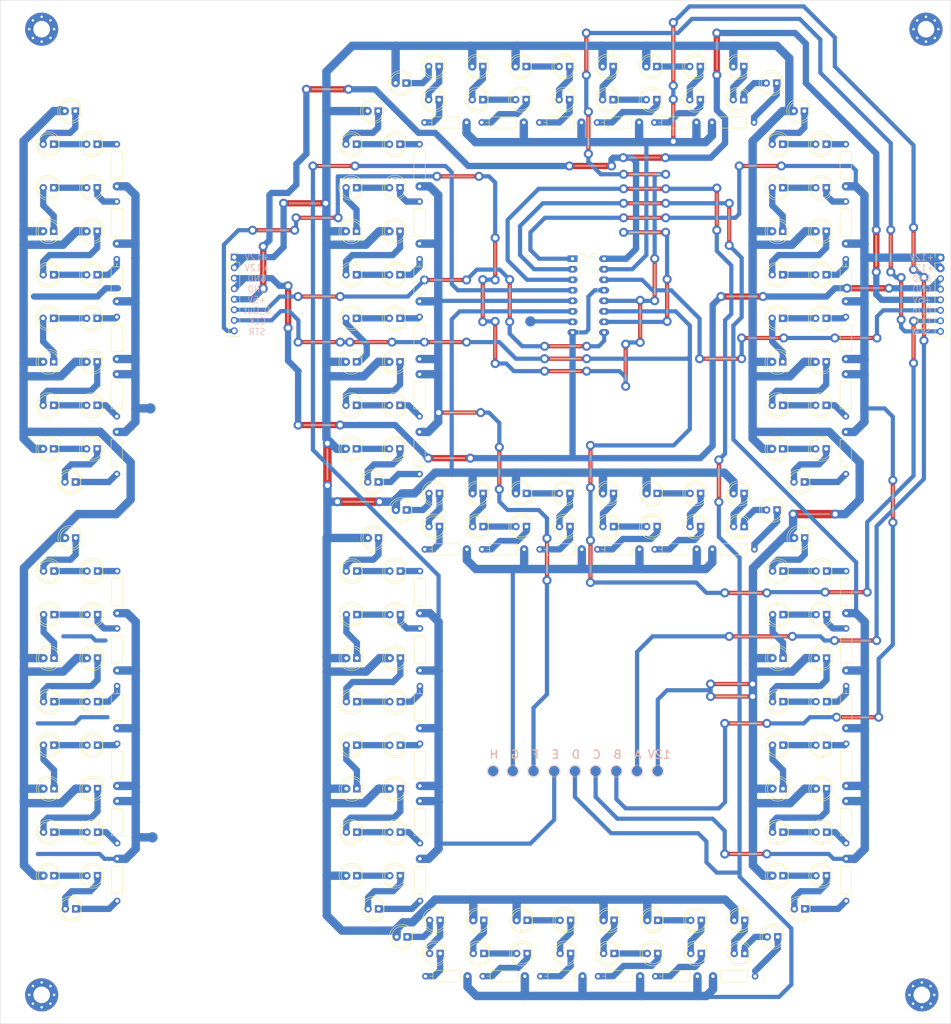
<source format=kicad_pcb>
(kicad_pcb (version 20211014) (generator pcbnew)
  (layers (0 "F.Cu" signal) (31 "B.Cu" signal) (34 "B.Paste" user) (35 "F.Paste" user) (36 "B.SilkS" user "B.Silkscreen") (37 "F.SilkS" user "F.Silkscreen") (38 "B.Mask" user) (39 "F.Mask" user) (44 "Edge.Cuts" user))
  (net 0 "")
  (footprint "Resistor_THT:R_Axial_DIN0207_L6.3mm_D2.5mm_P10.16mm_Horizontal" (layer "F.Cu") (at 322.137 338.758 -90)
    (fp_text reference "REF**" hide)
    (fp_text value "R_Axial_DIN0207_L6.3mm_D2.5mm_P10.16mm_Horizontal" hide)
  )
  (footprint "LED_THT:LED_D5.0mm" (layer "F.Cu") (at 483.007 452.258 180)
    (fp_text reference "REF**" hide)
    (fp_text value "LED_D5.0mm" hide)
  )
  (footprint "LED_THT:LED_D5.0mm" (layer "F.Cu") (at 421.047 431.008 180)
    (fp_text reference "REF**" hide)
    (fp_text value "LED_D5.0mm" hide)
  )
  (footprint "MountingHole:MountingHole_4mm_Pad_Via" (layer "F.Cu") (at 304 311)
    (fp_text reference "REF**" hide)
    (fp_text value "MountingHole_4mm_Pad_Via" hide)
  )
  (footprint "LED_THT:LED_D5.0mm" (layer "F.Cu") (at 482.977 515.258 180)
    (fp_text reference "REF**" hide)
    (fp_text value "LED_D5.0mm" hide)
  )
  (footprint "LED_THT:LED_D5.0mm" (layer "F.Cu") (at 380.097 462.758 180)
    (fp_text reference "REF**" hide)
    (fp_text value "LED_D5.0mm" hide)
  )
  (footprint "LED_THT:LED_D5.0mm" (layer "F.Cu") (at 392.072 427.008 180)
    (fp_text reference "REF**" hide)
    (fp_text value "LED_D5.0mm" hide)
  )
  (footprint "LED_THT:LED_D5.0mm" (layer "F.Cu") (at 306.992 504.758 180)
    (fp_text reference "REF**" hide)
    (fp_text value "LED_D5.0mm" hide)
  )
  (footprint "THTJumpers:Jumper_P10.16mm_D1.2mm" (layer "F.Cu") (at 467.992 375.508)
    (fp_text reference "REF**" hide)
    (fp_text value "Jumper_P10.16mm_D1.2mm" hide)
  )
  (footprint "LED_THT:LED_D5.0mm" (layer "F.Cu") (at 410.587 423.008 180)
    (fp_text reference "REF**" hide)
    (fp_text value "LED_D5.0mm" hide)
  )
  (footprint "THTJumpers:Jumper_P10.16mm_D1.2mm" (layer "F.Cu") (at 444.492 360.008)
    (fp_text reference "REF**" hide)
    (fp_text value "Jumper_P10.16mm_D1.2mm" hide)
  )
  (footprint "THTJumpers:Jumper_P10.16mm_D1.2mm" (layer "F.Cu") (at 495.412 458.508)
    (fp_text reference "REF**" hide)
    (fp_text value "Jumper_P10.16mm_D1.2mm" hide)
  )
  (footprint "Resistor_THT:R_Axial_DIN0207_L6.3mm_D2.5mm_P10.16mm_Horizontal" (layer "F.Cu") (at 498.137 366.508 -90)
    (fp_text reference "REF**" hide)
    (fp_text value "R_Axial_DIN0207_L6.3mm_D2.5mm_P10.16mm_Horizontal" hide)
  )
  (footprint "LED_THT:LED_D5.0mm" (layer "F.Cu") (at 481.547 427.008 180)
    (fp_text reference "REF**" hide)
    (fp_text value "LED_D5.0mm" hide)
  )
  (footprint "Resistor_THT:R_Axial_DIN0207_L6.3mm_D2.5mm_P10.16mm_Horizontal" (layer "F.Cu") (at 438.162 436.508)
    (fp_text reference "REF**" hide)
    (fp_text value "R_Axial_DIN0207_L6.3mm_D2.5mm_P10.16mm_Horizontal" hide)
  )
  (footprint "LED_THT:LED_D5.0mm" (layer "F.Cu") (at 306.992 473.258 180)
    (fp_text reference "REF**" hide)
    (fp_text value "LED_D5.0mm" hide)
  )
  (footprint "Resistor_THT:R_Axial_DIN0207_L6.3mm_D2.5mm_P10.16mm_Horizontal" (layer "F.Cu") (at 424.162 333.508)
    (fp_text reference "REF**" hide)
    (fp_text value "R_Axial_DIN0207_L6.3mm_D2.5mm_P10.16mm_Horizontal" hide)
  )
  (footprint "LED_THT:LED_D5.0mm" (layer "F.Cu") (at 452.7495 526.0155 180)
    (fp_text reference "REF**" hide)
    (fp_text value "LED_D5.0mm" hide)
  )
  (footprint "Resistor_THT:R_Axial_DIN0207_L6.3mm_D2.5mm_P10.16mm_Horizontal" (layer "F.Cu") (at 498.217 469.508 -90)
    (fp_text reference "REF**" hide)
    (fp_text value "R_Axial_DIN0207_L6.3mm_D2.5mm_P10.16mm_Horizontal" hide)
  )
  (footprint "Resistor_THT:R_Axial_DIN0207_L6.3mm_D2.5mm_P10.16mm_Horizontal" (layer "F.Cu") (at 396.6545 539.5155)
    (fp_text reference "REF**" hide)
    (fp_text value "R_Axial_DIN0207_L6.3mm_D2.5mm_P10.16mm_Horizontal" hide)
  )
  (footprint "LED_THT:LED_D5.0mm" (layer "F.Cu") (at 306.977 515.258 180)
    (fp_text reference "REF**" hide)
    (fp_text value "LED_D5.0mm" hide)
  )
  (footprint "Resistor_THT:R_Axial_DIN0207_L6.3mm_D2.5mm_P10.16mm_Horizontal" (layer "F.Cu") (at 395.242 338.758 -90)
    (fp_text reference "REF**" hide)
    (fp_text value "R_Axial_DIN0207_L6.3mm_D2.5mm_P10.16mm_Horizontal" hide)
  )
  (footprint "LED_THT:LED_D5.0mm" (layer "F.Cu") (at 380.017 391.258 180)
    (fp_text reference "REF**" hide)
    (fp_text value "LED_D5.0mm" hide)
  )
  (footprint "LED_THT:LED_D5.0mm" (layer "F.Cu") (at 390.597 441.758 180)
    (fp_text reference "REF**" hide)
    (fp_text value "LED_D5.0mm" hide)
  )
  (footprint "MountingHole:MountingHole_4mm_Pad_Via" (layer "F.Cu") (at 517.492 311.008)
    (fp_text reference "REF**" hide)
    (fp_text value "MountingHole_4mm_Pad_Via" hide)
  )
  (footprint "THTJumpers:Jumper_P10.16mm_D1.2mm" (layer "F.Cu") (at 375.412 425.008)
    (fp_text reference "REF**" hide)
    (fp_text value "Jumper_P10.16mm_D1.2mm" hide)
  )
  (footprint "Resistor_THT:R_Axial_DIN0207_L6.3mm_D2.5mm_P10.16mm_Horizontal" (layer "F.Cu") (at 395.322 455.588 -90)
    (fp_text reference "REF**" hide)
    (fp_text value "R_Axial_DIN0207_L6.3mm_D2.5mm_P10.16mm_Horizontal" hide)
  )
  (footprint "Resistor_THT:R_Axial_DIN0207_L6.3mm_D2.5mm_P10.16mm_Horizontal" (layer "F.Cu") (at 465.832 333.508)
    (fp_text reference "REF**" hide)
    (fp_text value "R_Axial_DIN0207_L6.3mm_D2.5mm_P10.16mm_Horizontal" hide)
  )
  (footprint "THTJumpers:Jumper_P15.24mm_D1.2mm" (layer "F.Cu") (at 469.992 457.508)
    (fp_text reference "REF**" hide)
    (fp_text value "Jumper_P15.24mm_D1.2mm" hide)
  )
  (footprint "THTJumpers:Jumper_P10.16mm_D1.2mm" (layer "F.Cu") (at 365.412 356.508)
    (fp_text reference "REF**" hide)
    (fp_text value "Jumper_P10.16mm_D1.2mm" hide)
  )
  (footprint "Resistor_THT:R_Axial_DIN0207_L6.3mm_D2.5mm_P10.16mm_Horizontal" (layer "F.Cu") (at 410.322 436.508)
    (fp_text reference "REF**" hide)
    (fp_text value "R_Axial_DIN0207_L6.3mm_D2.5mm_P10.16mm_Horizontal" hide)
  )
  (footprint "LED_THT:LED_D5.0mm" (layer "F.Cu") (at 442.047 423.008 180)
    (fp_text reference "REF**" hide)
    (fp_text value "LED_D5.0mm" hide)
  )
  (footprint "LED_THT:LED_D5.0mm" (layer "F.Cu") (at 380.017 370.258 180)
    (fp_text reference "REF**" hide)
    (fp_text value "LED_D5.0mm" hide)
  )
  (footprint "LED_THT:LED_D5.0mm" (layer "F.Cu") (at 380.097 494.258 180)
    (fp_text reference "REF**" hide)
    (fp_text value "LED_D5.0mm" hide)
  )
  (footprint "LED_THT:LED_D5.0mm" (layer "F.Cu") (at 317.477 483.758 180)
    (fp_text reference "REF**" hide)
    (fp_text value "LED_D5.0mm" hide)
  )
  (footprint "LED_THT:LED_D5.0mm" (layer "F.Cu") (at 482.897 380.758 180)
    (fp_text reference "REF**" hide)
    (fp_text value "LED_D5.0mm" hide)
  )
  (footprint "LED_THT:LED_D5.0mm" (layer "F.Cu") (at 410.507 320.008 180)
    (fp_text reference "REF**" hide)
    (fp_text value "LED_D5.0mm" hide)
  )
  (footprint "LED_THT:LED_D5.0mm" (layer "F.Cu") (at 317.412 359.758 180)
    (fp_text reference "REF**" hide)
    (fp_text value "LED_D5.0mm" hide)
  )
  (footprint "Resistor_THT:R_Axial_DIN0207_L6.3mm_D2.5mm_P10.16mm_Horizontal" (layer "F.Cu") (at 395.242 408.178 -90)
    (fp_text reference "REF**" hide)
    (fp_text value "R_Axial_DIN0207_L6.3mm_D2.5mm_P10.16mm_Horizontal" hide)
  )
  (footprint "Resistor_THT:R_Axial_DIN0207_L6.3mm_D2.5mm_P10.16mm_Horizontal" (layer "F.Cu") (at 498.217 483.428 -90)
    (fp_text reference "REF**" hide)
    (fp_text value "R_Axial_DIN0207_L6.3mm_D2.5mm_P10.16mm_Horizontal" hide)
  )
  (footprint "Connector_PinHeader_2.54mm:PinHeader_1x08_P2.54mm_Vertical" (layer "F.Cu") (at 350.492 366.008)
    (fp_text reference "REF**" hide)
    (fp_text value "PinHeader_1x08_P2.54mm_Vertical" hide)
  )
  (footprint "LED_THT:LED_D5.0mm" (layer "F.Cu") (at 390.597 494.258 180)
    (fp_text reference "REF**" hide)
    (fp_text value "LED_D5.0mm" hide)
  )
  (footprint "LED_THT:LED_D5.0mm" (layer "F.Cu") (at 306.992 494.258 180)
    (fp_text reference "REF**" hide)
    (fp_text value "LED_D5.0mm" hide)
  )
  (footprint "LED_THT:LED_D5.0mm" (layer "F.Cu") (at 463.2495 526.0155 180)
    (fp_text reference "REF**" hide)
    (fp_text value "LED_D5.0mm" hide)
  )
  (footprint "THTJumpers:Jumper_P10.16mm_D1.2mm" (layer "F.Cu") (at 466.992 359.508 90)
    (fp_text reference "REF**" hide)
    (fp_text value "Jumper_P10.16mm_D1.2mm" hide)
  )
  (footprint "LED_THT:LED_D5.0mm" (layer "F.Cu") (at 390.582 483.758 180)
    (fp_text reference "REF**" hide)
    (fp_text value "LED_D5.0mm" hide)
  )
  (footprint "LED_THT:LED_D5.0mm" (layer "F.Cu") (at 400.2095 526.0155 180)
    (fp_text reference "REF**" hide)
    (fp_text value "LED_D5.0mm" hide)
  )
  (footprint "LED_THT:LED_D5.0mm" (layer "F.Cu") (at 493.477 515.258 180)
    (fp_text reference "REF**" hide)
    (fp_text value "LED_D5.0mm" hide)
  )
  (footprint "THTJumpers:Jumper_P10.16mm_D1.2mm" (layer "F.Cu") (at 365.912 406.508)
    (fp_text reference "REF**" hide)
    (fp_text value "Jumper_P10.16mm_D1.2mm" hide)
  )
  (footprint "THTJumpers:Jumper_P10.16mm_D1.2mm" (layer "F.Cu") (at 467.492 425.088 90)
    (fp_text reference "REF**" hide)
    (fp_text value "Jumper_P10.16mm_D1.2mm" hide)
  )
  (footprint "THTJumpers:Jumper_P10.16mm_D1.2mm" (layer "F.Cu") (at 409.992 403.508 180)
    (fp_text reference "REF**" hide)
    (fp_text value "Jumper_P10.16mm_D1.2mm" hide)
  )
  (footprint "THTJumpers:Jumper_P10.16mm_D1.2mm" (layer "F.Cu") (at 508.992 369.588 90)
    (fp_text reference "REF**" hide)
    (fp_text value "Jumper_P10.16mm_D1.2mm" hide)
  )
  (footprint "LED_THT:LED_D5.0mm" (layer "F.Cu") (at 380.002 380.758 180)
    (fp_text reference "REF**" hide)
    (fp_text value "LED_D5.0mm" hide)
  )
  (footprint "LED_THT:LED_D5.0mm" (layer "F.Cu") (at 493.412 391.258 180)
    (fp_text reference "REF**" hide)
    (fp_text value "LED_D5.0mm" hide)
  )
  (footprint "LED_THT:LED_D5.0mm" (layer "F.Cu") (at 431.547 431.008 180)
    (fp_text reference "REF**" hide)
    (fp_text value "LED_D5.0mm" hide)
  )
  (footprint "LED_THT:LED_D5.0mm" (layer "F.Cu") (at 385.267 420.258 180)
    (fp_text reference "REF**" hide)
    (fp_text value "LED_D5.0mm" hide)
  )
  (footprint "LED_THT:LED_D5.0mm" (layer "F.Cu") (at 482.977 483.758 180)
    (fp_text reference "REF**" hide)
    (fp_text value "LED_D5.0mm" hide)
  )
  (footprint "Resistor_THT:R_Axial_DIN0207_L6.3mm_D2.5mm_P10.16mm_Horizontal" (layer "F.Cu") (at 322.137 366.508 -90)
    (fp_text reference "REF**" hide)
    (fp_text value "R_Axial_DIN0207_L6.3mm_D2.5mm_P10.16mm_Horizontal" hide)
  )
  (footprint "THTJumpers:Jumper_P10.16mm_D1.2mm" (layer "F.Cu") (at 413.492 361.348 -90)
    (fp_text reference "REF**" hide)
    (fp_text value "Jumper_P10.16mm_D1.2mm" hide)
  )
  (footprint "LED_THT:LED_D5.0mm" (layer "F.Cu") (at 482.992 473.258 180)
    (fp_text reference "REF**" hide)
    (fp_text value "LED_D5.0mm" hide)
  )
  (footprint "LED_THT:LED_D5.0mm" (layer "F.Cu") (at 421.2095 526.0155 180)
    (fp_text reference "REF**" hide)
    (fp_text value "LED_D5.0mm" hide)
  )
  (footprint "Resistor_THT:R_Axial_DIN0207_L6.3mm_D2.5mm_P10.16mm_Horizontal" (layer "F.Cu") (at 322.217 483.428 -90)
    (fp_text reference "REF**" hide)
    (fp_text value "R_Axial_DIN0207_L6.3mm_D2.5mm_P10.16mm_Horizontal" hide)
  )
  (footprint "Resistor_THT:R_Axial_DIN0207_L6.3mm_D2.5mm_P10.16mm_Horizontal" (layer "F.Cu") (at 322.137 394.258 -90)
    (fp_text reference "REF**" hide)
    (fp_text value "R_Axial_DIN0207_L6.3mm_D2.5mm_P10.16mm_Horizontal" hide)
  )
  (footprint "THTJumpers:Jumper_P10.16mm_D1.2mm" (layer "F.Cu") (at 372.992 421.088 90)
    (fp_text reference "REF**" hide)
    (fp_text value "Jumper_P10.16mm_D1.2mm" hide)
  )
  (footprint "THTJumpers:Jumper_P10.16mm_D1.2mm" (layer "F.Cu") (at 511.492 381.088 90)
    (fp_text reference "REF**" hide)
    (fp_text value "Jumper_P10.16mm_D1.2mm" hide)
  )
  (footprint "THTJumpers:Jumper_P10.16mm_D1.2mm" (layer "F.Cu") (at 378.072 325.508 180)
    (fp_text reference "REF**" hide)
    (fp_text value "Jumper_P10.16mm_D1.2mm" hide)
  )
  (footprint "LED_THT:LED_D5.0mm" (layer "F.Cu") (at 390.502 380.758 180)
    (fp_text reference "REF**" hide)
    (fp_text value "LED_D5.0mm" hide)
  )
  (footprint "THTJumpers:Jumper_P10.16mm_D1.2mm" (layer "F.Cu") (at 454.652 346.008 180)
    (fp_text reference "REF**" hide)
    (fp_text value "Jumper_P10.16mm_D1.2mm" hide)
  )
  (footprint "LED_THT:LED_D5.0mm" (layer "F.Cu") (at 390.597 462.758 180)
    (fp_text reference "REF**" hide)
    (fp_text value "LED_D5.0mm" hide)
  )
  (footprint "LED_THT:LED_D5.0mm" (layer "F.Cu") (at 482.912 401.758 180)
    (fp_text reference "REF**" hide)
    (fp_text value "LED_D5.0mm" hide)
  )
  (footprint "LED_THT:LED_D5.0mm" (layer "F.Cu") (at 317.507 452.258 180)
    (fp_text reference "REF**" hide)
    (fp_text value "LED_D5.0mm" hide)
  )
  (footprint "LED_THT:LED_D5.0mm" (layer "F.Cu") (at 380.017 338.758 180)
    (fp_text reference "REF**" hide)
    (fp_text value "LED_D5.0mm" hide)
  )
  (footprint "THTJumpers:Jumper_P10.16mm_D1.2mm" (layer "F.Cu") (at 444.492 356.508)
    (fp_text reference "REF**" hide)
    (fp_text value "Jumper_P10.16mm_D1.2mm" hide)
  )
  (footprint "LED_THT:LED_D5.0mm" (layer "F.Cu") (at 306.897 380.758 180)
    (fp_text reference "REF**" hide)
    (fp_text value "LED_D5.0mm" hide)
  )
  (footprint "LED_THT:LED_D5.0mm" (layer "F.Cu") (at 380.017 359.758 180)
    (fp_text reference "REF**" hide)
    (fp_text value "LED_D5.0mm" hide)
  )
  (footprint "Resistor_THT:R_Axial_DIN0207_L6.3mm_D2.5mm_P10.16mm_Horizontal" (layer "F.Cu") (at 395.322 469.508 -90)
    (fp_text reference "REF**" hide)
    (fp_text value "R_Axial_DIN0207_L6.3mm_D2.5mm_P10.16mm_Horizontal" hide)
  )
  (footprint "THTJumpers:Jumper_P10.16mm_D1.2mm" (layer "F.Cu") (at 410.492 371.428 -90)
    (fp_text reference "REF**" hide)
    (fp_text value "Jumper_P10.16mm_D1.2mm" hide)
  )
  (footprint "LED_THT:LED_D5.0mm" (layer "F.Cu") (at 385.242 330.758 180)
    (fp_text reference "REF**" hide)
    (fp_text value "LED_D5.0mm" hide)
  )
  (footprint "Resistor_THT:R_Axial_DIN0207_L6.3mm_D2.5mm_P10.16mm_Horizontal" (layer "F.Cu") (at 396.412 333.508)
    (fp_text reference "REF**" hide)
    (fp_text value "R_Axial_DIN0207_L6.3mm_D2.5mm_P10.16mm_Horizontal" hide)
  )
  (footprint "LED_THT:LED_D5.0mm" (layer "F.Cu") (at 493.427 349.258 180)
    (fp_text reference "REF**" hide)
    (fp_text value "LED_D5.0mm" hide)
  )
  (footprint "THTJumpers:Jumper_P10.16mm_D1.2mm" (layer "F.Cu") (at 425.412 393.508)
    (fp_text reference "REF**" hide)
    (fp_text value "Jumper_P10.16mm_D1.2mm" hide)
  )
  (footprint "Resistor_THT:R_Axial_DIN0207_L6.3mm_D2.5mm_P10.16mm_Horizontal" (layer "F.Cu") (at 498.137 352.588 -90)
    (fp_text reference "REF**" hide)
    (fp_text value "R_Axial_DIN0207_L6.3mm_D2.5mm_P10.16mm_Horizontal" hide)
  )
  (footprint "THTJumpers:Jumper_P10.16mm_D1.2mm" (layer "F.Cu") (at 466.992 322.088 90)
    (fp_text reference "REF**" hide)
    (fp_text value "Jumper_P10.16mm_D1.2mm" hide)
  )
  (footprint "THTJumpers:Jumper_P10.16mm_D1.2mm" (layer "F.Cu") (at 436.492 444.508 90)
    (fp_text reference "REF**" hide)
    (fp_text value "Jumper_P10.16mm_D1.2mm" hide)
  )
  (footprint "LED_THT:LED_D5.0mm" (layer "F.Cu") (at 400.047 431.008 180)
    (fp_text reference "REF**" hide)
    (fp_text value "LED_D5.0mm" hide)
  )
  (footprint "LED_THT:LED_D5.0mm" (layer "F.Cu") (at 317.412 391.258 180)
    (fp_text reference "REF**" hide)
    (fp_text value "LED_D5.0mm" hide)
  )
  (footprint "Resistor_THT:R_Axial_DIN0207_L6.3mm_D2.5mm_P10.16mm_Horizontal" (layer "F.Cu") (at 322.137 380.428 -90)
    (fp_text reference "REF**" hide)
    (fp_text value "R_Axial_DIN0207_L6.3mm_D2.5mm_P10.16mm_Horizontal" hide)
  )
  (footprint "Resistor_THT:R_Axial_DIN0207_L6.3mm_D2.5mm_P10.16mm_Horizontal" (layer "F.Cu") (at 322.217 511.178 -90)
    (fp_text reference "REF**" hide)
    (fp_text value "R_Axial_DIN0207_L6.3mm_D2.5mm_P10.16mm_Horizontal" hide)
  )
  (footprint "LED_THT:LED_D5.0mm" (layer "F.Cu") (at 452.507 328.008 180)
    (fp_text reference "REF**" hide)
    (fp_text value "LED_D5.0mm" hide)
  )
  (footprint "LED_THT:LED_D5.0mm" (layer "F.Cu") (at 312.217 433.758 180)
    (fp_text reference "REF**" hide)
    (fp_text value "LED_D5.0mm" hide)
  )
  (footprint "LED_THT:LED_D5.0mm" (layer "F.Cu") (at 488.162 420.258 180)
    (fp_text reference "REF**" hide)
    (fp_text value "LED_D5.0mm" hide)
  )
  (footprint "Resistor_THT:R_Axial_DIN0207_L6.3mm_D2.5mm_P10.16mm_Horizontal" (layer "F.Cu") (at 395.242 380.428 -90)
    (fp_text reference "REF**" hide)
    (fp_text value "R_Axial_DIN0207_L6.3mm_D2.5mm_P10.16mm_Horizontal" hide)
  )
  (footprint "LED_THT:LED_D5.0mm" (layer "F.Cu") (at 317.412 370.258 180)
    (fp_text reference "REF**" hide)
    (fp_text value "LED_D5.0mm" hide)
  )
  (footprint "LED_THT:LED_D5.0mm" (layer "F.Cu") (at 473.587 423.008 180)
    (fp_text reference "REF**" hide)
    (fp_text value "LED_D5.0mm" hide)
  )
  (footprint "LED_THT:LED_D5.0mm" (layer "F.Cu") (at 400.047 423.008 180)
    (fp_text reference "REF**" hide)
    (fp_text value "LED_D5.0mm" hide)
  )
  (footprint "Resistor_THT:R_Axial_DIN0207_L6.3mm_D2.5mm_P10.16mm_Horizontal" (layer "F.Cu") (at 424.4045 539.5155)
    (fp_text reference "REF**" hide)
    (fp_text value "R_Axial_DIN0207_L6.3mm_D2.5mm_P10.16mm_Horizontal" hide)
  )
  (footprint "LED_THT:LED_D5.0mm" (layer "F.Cu") (at 482.992 494.258 180)
    (fp_text reference "REF**" hide)
    (fp_text value "LED_D5.0mm" hide)
  )
  (footprint "LED_THT:LED_D5.0mm" (layer "F.Cu") (at 390.517 401.758 180)
    (fp_text reference "REF**" hide)
    (fp_text value "LED_D5.0mm" hide)
  )
  (footprint "LED_THT:LED_D5.0mm" (layer "F.Cu") (at 390.582 515.258 180)
    (fp_text reference "REF**" hide)
    (fp_text value "LED_D5.0mm" hide)
  )
  (footprint "Resistor_THT:R_Axial_DIN0207_L6.3mm_D2.5mm_P10.16mm_Horizontal" (layer "F.Cu") (at 322.137 408.178 -90)
    (fp_text reference "REF**" hide)
    (fp_text value "R_Axial_DIN0207_L6.3mm_D2.5mm_P10.16mm_Horizontal" hide)
  )
  (footprint "LED_THT:LED_D5.0mm" (layer "F.Cu") (at 431.7095 534.0155 180)
    (fp_text reference "REF**" hide)
    (fp_text value "LED_D5.0mm" hide)
  )
  (footprint "LED_THT:LED_D5.0mm" (layer "F.Cu") (at 306.992 462.758 180)
    (fp_text reference "REF**" hide)
    (fp_text value "LED_D5.0mm" hide)
  )
  (footprint "LED_THT:LED_D5.0mm" (layer "F.Cu") (at 493.492 473.258 180)
    (fp_text reference "REF**" hide)
    (fp_text value "LED_D5.0mm" hide)
  )
  (footprint "LED_THT:LED_D5.0mm" (layer "F.Cu") (at 380.002 412.258 180)
    (fp_text reference "REF**" hide)
    (fp_text value "LED_D5.0mm" hide)
  )
  (footprint "LED_THT:LED_D5.0mm" (layer "F.Cu") (at 482.912 370.258 180)
    (fp_text reference "REF**" hide)
    (fp_text value "LED_D5.0mm" hide)
  )
  (footprint "THTJumpers:Jumper_P10.16mm_D1.2mm" (layer "F.Cu") (at 509.492 430.008 90)
    (fp_text reference "REF**" hide)
    (fp_text value "Jumper_P10.16mm_D1.2mm" hide)
  )
  (footprint "LED_THT:LED_D5.0mm" (layer "F.Cu") (at 390.597 504.758 180)
    (fp_text reference "REF**" hide)
    (fp_text value "LED_D5.0mm" hide)
  )
  (footprint "THTJumpers:Jumper_P10.16mm_D1.2mm" (layer "F.Cu") (at 414.492 422.008 90)
    (fp_text reference "REF**" hide)
    (fp_text value "Jumper_P10.16mm_D1.2mm" hide)
  )
  (footprint "LED_THT:LED_D5.0mm" (layer "F.Cu") (at 482.912 391.258 180)
    (fp_text reference "REF**" hide)
    (fp_text value "LED_D5.0mm" hide)
  )
  (footprint "THTJumpers:Jumper_P10.16mm_D1.2mm" (layer "F.Cu") (at 448.492 376.428 -90)
    (fp_text reference "REF**" hide)
    (fp_text value "Jumper_P10.16mm_D1.2mm" hide)
  )
  (footprint "LED_THT:LED_D5.0mm" (layer "F.Cu") (at 380.032 349.258 180)
    (fp_text reference "REF**" hide)
    (fp_text value "LED_D5.0mm" hide)
  )
  (footprint "LED_THT:LED_D5.0mm" (layer "F.Cu") (at 431.7095 526.0155 180)
    (fp_text reference "REF**" hide)
    (fp_text value "LED_D5.0mm" hide)
  )
  (footprint "LED_THT:LED_D5.0mm" (layer "F.Cu") (at 482.992 504.758 180)
    (fp_text reference "REF**" hide)
    (fp_text value "LED_D5.0mm" hide)
  )
  (footprint "THTJumpers:Jumper_P10.16mm_D1.2mm" (layer "F.Cu") (at 416.992 381.588 90)
    (fp_text reference "REF**" hide)
    (fp_text value "Jumper_P10.16mm_D1.2mm" hide)
  )
  (footprint "LED_THT:LED_D5.0mm" (layer "F.Cu") (at 390.502 412.258 180)
    (fp_text reference "REF**" hide)
    (fp_text value "LED_D5.0mm" hide)
  )
  (footprint "Resistor_THT:R_Axial_DIN0207_L6.3mm_D2.5mm_P10.16mm_Horizontal" (layer "F.Cu") (at 395.242 394.258 -90)
    (fp_text reference "REF**" hide)
    (fp_text value "R_Axial_DIN0207_L6.3mm_D2.5mm_P10.16mm_Horizontal" hide)
  )
  (footprint "Resistor_THT:R_Axial_DIN0207_L6.3mm_D2.5mm_P10.16mm_Horizontal" (layer "F.Cu") (at 451.992 436.508)
    (fp_text reference "REF**" hide)
    (fp_text value "R_Axial_DIN0207_L6.3mm_D2.5mm_P10.16mm_Horizontal" hide)
  )
  (footprint "THTJumpers:Jumper_P10.16mm_D1.2mm" (layer "F.Cu") (at 468.912 510.008)
    (fp_text reference "REF**" hide)
    (fp_text value "Jumper_P10.16mm_D1.2mm" hide)
  )
  (footprint "LED_THT:LED_D5.0mm" (layer "F.Cu") (at 307.007 452.258 180)
    (fp_text reference "REF**" hide)
    (fp_text value "LED_D5.0mm" hide)
  )
  (footprint "MountingHole:MountingHole_4mm_Pad_Via" (layer "F.Cu") (at 304 544)
    (fp_text reference "REF**" hide)
    (fp_text value "MountingHole_4mm_Pad_Via" hide)
  )
  (footprint "LED_THT:LED_D5.0mm" (layer "F.Cu") (at 385.347 523.258 180)
    (fp_text reference "REF**" hide)
    (fp_text value "LED_D5.0mm" hide)
  )
  (footprint "Resistor_THT:R_Axial_DIN0207_L6.3mm_D2.5mm_P10.16mm_Horizontal" (layer "F.Cu") (at 322.137 352.588 -90)
    (fp_text reference "REF**" hide)
    (fp_text value "R_Axial_DIN0207_L6.3mm_D2.5mm_P10.16mm_Horizontal" hide)
  )
  (footprint "LED_THT:LED_D5.0mm" (layer "F.Cu") (at 400.2095 534.0155 180)
    (fp_text reference "REF**" hide)
    (fp_text value "LED_D5.0mm" hide)
  )
  (footprint "LED_THT:LED_D5.0mm" (layer "F.Cu") (at 380.082 483.758 180)
    (fp_text reference "REF**" hide)
    (fp_text value "LED_D5.0mm" hide)
  )
  (footprint "Connector_PinHeader_2.54mm:PinHeader_1x08_P2.54mm_Vertical" (layer "F.Cu") (at 520.992 366.133)
    (fp_text reference "REF**" hide)
    (fp_text value "PinHeader_1x08_P2.54mm_Vertical" hide)
  )
  (footprint "THTJumpers:Jumper_P10.16mm_D1.2mm" (layer "F.Cu") (at 444.492 353.008)
    (fp_text reference "REF**" hide)
    (fp_text value "Jumper_P10.16mm_D1.2mm" hide)
  )
  (footprint "Resistor_THT:R_Axial_DIN0207_L6.3mm_D2.5mm_P10.16mm_Horizontal" (layer "F.Cu") (at 438.082 333.508)
    (fp_text reference "REF**" hide)
    (fp_text value "R_Axial_DIN0207_L6.3mm_D2.5mm_P10.16mm_Horizontal" hide)
  )
  (footprint "THTJumpers:Jumper_P10.16mm_D1.2mm" (layer "F.Cu") (at 514.492 391.588 90)
    (fp_text reference "REF**" hide)
    (fp_text value "Jumper_P10.16mm_D1.2mm" hide)
  )
  (footprint "THTJumpers:Jumper_P10.16mm_D1.2mm" (layer "F.Cu") (at 357.492 373.588 90)
    (fp_text reference "REF**" hide)
    (fp_text value "Jumper_P10.16mm_D1.2mm" hide)
  )
  (footprint "LED_THT:LED_D5.0mm" (layer "F.Cu") (at 317.492 462.758 180)
    (fp_text reference "REF**" hide)
    (fp_text value "LED_D5.0mm" hide)
  )
  (footprint "LED_THT:LED_D5.0mm" (layer "F.Cu") (at 380.097 441.758 180)
    (fp_text reference "REF**" hide)
    (fp_text value "LED_D5.0mm" hide)
  )
  (footprint "THTJumpers:Jumper_P10.16mm_D1.2mm" (layer "F.Cu") (at 425.992 444.008 90)
    (fp_text reference "REF**" hide)
    (fp_text value "Jumper_P10.16mm_D1.2mm" hide)
  )
  (footprint "THTJumpers:Jumper_P10.16mm_D1.2mm" (layer "F.Cu") (at 441.572 344.008 180)
    (fp_text reference "REF**" hide)
    (fp_text value "Jumper_P10.16mm_D1.2mm" hide)
  )
  (footprint "LED_THT:LED_D5.0mm" (layer "F.Cu") (at 482.912 359.758 180)
    (fp_text reference "REF**" hide)
    (fp_text value "LED_D5.0mm" hide)
  )
  (footprint "LED_THT:LED_D5.0mm" (layer "F.Cu") (at 452.587 423.008 180)
    (fp_text reference "REF**" hide)
    (fp_text value "LED_D5.0mm" hide)
  )
  (footprint "LED_THT:LED_D5.0mm" (layer "F.Cu") (at 380.112 452.258 180)
    (fp_text reference "REF**" hide)
    (fp_text value "LED_D5.0mm" hide)
  )
  (footprint "LED_THT:LED_D5.0mm" (layer "F.Cu") (at 452.507 320.008 180)
    (fp_text reference "REF**" hide)
    (fp_text value "LED_D5.0mm" hide)
  )
  (footprint "THTJumpers:Jumper_P10.16mm_D1.2mm" (layer "F.Cu") (at 456.492 338.088 90)
    (fp_text reference "REF**" hide)
    (fp_text value "Jumper_P10.16mm_D1.2mm" hide)
  )
  (footprint "Resistor_THT:R_Axial_DIN0207_L6.3mm_D2.5mm_P10.16mm_Horizontal" (layer "F.Cu") (at 395.322 441.758 -90)
    (fp_text reference "REF**" hide)
    (fp_text value "R_Axial_DIN0207_L6.3mm_D2.5mm_P10.16mm_Horizontal" hide)
  )
  (footprint "Resistor_THT:R_Axial_DIN0207_L6.3mm_D2.5mm_P10.16mm_Horizontal" (layer "F.Cu") (at 395.322 497.258 -90)
    (fp_text reference "REF**" hide)
    (fp_text value "R_Axial_DIN0207_L6.3mm_D2.5mm_P10.16mm_Horizontal" hide)
  )
  (footprint "LED_THT:LED_D5.0mm" (layer "F.Cu") (at 317.397 412.258 180)
    (fp_text reference "REF**" hide)
    (fp_text value "LED_D5.0mm" hide)
  )
  (footprint "LED_THT:LED_D5.0mm" (layer "F.Cu") (at 463.087 423.008 180)
    (fp_text reference "REF**" hide)
    (fp_text value "LED_D5.0mm" hide)
  )
  (footprint "LED_THT:LED_D5.0mm" (layer "F.Cu") (at 431.547 423.008 180)
    (fp_text reference "REF**" hide)
    (fp_text value "LED_D5.0mm" hide)
  )
  (footprint "THTJumpers:Jumper_P10.16mm_D1.2mm" (layer "F.Cu") (at 498.412 373.508)
    (fp_text reference "REF**" hide)
    (fp_text value "Jumper_P10.16mm_D1.2mm" hide)
  )
  (footprint "LED_THT:LED_D5.0mm" (layer "F.Cu") (at 463.087 431.008 180)
    (fp_text reference "REF**" hide)
    (fp_text value "LED_D5.0mm" hide)
  )
  (footprint "THTJumpers:Jumper_P10.16mm_D1.2mm" (layer "F.Cu") (at 505.492 369.588 90)
    (fp_text reference "REF**" hide)
    (fp_text value "Jumper_P10.16mm_D1.2mm" hide)
  )
  (footprint "Resistor_THT:R_Axial_DIN0207_L6.3mm_D2.5mm_P10.16mm_Horizontal" (layer "F.Cu") (at 395.322 511.178 -90)
    (fp_text reference "REF**" hide)
    (fp_text value "R_Axial_DIN0207_L6.3mm_D2.5mm_P10.16mm_Horizontal" hide)
  )
  (footprint "LED_THT:LED_D5.0mm" (layer "F.Cu") (at 493.412 401.758 180)
    (fp_text reference "REF**" hide)
    (fp_text value "LED_D5.0mm" hide)
  )
  (footprint "Resistor_THT:R_Axial_DIN0207_L6.3mm_D2.5mm_P10.16mm_Horizontal" (layer "F.Cu") (at 395.322 483.428 -90)
    (fp_text reference "REF**" hide)
    (fp_text value "R_Axial_DIN0207_L6.3mm_D2.5mm_P10.16mm_Horizontal" hide)
  )
  (footprint "LED_THT:LED_D5.0mm" (layer "F.Cu") (at 473.7495 526.0155 180)
    (fp_text reference "REF**" hide)
    (fp_text value "LED_D5.0mm" hide)
  )
  (footprint "LED_THT:LED_D5.0mm" (layer "F.Cu") (at 473.507 328.008 180)
    (fp_text reference "REF**" hide)
    (fp_text value "LED_D5.0mm" hide)
  )
  (footprint "LED_THT:LED_D5.0mm" (layer "F.Cu") (at 452.7495 534.0155 180)
    (fp_text reference "REF**" hide)
    (fp_text value "LED_D5.0mm" hide)
  )
  (footprint "LED_THT:LED_D5.0mm" (layer "F.Cu") (at 306.927 349.258 180)
    (fp_text reference "REF**" hide)
    (fp_text value "LED_D5.0mm" hide)
  )
  (footprint "THTJumpers:Jumper_P10.16mm_D1.2mm" (layer "F.Cu") (at 399.412 346.508)
    (fp_text reference "REF**" hide)
    (fp_text value "Jumper_P10.16mm_D1.2mm" hide)
  )
  (footprint "Resistor_THT:R_Axial_DIN0207_L6.3mm_D2.5mm_P10.16mm_Horizontal" (layer "F.Cu") (at 498.137 380.428 -90)
    (fp_text reference "REF**" hide)
    (fp_text value "R_Axial_DIN0207_L6.3mm_D2.5mm_P10.16mm_Horizontal" hide)
  )
  (footprint "LED_THT:LED_D5.0mm" (layer "F.Cu") (at 488.217 433.758 180)
    (fp_text reference "REF**" hide)
    (fp_text value "LED_D5.0mm" hide)
  )
  (footprint "Resistor_THT:R_Axial_DIN0207_L6.3mm_D2.5mm_P10.16mm_Horizontal" (layer "F.Cu") (at 410.242 333.508)
    (fp_text reference "REF**" hide)
    (fp_text value "R_Axial_DIN0207_L6.3mm_D2.5mm_P10.16mm_Horizontal" hide)
  )
  (footprint "THTJumpers:Jumper_P10.16mm_D1.2mm" (layer "F.Cu") (at 354.912 359.508)
    (fp_text reference "REF**" hide)
    (fp_text value "Jumper_P10.16mm_D1.2mm" hide)
  )
  (footprint "Resistor_THT:R_Axial_DIN0207_L6.3mm_D2.5mm_P10.16mm_Horizontal" (layer "F.Cu") (at 498.217 441.758 -90)
    (fp_text reference "REF**" hide)
    (fp_text value "R_Axial_DIN0207_L6.3mm_D2.5mm_P10.16mm_Horizontal" hide)
  )
  (footprint "THTJumpers:Jumper_P10.16mm_D1.2mm" (layer "F.Cu") (at 472.992 385.508)
    (fp_text reference "REF**" hide)
    (fp_text value "Jumper_P10.16mm_D1.2mm" hide)
  )
  (footprint "THTJumpers:Jumper_P10.16mm_D1.2mm" (layer "F.Cu") (at 435.572 390.508 180)
    (fp_text reference "REF**" hide)
    (fp_text value "Jumper_P10.16mm_D1.2mm" hide)
  )
  (footprint "LED_THT:LED_D5.0mm" (layer "F.Cu") (at 380.097 504.758 180)
    (fp_text reference "REF**" hide)
    (fp_text value "LED_D5.0mm" hide)
  )
  (footprint "LED_THT:LED_D5.0mm" (layer "F.Cu") (at 312.137 330.758 180)
    (fp_text reference "REF**" hide)
    (fp_text value "LED_D5.0mm" hide)
  )
  (footprint "LED_THT:LED_D5.0mm" (layer "F.Cu") (at 463.2495 534.0155 180)
    (fp_text reference "REF**" hide)
    (fp_text value "LED_D5.0mm" hide)
  )
  (footprint "Resistor_THT:R_Axial_DIN0207_L6.3mm_D2.5mm_P10.16mm_Horizontal" (layer "F.Cu") (at 498.217 511.178 -90)
    (fp_text reference "REF**" hide)
    (fp_text value "R_Axial_DIN0207_L6.3mm_D2.5mm_P10.16mm_Horizontal" hide)
  )
  (footprint "THTJumpers:Jumper_P10.16mm_D1.2mm" (layer "F.Cu") (at 454.572 342.008 180)
    (fp_text reference "REF**" hide)
    (fp_text value "Jumper_P10.16mm_D1.2mm" hide)
  )
  (footprint "LED_THT:LED_D5.0mm" (layer "F.Cu") (at 493.507 452.258 180)
    (fp_text reference "REF**" hide)
    (fp_text value "LED_D5.0mm" hide)
  )
  (footprint "Resistor_THT:R_Axial_DIN0207_L6.3mm_D2.5mm_P10.16mm_Horizontal" (layer "F.Cu") (at 465.912 436.508)
    (fp_text reference "REF**" hide)
    (fp_text value "R_Axial_DIN0207_L6.3mm_D2.5mm_P10.16mm_Horizontal" hide)
  )
  (footprint "LED_THT:LED_D5.0mm" (layer "F.Cu") (at 306.912 338.758 180)
    (fp_text reference "REF**" hide)
    (fp_text value "LED_D5.0mm" hide)
  )
  (footprint "LED_THT:LED_D5.0mm" (layer "F.Cu") (at 420.967 328.008 180)
    (fp_text reference "REF**" hide)
    (fp_text value "LED_D5.0mm" hide)
  )
  (footprint "LED_THT:LED_D5.0mm" (layer "F.Cu") (at 306.912 401.758 180)
    (fp_text reference "REF**" hide)
    (fp_text value "LED_D5.0mm" hide)
  )
  (footprint "LED_THT:LED_D5.0mm" (layer "F.Cu") (at 410.7495 526.0155 180)
    (fp_text reference "REF**" hide)
    (fp_text value "LED_D5.0mm" hide)
  )
  (footprint "LED_THT:LED_D5.0mm" (layer "F.Cu") (at 390.517 370.258 180)
    (fp_text reference "REF**" hide)
    (fp_text value "LED_D5.0mm" hide)
  )
  (footprint "LED_THT:LED_D5.0mm" (layer "F.Cu") (at 390.517 359.758 180)
    (fp_text reference "REF**" hide)
    (fp_text value "LED_D5.0mm" hide)
  )
  (footprint "THTJumpers:Jumper_P10.16mm_D1.2mm" (layer "F.Cu") (at 397.332 414.508)
    (fp_text reference "REF**" hide)
    (fp_text value "Jumper_P10.16mm_D1.2mm" hide)
  )
  (footprint "THTJumpers:Jumper_P10.16mm_D1.2mm" (layer "F.Cu") (at 465.492 472.008)
    (fp_text reference "REF**" hide)
    (fp_text value "Jumper_P10.16mm_D1.2mm" hide)
  )
  (footprint "THTJumpers:Jumper_P10.16mm_D1.2mm" (layer "F.Cu") (at 436.492 421.588 90)
    (fp_text reference "REF**" hide)
    (fp_text value "Jumper_P10.16mm_D1.2mm" hide)
  )
  (footprint "THTJumpers:Jumper_P10.16mm_D1.2mm" (layer "F.Cu") (at 485.412 428.008)
    (fp_text reference "REF**" hide)
    (fp_text value "Jumper_P10.16mm_D1.2mm" hide)
  )
  (footprint "LED_THT:LED_D5.0mm" (layer "F.Cu") (at 481.7095 530.0155 180)
    (fp_text reference "REF**" hide)
    (fp_text value "LED_D5.0mm" hide)
  )
  (footprint "Package_DIP:DIP-16_W7.62mm_LongPads" (layer "F.Cu") (at 432.167 366.383)
    (fp_text reference "REF**" hide)
    (fp_text value "DIP-16_W7.62mm_LongPads" hide)
  )
  (footprint "Resistor_THT:R_Axial_DIN0207_L6.3mm_D2.5mm_P10.16mm_Horizontal" (layer "F.Cu") (at 410.4845 539.5155)
    (fp_text reference "REF**" hide)
    (fp_text value "R_Axial_DIN0207_L6.3mm_D2.5mm_P10.16mm_Horizontal" hide)
  )
  (footprint "LED_THT:LED_D5.0mm" (layer "F.Cu") (at 463.007 320.008 180)
    (fp_text reference "REF**" hide)
    (fp_text value "LED_D5.0mm" hide)
  )
  (footprint "LED_THT:LED_D5.0mm" (layer "F.Cu") (at 441.967 320.008 180)
    (fp_text reference "REF**" hide)
    (fp_text value "LED_D5.0mm" hide)
  )
  (footprint "LED_THT:LED_D5.0mm" (layer "F.Cu") (at 306.897 412.258 180)
    (fp_text reference "REF**" hide)
    (fp_text value "LED_D5.0mm" hide)
  )
  (footprint "LED_THT:LED_D5.0mm" (layer "F.Cu") (at 317.492 504.758 180)
    (fp_text reference "REF**" hide)
    (fp_text value "LED_D5.0mm" hide)
  )
  (footprint "Resistor_THT:R_Axial_DIN0207_L6.3mm_D2.5mm_P10.16mm_Horizontal" (layer "F.Cu") (at 498.137 338.758 -90)
    (fp_text reference "REF**" hide)
    (fp_text value "R_Axial_DIN0207_L6.3mm_D2.5mm_P10.16mm_Horizontal" hide)
  )
  (footprint "LED_THT:LED_D5.0mm" (layer "F.Cu") (at 431.467 328.008 180)
    (fp_text reference "REF**" hide)
    (fp_text value "LED_D5.0mm" hide)
  )
  (footprint "LED_THT:LED_D5.0mm" (layer "F.Cu") (at 421.047 423.008 180)
    (fp_text reference "REF**" hide)
    (fp_text value "LED_D5.0mm" hide)
  )
  (footprint "LED_THT:LED_D5.0mm" (layer "F.Cu") (at 481.467 324.008 180)
    (fp_text reference "REF**" hide)
    (fp_text value "LED_D5.0mm" hide)
  )
  (footprint "Resistor_THT:R_Axial_DIN0207_L6.3mm_D2.5mm_P10.16mm_Horizontal" (layer "F.Cu") (at 498.137 408.178 -90)
    (fp_text reference "REF**" hide)
    (fp_text value "R_Axial_DIN0207_L6.3mm_D2.5mm_P10.16mm_Horizontal" hide)
  )
  (footprint "LED_THT:LED_D5.0mm" (layer "F.Cu") (at 493.412 338.758 180)
    (fp_text reference "REF**" hide)
    (fp_text value "LED_D5.0mm" hide)
  )
  (footprint "Resistor_THT:R_Axial_DIN0207_L6.3mm_D2.5mm_P10.16mm_Horizontal" (layer "F.Cu") (at 322.217 497.258 -90)
    (fp_text reference "REF**" hide)
    (fp_text value "R_Axial_DIN0207_L6.3mm_D2.5mm_P10.16mm_Horizontal" hide)
  )
  (footprint "LED_THT:LED_D5.0mm" (layer "F.Cu") (at 482.912 338.758 180)
    (fp_text reference "REF**" hide)
    (fp_text value "LED_D5.0mm" hide)
  )
  (footprint "LED_THT:LED_D5.0mm" (layer "F.Cu") (at 390.517 391.258 180)
    (fp_text reference "REF**" hide)
    (fp_text value "LED_D5.0mm" hide)
  )
  (footprint "LED_THT:LED_D5.0mm" (layer "F.Cu") (at 452.587 431.008 180)
    (fp_text reference "REF**" hide)
    (fp_text value "LED_D5.0mm" hide)
  )
  (footprint "LED_THT:LED_D5.0mm" (layer "F.Cu") (at 306.912 359.758 180)
    (fp_text reference "REF**" hide)
    (fp_text value "LED_D5.0mm" hide)
  )
  (footprint "THTJumpers:Jumper_P15.24mm_D1.2mm" (layer "F.Cu") (at 456.492 324.628 90)
    (fp_text reference "REF**" hide)
    (fp_text value "Jumper_P15.24mm_D1.2mm" hide)
  )
  (footprint "LED_THT:LED_D5.0mm" (layer "F.Cu") (at 420.967 320.008 180)
    (fp_text reference "REF**" hide)
    (fp_text value "LED_D5.0mm" hide)
  )
  (footprint "THTJumpers:Jumper_P10.16mm_D1.2mm" (layer "F.Cu") (at 472.412 344.008)
    (fp_text reference "REF**" hide)
    (fp_text value "Jumper_P10.16mm_D1.2mm" hide)
  )
  (footprint "LED_THT:LED_D5.0mm" (layer "F.Cu") (at 306.977 483.758 180)
    (fp_text reference "REF**" hide)
    (fp_text value "LED_D5.0mm" hide)
  )
  (footprint "THTJumpers:Jumper_P10.16mm_D1.2mm" (layer "F.Cu") (at 406.572 386.508 180)
    (fp_text reference "REF**" hide)
    (fp_text value "Jumper_P10.16mm_D1.2mm" hide)
  )
  (footprint "THTJumpers:Jumper_P10.16mm_D1.2mm" (layer "F.Cu") (at 514.492 369.008 90)
    (fp_text reference "REF**" hide)
    (fp_text value "Jumper_P10.16mm_D1.2mm" hide)
  )
  (footprint "Resistor_THT:R_Axial_DIN0207_L6.3mm_D2.5mm_P10.16mm_Horizontal" (layer "F.Cu") (at 466.0745 539.5155)
    (fp_text reference "REF**" hide)
    (fp_text value "R_Axial_DIN0207_L6.3mm_D2.5mm_P10.16mm_Horizontal" hide)
  )
  (footprint "THTJumpers:Jumper_P10.16mm_D1.2mm" (layer "F.Cu") (at 444.992 387.008 -90)
    (fp_text reference "REF**" hide)
    (fp_text value "Jumper_P10.16mm_D1.2mm" hide)
  )
  (footprint "Resistor_THT:R_Axial_DIN0207_L6.3mm_D2.5mm_P10.16mm_Horizontal" (layer "F.Cu") (at 498.217 497.258 -90)
    (fp_text reference "REF**" hide)
    (fp_text value "R_Axial_DIN0207_L6.3mm_D2.5mm_P10.16mm_Horizontal" hide)
  )
  (footprint "LED_THT:LED_D5.0mm" (layer "F.Cu") (at 390.517 338.758 180)
    (fp_text reference "REF**" hide)
    (fp_text value "LED_D5.0mm" hide)
  )
  (footprint "LED_THT:LED_D5.0mm" (layer "F.Cu") (at 493.477 483.758 180)
    (fp_text reference "REF**" hide)
    (fp_text value "LED_D5.0mm" hide)
  )
  (footprint "THTJumpers:Jumper_P10.16mm_D1.2mm" (layer "F.Cu") (at 469.992 363.168 90)
    (fp_text reference "REF**" hide)
    (fp_text value "Jumper_P10.16mm_D1.2mm" hide)
  )
  (footprint "Resistor_THT:R_Axial_DIN0207_L6.3mm_D2.5mm_P10.16mm_Horizontal" (layer "F.Cu") (at 396.492 436.508)
    (fp_text reference "REF**" hide)
    (fp_text value "R_Axial_DIN0207_L6.3mm_D2.5mm_P10.16mm_Horizontal" hide)
  )
  (footprint "LED_THT:LED_D5.0mm" (layer "F.Cu") (at 380.017 401.758 180)
    (fp_text reference "REF**" hide)
    (fp_text value "LED_D5.0mm" hide)
  )
  (footprint "LED_THT:LED_D5.0mm" (layer "F.Cu") (at 317.412 338.758 180)
    (fp_text reference "REF**" hide)
    (fp_text value "LED_D5.0mm" hide)
  )
  (footprint "Resistor_THT:R_Axial_DIN0207_L6.3mm_D2.5mm_P10.16mm_Horizontal" (layer "F.Cu") (at 424.242 436.508)
    (fp_text reference "REF**" hide)
    (fp_text value "R_Axial_DIN0207_L6.3mm_D2.5mm_P10.16mm_Horizontal" hide)
  )
  (footprint "LED_THT:LED_D5.0mm" (layer "F.Cu") (at 317.412 401.758 180)
    (fp_text reference "REF**" hide)
    (fp_text value "LED_D5.0mm" hide)
  )
  (footprint "THTJumpers:Jumper_P10.16mm_D1.2mm" (layer "F.Cu") (at 388.572 386.508 180)
    (fp_text reference "REF**" hide)
    (fp_text value "Jumper_P10.16mm_D1.2mm" hide)
  )
  (footprint "LED_THT:LED_D5.0mm" (layer "F.Cu") (at 410.587 431.008 180)
    (fp_text reference "REF**" hide)
    (fp_text value "LED_D5.0mm" hide)
  )
  (footprint "LED_THT:LED_D5.0mm" (layer "F.Cu") (at 442.2095 526.0155 180)
    (fp_text reference "REF**" hide)
    (fp_text value "LED_D5.0mm" hide)
  )
  (footprint "LED_THT:LED_D5.0mm" (layer "F.Cu") (at 488.137 330.758 180)
    (fp_text reference "REF**" hide)
    (fp_text value "LED_D5.0mm" hide)
  )
  (footprint "LED_THT:LED_D5.0mm" (layer "F.Cu") (at 493.397 412.258 180)
    (fp_text reference "REF**" hide)
    (fp_text value "LED_D5.0mm" hide)
  )
  (footprint "LED_THT:LED_D5.0mm" (layer "F.Cu") (at 473.7495 534.0155 180)
    (fp_text reference "REF**" hide)
    (fp_text value "LED_D5.0mm" hide)
  )
  (footprint "LED_THT:LED_D5.0mm" (layer "F.Cu") (at 306.912 370.258 180)
    (fp_text reference "REF**" hide)
    (fp_text value "LED_D5.0mm" hide)
  )
  (footprint "Resistor_THT:R_Axial_DIN0207_L6.3mm_D2.5mm_P10.16mm_Horizontal" (layer "F.Cu") (at 322.217 455.588 -90)
    (fp_text reference "REF**" hide)
    (fp_text value "R_Axial_DIN0207_L6.3mm_D2.5mm_P10.16mm_Horizontal" hide)
  )
  (footprint "MountingHole:MountingHole_4mm_Pad_Via" (layer "F.Cu") (at 516.492 544.008)
    (fp_text reference "REF**" hide)
    (fp_text value "MountingHole_4mm_Pad_Via" hide)
  )
  (footprint "Resistor_THT:R_Axial_DIN0207_L6.3mm_D2.5mm_P10.16mm_Horizontal" (layer "F.Cu") (at 498.217 455.588 -90)
    (fp_text reference "REF**" hide)
    (fp_text value "R_Axial_DIN0207_L6.3mm_D2.5mm_P10.16mm_Horizontal" hide)
  )
  (footprint "LED_THT:LED_D5.0mm" (layer "F.Cu") (at 493.492 462.758 180)
    (fp_text reference "REF**" hide)
    (fp_text value "LED_D5.0mm" hide)
  )
  (footprint "LED_THT:LED_D5.0mm" (layer "F.Cu") (at 380.082 515.258 180)
    (fp_text reference "REF**" hide)
    (fp_text value "LED_D5.0mm" hide)
  )
  (footprint "LED_THT:LED_D5.0mm" (layer "F.Cu") (at 421.2095 534.0155 180)
    (fp_text reference "REF**" hide)
    (fp_text value "LED_D5.0mm" hide)
  )
  (footprint "LED_THT:LED_D5.0mm" (layer "F.Cu") (at 390.612 452.258 180)
    (fp_text reference "REF**" hide)
    (fp_text value "LED_D5.0mm" hide)
  )
  (footprint "THTJumpers:Jumper_P10.16mm_D1.2mm" (layer "F.Cu") (at 435.992 341.088 90)
    (fp_text reference "REF**" hide)
    (fp_text value "Jumper_P10.16mm_D1.2mm" hide)
  )
  (footprint "LED_THT:LED_D5.0mm" (layer "F.Cu") (at 312.242 523.258 180)
    (fp_text reference "REF**" hide)
    (fp_text value "LED_D5.0mm" hide)
  )
  (footprint "LED_THT:LED_D5.0mm" (layer "F.Cu") (at 493.412 359.758 180)
    (fp_text reference "REF**" hide)
    (fp_text value "LED_D5.0mm" hide)
  )
  (footprint "" (layer "F.Cu") (at 330.75 506)
    (fp_text reference "")
    (fp_text value "")
  )
  (footprint "LED_THT:LED_D5.0mm" (layer "F.Cu") (at 410.7495 534.0155 180)
    (fp_text reference "REF**" hide)
    (fp_text value "LED_D5.0mm" hide)
  )
  (footprint "Resistor_THT:R_Axial_DIN0207_L6.3mm_D2.5mm_P10.16mm_Horizontal" (layer "F.Cu") (at 452.1545 539.5155)
    (fp_text reference "REF**" hide)
    (fp_text value "R_Axial_DIN0207_L6.3mm_D2.5mm_P10.16mm_Horizontal" hide)
  )
  (footprint "LED_THT:LED_D5.0mm" (layer "F.Cu") (at 306.992 441.758 180)
    (fp_text reference "REF**" hide)
    (fp_text value "LED_D5.0mm" hide)
  )
  (footprint "LED_THT:LED_D5.0mm" (layer "F.Cu") (at 442.047 431.008 180)
    (fp_text reference "REF**" hide)
    (fp_text value "LED_D5.0mm" hide)
  )
  (footprint "LED_THT:LED_D5.0mm" (layer "F.Cu") (at 399.967 320.008 180)
    (fp_text reference "REF**" hide)
    (fp_text value "LED_D5.0mm" hide)
  )
  (footprint "THTJumpers:Jumper_P10.16mm_D1.2mm" (layer "F.Cu") (at 425.412 387.508)
    (fp_text reference "REF**" hide)
    (fp_text value "Jumper_P10.16mm_D1.2mm" hide)
  )
  (footprint "THTJumpers:Jumper_P10.16mm_D1.2mm" (layer "F.Cu") (at 468.912 447.008)
    (fp_text reference "REF**" hide)
    (fp_text value "Jumper_P10.16mm_D1.2mm" hide)
  )
  (footprint "LED_THT:LED_D5.0mm" (layer "F.Cu") (at 493.412 370.258 180)
    (fp_text reference "REF**" hide)
    (fp_text value "LED_D5.0mm" hide)
  )
  (footprint "LED_THT:LED_D5.0mm" (layer "F.Cu") (at 390.597 473.258 180)
    (fp_text reference "REF**" hide)
    (fp_text value "LED_D5.0mm" hide)
  )
  (footprint "LED_THT:LED_D5.0mm" (layer "F.Cu") (at 380.097 473.258 180)
    (fp_text reference "REF**" hide)
    (fp_text value "LED_D5.0mm" hide)
  )
  (footprint "LED_THT:LED_D5.0mm" (layer "F.Cu") (at 391.992 324.008 180)
    (fp_text reference "REF**" hide)
    (fp_text value "LED_D5.0mm" hide)
  )
  (footprint "LED_THT:LED_D5.0mm" (layer "F.Cu") (at 441.967 328.008 180)
    (fp_text reference "REF**" hide)
    (fp_text value "LED_D5.0mm" hide)
  )
  (footprint "LED_THT:LED_D5.0mm" (layer "F.Cu") (at 482.897 412.258 180)
    (fp_text reference "REF**" hide)
    (fp_text value "LED_D5.0mm" hide)
  )
  (footprint "THTJumpers:Jumper_P10.16mm_D1.2mm" (layer "F.Cu") (at 495.492 385.508)
    (fp_text reference "REF**" hide)
    (fp_text value "Jumper_P10.16mm_D1.2mm" hide)
  )
  (footprint "LED_THT:LED_D5.0mm" (layer "F.Cu") (at 493.397 380.758 180)
    (fp_text reference "REF**" hide)
    (fp_text value "LED_D5.0mm" hide)
  )
  (footprint "LED_THT:LED_D5.0mm" (layer "F.Cu") (at 317.492 494.258 180)
    (fp_text reference "REF**" hide)
    (fp_text value "LED_D5.0mm" hide)
  )
  (footprint "LED_THT:LED_D5.0mm" (layer "F.Cu") (at 410.507 328.008 180)
    (fp_text reference "REF**" hide)
    (fp_text value "LED_D5.0mm" hide)
  )
  (footprint "THTJumpers:Jumper_P10.16mm_D1.2mm" (layer "F.Cu") (at 465.492 469.008)
    (fp_text reference "REF**" hide)
    (fp_text value "Jumper_P10.16mm_D1.2mm" hide)
  )
  (footprint "LED_THT:LED_D5.0mm" (layer "F.Cu") (at 473.507 320.008 180)
    (fp_text reference "REF**" hide)
    (fp_text value "LED_D5.0mm" hide)
  )
  (footprint "THTJumpers:Jumper_P10.16mm_D1.2mm" (layer "F.Cu") (at 369.492 344.008)
    (fp_text reference "REF**" hide)
    (fp_text value "Jumper_P10.16mm_D1.2mm" hide)
  )
  (footprint "THTJumpers:Jumper_P10.16mm_D1.2mm" (layer "F.Cu") (at 396.412 371.508)
    (fp_text reference "REF**" hide)
    (fp_text value "Jumper_P10.16mm_D1.2mm" hide)
  )
  (footprint "THTJumpers:Jumper_P10.16mm_D1.2mm" (layer "F.Cu") (at 454.992 381.508 90)
    (fp_text reference "REF**" hide)
    (fp_text value "Jumper_P10.16mm_D1.2mm" hide)
  )
  (footprint "LED_THT:LED_D5.0mm" (layer "F.Cu") (at 482.992 441.758 180)
    (fp_text reference "REF**" hide)
    (fp_text value "LED_D5.0mm" hide)
  )
  (footprint "THTJumpers:Jumper_P10.16mm_D1.2mm" (layer "F.Cu") (at 376.072 386.508 180)
    (fp_text reference "REF**" hide)
    (fp_text value "Jumper_P10.16mm_D1.2mm" hide)
  )
  (footprint "THTJumpers:Jumper_P10.16mm_D1.2mm" (layer "F.Cu") (at 495.912 477.008)
    (fp_text reference "REF**" hide)
    (fp_text value "Jumper_P10.16mm_D1.2mm" hide)
  )
  (footprint "LED_THT:LED_D5.0mm" (layer "F.Cu") (at 493.492 504.758 180)
    (fp_text reference "REF**" hide)
    (fp_text value "LED_D5.0mm" hide)
  )
  (footprint "" (layer "F.Cu") (at 421.992 381.508)
    (fp_text reference "")
    (fp_text value "")
  )
  (footprint "THTJumpers:Jumper_P10.16mm_D1.2mm" (layer "F.Cu") (at 468.912 478.508)
    (fp_text reference "REF**" hide)
    (fp_text value "Jumper_P10.16mm_D1.2mm" hide)
  )
  (footprint "Resistor_THT:R_Axial_DIN0207_L6.3mm_D2.5mm_P10.16mm_Horizontal" (layer "F.Cu") (at 395.242 366.508 -90)
    (fp_text reference "REF**" hide)
    (fp_text value "R_Axial_DIN0207_L6.3mm_D2.5mm_P10.16mm_Horizontal" hide)
  )
  (footprint "THTJumpers:Jumper_P10.16mm_D1.2mm" (layer "F.Cu") (at 493.137 446.838)
    (fp_text reference "REF**" hide)
    (fp_text value "Jumper_P10.16mm_D1.2mm" hide)
  )
  (footprint "LED_THT:LED_D5.0mm" (layer "F.Cu") (at 399.967 328.008 180)
    (fp_text reference "REF**" hide)
    (fp_text value "LED_D5.0mm" hide)
  )
  (footprint "THTJumpers:Jumper_P10.16mm_D1.2mm" (layer "F.Cu") (at 363.492 383.088 90)
    (fp_text reference "REF**" hide)
    (fp_text value "Jumper_P10.16mm_D1.2mm" hide)
  )
  (footprint "LED_THT:LED_D5.0mm" (layer "F.Cu") (at 482.927 349.258 180)
    (fp_text reference "REF**" hide)
    (fp_text value "LED_D5.0mm" hide)
  )
  (footprint "THTJumpers:Jumper_P10.16mm_D1.2mm" (layer "F.Cu") (at 435.492 322.088 90)
    (fp_text reference "REF**" hide)
    (fp_text value "Jumper_P10.16mm_D1.2mm" hide)
  )
  (footprint "LED_THT:LED_D5.0mm" (layer "F.Cu") (at 482.992 462.758 180)
    (fp_text reference "REF**" hide)
    (fp_text value "LED_D5.0mm" hide)
  )
  (footprint "THTJumpers:Jumper_P10.16mm_D1.2mm" (layer "F.Cu") (at 444.492 349.508)
    (fp_text reference "REF**" hide)
    (fp_text value "Jumper_P10.16mm_D1.2mm" hide)
  )
  (footprint "LED_THT:LED_D5.0mm" (layer "F.Cu") (at 317.397 380.758 180)
    (fp_text reference "REF**" hide)
    (fp_text value "LED_D5.0mm" hide)
  )
  (footprint "LED_THT:LED_D5.0mm" (layer "F.Cu") (at 317.477 515.258 180)
    (fp_text reference "REF**" hide)
    (fp_text value "LED_D5.0mm" hide)
  )
  (footprint "LED_THT:LED_D5.0mm" (layer "F.Cu") (at 392.2345 530.0155 180)
    (fp_text reference "REF**" hide)
    (fp_text value "LED_D5.0mm" hide)
  )
  (footprint "" (layer "F.Cu") (at 330.25 402.5)
    (fp_text reference "")
    (fp_text value "")
  )
  (footprint "LED_THT:LED_D5.0mm" (layer "F.Cu") (at 463.007 328.008 180)
    (fp_text reference "REF**" hide)
    (fp_text value "LED_D5.0mm" hide)
  )
  (footprint "LED_THT:LED_D5.0mm" (layer "F.Cu") (at 493.492 441.758 180)
    (fp_text reference "REF**" hide)
    (fp_text value "LED_D5.0mm" hide)
  )
  (footprint "LED_THT:LED_D5.0mm" (layer "F.Cu") (at 390.532 349.258 180)
    (fp_text reference "REF**" hide)
    (fp_text value "LED_D5.0mm" hide)
  )
  (footprint "THTJumpers:Jumper_P10.16mm_D1.2mm" (layer "F.Cu") (at 462.832 390.508)
    (fp_text reference "REF**" hide)
    (fp_text value "Jumper_P10.16mm_D1.2mm" hide)
  )
  (footprint "THTJumpers:Jumper_P10.16mm_D1.2mm" (layer "F.Cu") (at 362.412 353.008)
    (fp_text reference "REF**" hide)
    (fp_text value "Jumper_P10.16mm_D1.2mm" hide)
  )
  (footprint "THTJumpers:Jumper_P10.16mm_D1.2mm" (layer "F.Cu") (at 365.912 375.508)
    (fp_text reference "REF**" hide)
    (fp_text value "Jumper_P10.16mm_D1.2mm" hide)
  )
  (footprint "LED_THT:LED_D5.0mm" (layer "F.Cu") (at 385.322 433.758 180)
    (fp_text reference "REF**" hide)
    (fp_text value "LED_D5.0mm" hide)
  )
  (footprint "LED_THT:LED_D5.0mm" (layer "F.Cu") (at 312.162 420.258 180)
    (fp_text reference "REF**" hide)
    (fp_text value "LED_D5.0mm" hide)
  )
  (footprint "LED_THT:LED_D5.0mm" (layer "F.Cu") (at 488.242 523.258 180)
    (fp_text reference "REF**" hide)
    (fp_text value "LED_D5.0mm" hide)
  )
  (footprint "THTJumpers:Jumper_P15.24mm_D1.2mm" (layer "F.Cu") (at 516.992 386.128 90)
    (fp_text reference "REF**" hide)
    (fp_text value "Jumper_P15.24mm_D1.2mm" hide)
  )
  (footprint "LED_THT:LED_D5.0mm" (layer "F.Cu") (at 317.492 473.258 180)
    (fp_text reference "REF**" hide)
    (fp_text value "LED_D5.0mm" hide)
  )
  (footprint "Resistor_THT:R_Axial_DIN0207_L6.3mm_D2.5mm_P10.16mm_Horizontal" (layer "F.Cu") (at 322.217 469.508 -90)
    (fp_text reference "REF**" hide)
    (fp_text value "R_Axial_DIN0207_L6.3mm_D2.5mm_P10.16mm_Horizontal" hide)
  )
  (footprint "Resistor_THT:R_Axial_DIN0207_L6.3mm_D2.5mm_P10.16mm_Horizontal" (layer "F.Cu") (at 498.137 394.258 -90)
    (fp_text reference "REF**" hide)
    (fp_text value "R_Axial_DIN0207_L6.3mm_D2.5mm_P10.16mm_Horizontal" hide)
  )
  (footprint "THTJumpers:Jumper_P10.16mm_D1.2mm" (layer "F.Cu") (at 413.492 381.508 -90)
    (fp_text reference "REF**" hide)
    (fp_text value "Jumper_P10.16mm_D1.2mm" hide)
  )
  (footprint "Resistor_THT:R_Axial_DIN0207_L6.3mm_D2.5mm_P10.16mm_Horizontal" (layer "F.Cu") (at 451.912 333.508)
    (fp_text reference "REF**" hide)
    (fp_text value "R_Axial_DIN0207_L6.3mm_D2.5mm_P10.16mm_Horizontal" hide)
  )
  (footprint "LED_THT:LED_D5.0mm" (layer "F.Cu") (at 431.467 320.008 180)
    (fp_text reference "REF**" hide)
    (fp_text value "LED_D5.0mm" hide)
  )
  (footprint "LED_THT:LED_D5.0mm" (layer "F.Cu") (at 317.492 441.758 180)
    (fp_text reference "REF**" hide)
    (fp_text value "LED_D5.0mm" hide)
  )
  (footprint "LED_THT:LED_D5.0mm" (layer "F.Cu") (at 442.2095 534.0155 180)
    (fp_text reference "REF**" hide)
    (fp_text value "LED_D5.0mm" hide)
  )
  (footprint "Resistor_THT:R_Axial_DIN0207_L6.3mm_D2.5mm_P10.16mm_Horizontal" (layer "F.Cu") (at 395.242 352.588 -90)
    (fp_text reference "REF**" hide)
    (fp_text value "R_Axial_DIN0207_L6.3mm_D2.5mm_P10.16mm_Horizontal" hide)
  )
  (footprint "LED_THT:LED_D5.0mm" (layer "F.Cu") (at 493.492 494.258 180)
    (fp_text reference "REF**" hide)
    (fp_text value "LED_D5.0mm" hide)
  )
  (footprint "Resistor_THT:R_Axial_DIN0207_L6.3mm_D2.5mm_P10.16mm_Horizontal" (layer "F.Cu") (at 438.3245 539.5155)
    (fp_text reference "REF**" hide)
    (fp_text value "R_Axial_DIN0207_L6.3mm_D2.5mm_P10.16mm_Horizontal" hide)
  )
  (footprint "Resistor_THT:R_Axial_DIN0207_L6.3mm_D2.5mm_P10.16mm_Horizontal" (layer "F.Cu") (at 322.217 441.758 -90)
    (fp_text reference "REF**" hide)
    (fp_text value "R_Axial_DIN0207_L6.3mm_D2.5mm_P10.16mm_Horizontal" hide)
  )
  (footprint "LED_THT:LED_D5.0mm" (layer "F.Cu") (at 473.587 431.008 180)
    (fp_text reference "REF**" hide)
    (fp_text value "LED_D5.0mm" hide)
  )
  (footprint "THTJumpers:Jumper_P10.16mm_D1.2mm" (layer "F.Cu") (at 451.992 376.508 90)
    (fp_text reference "REF**" hide)
    (fp_text value "Jumper_P10.16mm_D1.2mm" hide)
  )
  (footprint "LED_THT:LED_D5.0mm" (layer "F.Cu") (at 306.912 391.258 180)
    (fp_text reference "REF**" hide)
    (fp_text value "LED_D5.0mm" hide)
  )
  (footprint "LED_THT:LED_D5.0mm" (layer "F.Cu") (at 317.427 349.258 180)
    (fp_text reference "REF**" hide)
    (fp_text value "LED_D5.0mm" hide)
  )
  (footprint "TestPoint:TestPoint_Pad_D2.5mm" (layer "B.Cu") (at 437.742 490.008 180)
    (fp_text reference "REF**" hide)
    (fp_text value "TestPoint_Pad_D2.5mm" hide)
  )
  (footprint "TestPoint:TestPoint_Pad_D2.5mm" (layer "B.Cu") (at 422.742 490.008 180)
    (fp_text reference "REF**" hide)
    (fp_text value "TestPoint_Pad_D2.5mm" hide)
  )
  (footprint "TestPoint:TestPoint_Pad_D2.5mm" (layer "B.Cu") (at 417.742 490.008 180)
    (fp_text reference "REF**" hide)
    (fp_text value "TestPoint_Pad_D2.5mm" hide)
  )
  (footprint "TestPoint:TestPoint_Pad_D2.5mm" (layer "B.Cu") (at 412.992 490.008 180)
    (fp_text reference "REF**" hide)
    (fp_text value "TestPoint_Pad_D2.5mm" hide)
  )
  (footprint "TestPoint:TestPoint_Pad_D2.5mm" (layer "B.Cu") (at 442.742 490.008 180)
    (fp_text reference "REF**" hide)
    (fp_text value "TestPoint_Pad_D2.5mm" hide)
  )
  (footprint "TestPoint:TestPoint_Pad_D2.5mm" (layer "B.Cu") (at 432.742 490.008 180)
    (fp_text reference "REF**" hide)
    (fp_text value "TestPoint_Pad_D2.5mm" hide)
  )
  (footprint "TestPoint:TestPoint_Pad_D2.5mm" (layer "B.Cu") (at 447.742 490.008 180)
    (fp_text reference "REF**" hide)
    (fp_text value "TestPoint_Pad_D2.5mm" hide)
  )
  (footprint "TestPoint:TestPoint_Pad_D2.5mm" (layer "B.Cu") (at 452.742 490.008 180)
    (fp_text reference "REF**" hide)
    (fp_text value "TestPoint_Pad_D2.5mm" hide)
  )
  (footprint "TestPoint:TestPoint_Pad_D2.5mm" (layer "B.Cu") (at 427.742 490.008 180)
    (fp_text reference "REF**" hide)
    (fp_text value "TestPoint_Pad_D2.5mm" hide)
  )
  (gr_rect (start 523.492 304.008) (end 293.992 551.008) (layer "Edge.Cuts") (width 0.1) (fill none))
  (gr_text "+12V\n+12V\nGND\nGND\n+5V\nD_Out\nCLK\nSTR" (at 355.992 375.008) (layer "B.SilkS") (effects (font (size 1.6 1.5)) (justify mirror)))
  (gr_text "12V A  B  C  D  E  F  G  H" (at 433.992 486.008) (layer "B.SilkS") (effects (font (size 2 2) (thickness 0.3)) (justify mirror)))
  (gr_text "+12V\n+12V\nGND\nGND\n+5V\nD_In\nCLK\nSTR" (at 516.492 375.008) (layer "B.SilkS") (effects (font (size 1.6 1.5)) (justify mirror)))
  (segment (start 498.412 373.508) (end 508.572 373.508) (width 1.524) (layer "F.Cu") (net 0))
  (segment (start 435.492 311.928) (end 435.492 322.088) (width 1.016) (layer "F.Cu") (net 0))
  (segment (start 454.992 381.508) (end 454.992 371.348) (width 1.016) (layer "F.Cu") (net 0))
  (segment (start 472.992 385.508) (end 483.152 385.508) (width 1.016) (layer "F.Cu") (net 0))
  (segment (start 444.412 342.008) (end 454.572 342.008) (width 1.524) (layer "F.Cu") (net 0))
  (segment (start 467.492 414.928) (end 467.492 425.088) (width 1.016) (layer "F.Cu") (net 0))
  (segment (start 465.492 469.008) (end 475.652 469.008) (width 1.016) (layer "F.Cu") (net 0))
  (segment (start 375.572 356.508) (end 365.412 356.508) (width 1.016) (layer "F.Cu") (net 0))
  (segment (start 416.992 381.588) (end 416.992 371.428) (width 1.016) (layer "F.Cu") (net 0))
  (segment (start 399.832 403.508) (end 409.992 403.508) (width 1.016) (layer "F.Cu") (net 0))
  (segment (start 436.492 444.508) (end 436.492 434.348) (width 1.016) (layer "F.Cu") (net 0))
  (segment (start 367.912 325.508) (end 378.072 325.508) (width 1.524) (layer "F.Cu") (net 0))
  (segment (start 485.412 428.008) (end 495.572 428.008) (width 2.032) (layer "F.Cu") (net 0))
  (segment (start 469.992 353.008) (end 469.992 363.168) (width 1.016) (layer "F.Cu") (net 0))
  (segment (start 379.652 344.008) (end 369.492 344.008) (width 1.016) (layer "F.Cu") (net 0))
  (segment (start 413.492 381.508) (end 413.492 391.668) (width 1.016) (layer "F.Cu") (net 0))
  (segment (start 503.297 446.838) (end 493.137 446.838) (width 1.016) (layer "F.Cu") (net 0))
  (segment (start 508.992 369.588) (end 508.992 359.428) (width 1.016) (layer "F.Cu") (net 0))
  (segment (start 431.412 344.008) (end 441.572 344.008) (width 1.524) (layer "F.Cu") (net 0))
  (segment (start 516.992 370.888) (end 516.992 386.128) (width 1.016) (layer "F.Cu") (net 0))
  (segment (start 435.572 387.508) (end 425.412 387.508) (width 1.016) (layer "F.Cu") (net 0))
  (segment (start 454.652 346.008) (end 444.492 346.008) (width 1.016) (layer "F.Cu") (net 0))
  (segment (start 469.992 457.508) (end 485.232 457.508) (width 1.016) (layer "F.Cu") (net 0))
  (segment (start 396.412 386.508) (end 406.572 386.508) (width 1.016) (layer "F.Cu") (net 0))
  (segment (start 372.572 353.008) (end 362.412 353.008) (width 1.524) (layer "F.Cu") (net 0))
  (segment (start 454.652 349.508) (end 444.492 349.508) (width 1.016) (layer "F.Cu") (net 0))
  (segment (start 444.992 387.008) (end 444.992 397.168) (width 1.016) (layer "F.Cu") (net 0))
  (segment (start 494.912 385.508) (end 505.072 385.508) (width 1.016) (layer "F.Cu") (net 0))
  (segment (start 410.492 381.588) (end 410.492 371.428) (width 1.016) (layer "F.Cu") (net 0))
  (segment (start 376.072 375.508) (end 365.912 375.508) (width 1.016) (layer "F.Cu") (net 0))
  (segment (start 406.572 371.508) (end 396.412 371.508) (width 1.016) (layer "F.Cu") (net 0))
  (segment (start 397.332 414.508) (end 407.492 414.508) (width 1.524) (layer "F.Cu") (net 0))
  (segment (start 479.072 447.008) (end 468.912 447.008) (width 1.016) (layer "F.Cu") (net 0))
  (segment (start 378.412 386.508) (end 388.572 386.508) (width 1.016) (layer "F.Cu") (net 0))
  (segment (start 444.492 353.008) (end 454.652 353.008) (width 1.016) (layer "F.Cu") (net 0))
  (segment (start 466.992 349.348) (end 466.992 359.508) (width 1.016) (layer "F.Cu") (net 0))
  (segment (start 495.412 458.508) (end 505.572 458.508) (width 1.016) (layer "F.Cu") (net 0))
  (segment (start 375.412 425.008) (end 385.572 425.008) (width 2.032) (layer "F.Cu") (net 0))
  (segment (start 514.492 381.428) (end 514.492 391.588) (width 1.016) (layer "F.Cu") (net 0))
  (segment (start 475.652 472.008) (end 465.492 472.008) (width 1.016) (layer "F.Cu") (net 0))
  (segment (start 511.492 381.088) (end 511.492 370.928) (width 1.016) (layer "F.Cu") (net 0))
  (segment (start 357.492 373.588) (end 357.492 363.428) (width 1.524) (layer "F.Cu") (net 0))
  (segment (start 514.492 369.008) (end 514.492 358.848) (width 1.016) (layer "F.Cu") (net 0))
  (segment (start 462.832 390.508) (end 472.992 390.508) (width 1.016) (layer "F.Cu") (net 0))
  (segment (start 443.992 356.508) (end 454.152 356.508) (width 1.016) (layer "F.Cu") (net 0))
  (segment (start 436.492 421.588) (end 436.492 411.428) (width 1.016) (layer "F.Cu") (net 0))
  (segment (start 435.572 393.508) (end 425.412 393.508) (width 1.016) (layer "F.Cu") (net 0))
  (segment (start 409.572 346.508) (end 399.412 346.508) (width 1.016) (layer "F.Cu") (net 0))
  (segment (start 372.992 410.928) (end 372.992 421.088) (width 2.032) (layer "F.Cu") (net 0))
  (segment (start 468.912 510.008) (end 479.072 510.008) (width 1.016) (layer "F.Cu") (net 0))
  (segment (start 365.912 406.508) (end 376.072 406.508) (width 1.524) (layer "F.Cu") (net 0))
  (segment (start 365.912 386.508) (end 376.072 386.508) (width 1.016) (layer "F.Cu") (net 0))
  (segment (start 505.492 359.428) (end 505.492 369.588) (width 1.524) (layer "F.Cu") (net 0))
  (segment (start 425.992 433.848) (end 425.992 444.008) (width 1.016) (layer "F.Cu") (net 0))
  (segment (start 454.652 360.008) (end 444.492 360.008) (width 1.016) (layer "F.Cu") (net 0))
  (segment (start 456.492 324.628) (end 456.492 309.388) (width 1.016) (layer "F.Cu") (net 0))
  (segment (start 467.992 375.508) (end 478.152 375.508) (width 1.524) (layer "F.Cu") (net 0))
  (segment (start 365.072 359.508) (end 354.912 359.508) (width 1.016) (layer "F.Cu") (net 0))
  (segment (start 472.412 344.008) (end 482.572 344.008) (width 1.016) (layer "F.Cu") (net 0))
  (segment (start 451.992 366.348) (end 451.992 376.508) (width 1.016) (layer "F.Cu") (net 0))
  (segment (start 425.412 390.508) (end 435.572 390.508) (width 1.016) (layer "F.Cu") (net 0))
  (segment (start 448.492 376.428) (end 448.492 386.588) (width 1.016) (layer "F.Cu") (net 0))
  (segment (start 363.492 372.928) (end 363.492 383.088) (width 1.524) (layer "F.Cu") (net 0))
  (segment (start 456.492 327.928) (end 456.492 338.088) (width 1.016) (layer "F.Cu") (net 0))
  (segment (start 466.992 311.928) (end 466.992 322.088) (width 1.524) (layer "F.Cu") (net 0))
  (segment (start 414.492 411.848) (end 414.492 422.008) (width 1.016) (layer "F.Cu") (net 0))
  (segment (start 435.992 341.088) (end 435.992 330.928) (width 1.016) (layer "F.Cu") (net 0))
  (segment (start 468.912 478.508) (end 479.072 478.508) (width 1.016) (layer "F.Cu") (net 0))
  (segment (start 413.492 371.508) (end 413.492 361.348) (width 1.016) (layer "F.Cu") (net 0))
  (segment (start 509.492 430.008) (end 509.492 419.848) (width 1.016) (layer "F.Cu") (net 0))
  (segment (start 495.912 477.008) (end 506.072 477.008) (width 1.016) (layer "F.Cu") (net 0))
  (segment (start 432.167 414.333) (end 432.342 414.508) (width 1.524) (layer "B.Cu") (net 0))
  (segment (start 441.967 322.283) (end 439.427 324.823) (width 1.524) (layer "B.Cu") (net 0))
  (segment (start 498.217 451.918) (end 500.627 451.918) (width 2.032) (layer "B.Cu") (net 0))
  (segment (start 461.492 331.258) (end 457.742 331.258) (width 1.524) (layer "B.Cu") (net 0))
  (segment (start 420.402 338.168) (end 420.492 338.258) (width 2.032) (layer "B.Cu") (net 0))
  (segment (start 480.372 337.273) (end 480.372 338.758) (width 1.524) (layer "B.Cu") (net 0))
  (segment (start 464.492 512.008) (end 466.992 514.508) (width 1.016) (layer "B.Cu") (net 0))
  (segment (start 423.992 427.008) (end 425.992 429.008) (width 1.016) (layer "B.Cu") (net 0))
  (segment (start 306.887 330.758) (end 299.637 338.008) (width 2.032) (layer "B.Cu") (net 0))
  (segment (start 375.242 412.258) (end 377.462 412.258) (width 2.032) (layer "B.Cu") (net 0))
  (segment (start 432.167 374.003) (end 404.487 374.003) (width 1.016) (layer "B.Cu") (net 0))
  (segment (start 379.072 468.508) (end 388.822 468.508) (width 1.524) (layer "B.Cu") (net 0))
  (segment (start 330.250038 402.500084) (end 326.79005 402.500084) (width 2.032) (layer "B.Cu") (net 0))
  (segment (start 502.717 493.758) (end 502.717 497.508) (width 2.032) (layer "B.Cu") (net 0))
  (segment (start 416.492 427.008) (end 423.992 427.008) (width 1.016) (layer "B.Cu") (net 0))
  (segment (start 413.492 381.508) (end 410.572 381.508) (width 1.016) (layer "B.Cu") (net 0))
  (segment (start 392.072 427.008) (end 396.072 427.008) (width 1.524) (layer "B.Cu") (net 0))
  (segment (start 354.912 376.168) (end 357.492 373.588) (width 1.524) (layer "B.Cu") (net 0))
  (segment (start 491.992 469.508) (end 493.492 468.008) (width 1.524) (layer "B.Cu") (net 0))
  (segment (start 480.452 462.758) (end 475.967 462.758) (width 2.032) (layer "B.Cu") (net 0))
  (segment (start 380.017 354.533) (end 380.017 359.758) (width 1.524) (layer "B.Cu") (net 0))
  (segment (start 431.547 426.033) (end 429.007 428.573) (width 1.524) (layer "B.Cu") (net 0))
  (segment (start 299.717 497.258) (end 299.717 512.758) (width 2.032) (layer "B.Cu") (net 0))
  (segment (start 442.047 431.008) (end 450.047 431.008) (width 1.524) (layer "B.Cu") (net 0))
  (segment (start 429.2345 539.5155) (end 424.4045 539.5155) (width 1.524) (layer "B.Cu") (net 0))
  (segment (start 311.992 478.508) (end 313.492 477.008) (width 1.016) (layer "B.Cu") (net 0))
  (segment (start 475.637 357.153) (end 475.637 359.508) (width 2.032) (layer "B.Cu") (net 0))
  (segment (start 520.992 381.373) (end 514.547 381.373) (width 1.016) (layer "B.Cu") (net 0))
  (segment (start 431.7095 529.0405) (end 429.1695 531.5805) (width 1.524) (layer "B.Cu") (net 0))
  (segment (start 390.597 466.733) (end 390.597 462.758) (width 1.524) (layer "B.Cu") (net 0))
  (segment (start 450.992 331.008) (end 444.242 331.008) (width 1.524) (layer "B.Cu") (net 0))
  (segment (start 439.6695 530.8305) (end 439.6695 534.0155) (width 1.524) (layer "B.Cu") (net 0))
  (segment (start 365.412 356.508) (end 365.412 359.168) (width 1.016) (layer "B.Cu") (net 0))
  (segment (start 362.412 363.588) (end 362.412 353.008) (width 1.524) (layer "B.Cu") (net 0))
  (segment (start 487.217 519.008) (end 485.702 520.523) (width 1.524) (layer "B.Cu") (net 0))
  (segment (start 380.112 452.258) (end 388.072 452.258) (width 1.524) (layer "B.Cu") (net 0))
  (segment (start 444.492 346.008) (end 438.992 346.008) (width 1.016) (layer "B.Cu") (net 0))
  (segment (start 428.992 333.508) (end 424.162 333.508) (width 1.524) (layer "B.Cu") (net 0))
  (segment (start 447.742 461.258) (end 451.492 457.508) (width 1.016) (layer "B.Cu") (net 0))
  (segment (start 400.2095 526.0155) (end 400.2095 529.7905) (width 1.524) (layer "B.Cu") (net 0))
  (segment (start 406.572 333.508) (end 406.572 336.088) (width 2.032) (layer "B.Cu") (net 0))
  (segment (start 407.967 320.008) (end 407.967 315.483) (width 2.032) (layer "B.Cu") (net 0))
  (segment (start 463.087 432.743) (end 461.572 434.258) (width 1.524) (layer "B.Cu") (net 0))
  (segment (start 509.492 419.848) (end 509.492 404.508) (width 1.016) (layer "B.Cu") (net 0))
  (segment (start 372.822 497.258) (end 372.822 515.178) (width 2.032) (layer "B.Cu") (net 0))
  (segment (start 455.572 436.508) (end 451.992 436.508) (width 1.524) (layer "B.Cu") (net 0))
  (segment (start 399.967 323.783) (end 397.427 326.323) (width 1.524) (layer "B.Cu") (net 0))
  (segment (start 381.742 394.758) (end 373.242 394.758) (width 2.032) (layer "B.Cu") (net 0))
  (segment (start 419.992 387.508) (end 425.412 387.508) (width 1.016) (layer "B.Cu") (net 0))
  (segment (start 372.992 425.008) (end 375.412 425.008) (width 2.032) (layer "B.Cu") (net 0))
  (segment (start 475.992 324.008) (end 478.927 324.008) (width 1.524) (layer "B.Cu") (net 0))
  (segment (start 380.017 338.758) (end 387.977 338.758) (width 1.524) (layer "B.Cu") (net 0))
  (segment (start 414.572 369.008) (end 409.072 369.008) (width 1.016) (layer "B.Cu") (net 0))
  (segment (start 465.492 470.508) (end 454.992 470.508) (width 1.016) (layer "B.Cu") (net 0))
  (segment (start 308.492 330.508) (end 308.242 330.758) (width 2.032) (layer "B.Cu") (net 0))
  (segment (start 363.732 379.008) (end 361.732 379.008) (width 1.016) (layer "B.Cu") (net 0))
  (segment (start 417.742 441.758) (end 418.242 441.258) (width 1.016) (layer "B.Cu") (net 0))
  (segment (start 500.627 451.918) (end 502.717 454.008) (width 2.032) (layer "B.Cu") (net 0))
  (segment (start 461.992 444.508) (end 464.492 447.008) (width 1.016) (layer "B.Cu") (net 0))
  (segment (start 439.787 371.463) (end 448.947 371.463) (width 1.016) (layer "B.Cu") (net 0))
  (segment (start 305.492 469.508) (end 315.992 469.508) (width 1.524) (layer "B.Cu") (net 0))
  (segment (start 377.492 352.008) (end 380.017 354.533) (width 1.524) (layer "B.Cu") (net 0))
  (segment (start 377.542 487.228) (end 380.097 489.783) (width 1.524) (layer "B.Cu") (net 0))
  (segment (start 452.507 329.493) (end 450.992 331.008) (width 1.524) (layer "B.Cu") (net 0))
  (segment (start 321.977 376.508) (end 322.137 376.668) (width 1.016) (layer "B.Cu") (net 0))
  (segment (start 377.557 502.273) (end 377.557 504.758) (width 1.524) (layer "B.Cu") (net 0))
  (segment (start 388.822 468.508) (end 390.597 466.733) (width 1.524) (layer "B.Cu") (net 0))
  (segment (start 390.597 504.758) (end 392.662 504.758) (width 1.524) (layer "B.Cu") (net 0))
  (segment (start 373.072 494.258) (end 372.822 494.508) (width 2.032) (layer "B.Cu") (net 0))
  (segment (start 432.167 384.163) (end 432.167 414.333) (width 1.524) (layer "B.Cu") (net 0))
  (segment (start 395.992 324.008) (end 397.427 322.573) (width 1.524) (layer "B.Cu") (net 0))
  (segment (start 304.357 380.758) (end 304.357 386.373) (width 1.524) (layer "B.Cu") (net 0))
  (segment (start 373.242 394.758) (end 372.742 394.258) (width 2.032) (layer "B.Cu") (net 0))
  (segment (start 414.572 434.508) (end 412.572 436.508) (width 1.524) (layer "B.Cu") (net 0))
  (segment (start 516.992 419.508) (end 505.572 430.928) (width 1.016) (layer "B.Cu") (net 0))
  (segment (start 431.467 328.008) (end 431.467 331.033) (width 1.524) (layer "B.Cu") (net 0))
  (segment (start 377.492 349.258) (end 377.492 352.008) (width 1.524) (layer "B.Cu") (net 0))
  (segment (start 491.992 457.508) (end 492.992 458.508) (width 1.016) (layer "B.Cu") (net 0))
  (segment (start 482.992 459.033) (end 482.992 462.758) (width 1.524) (layer "B.Cu") (net 0))
  (segment (start 454.652 349.508) (end 466.652 349.508) (width 1.016) (layer "B.Cu") (net 0))
  (segment (start 448.4845 544.0155) (end 448.7345 544.2655) (width 2.032) (layer "B.Cu") (net 0))
  (segment (start 466.992 330.508) (end 466.992 322.088) (width 1.524) (layer "B.Cu") (net 0))
  (segment (start 387.977 359.758) (end 385.492 359.758) (width 2.032) (layer "B.Cu") (net 0))
  (segment (start 418.742 315.008) (end 439.242 315.008) (width 2.032) (layer "B.Cu") (net 0))
  (segment (start 420.967 329.283) (end 418.742 331.508) (width 1.524) (layer "B.Cu") (net 0))
  (segment (start 482.912 388.928) (end 482.912 391.258) (width 1.524) (layer "B.Cu") (net 0))
  (segment (start 399.742 394.508) (end 399.742 405.758) (width 2.032) (layer "B.Cu") (net 0))
  (segment (start 498.137 376.668) (end 502.297 376.668) (width 2.032) (layer "B.Cu") (net 0))
  (segment (start 365.992 386.428) (end 365.992 381.268) (width 1.016) (layer "B.Cu") (net 0))
  (segment (start 304.467 456.508) (end 306.992 459.033) (width 1.524) (layer "B.Cu") (net 0))
  (segment (start 481.467 501.258) (end 480.452 502.273) (width 1.524) (layer "B.Cu") (net 0))
  (segment (start 398.572 436.508) (end 396.492 436.508) (width 1.524) (layer "B.Cu") (net 0))
  (segment (start 397.507 425.573) (end 397.507 423.008) (width 1.524) (layer "B.Cu") (net 0))
  (segment (start 484.242 330.758) (end 482.887 330.758) (width 2.032) (layer "B.Cu") (net 0))
  (segment (start 317.992 510.008) (end 319.162 511.178) (width 1.016) (layer "B.Cu") (net 0))
  (segment (start 372.822 524.838) (end 376.492 528.508) (width 2.032) (layer "B.Cu") (net 0))
  (segment (start 466.652 349.508) (end 466.992 349.848) (width 1.016) (layer "B.Cu") (net 0))
  (segment (start 491.992 313.508) (end 491.992 321.508) (width 1.016) (layer "B.Cu") (net 0))
  (segment (start 317.477 517.248) (end 315.717 519.008) (width 1.524) (layer "B.Cu") (net 0))
  (segment (start 299.967 462.758) (end 299.717 462.508) (width 2.032) (layer "B.Cu") (net 0))
  (segment (start 317.412 391.258) (end 317.412 396.733) (width 1.524) (layer "B.Cu") (net 0))
  (segment (start 321.992 428.008) (end 312.717 428.008) (width 2.032) (layer "B.Cu") (net 0))
  (segment (start 505.492 341.008) (end 505.492 359.428) (width 1.524) (layer "B.Cu") (net 0))
  (segment (start 441.572 344.008) (end 441.572 342.428) (width 1.524) (layer "B.Cu") (net 0))
  (segment (start 475.637 409.758) (end 478.137 412.258) (width 2.032) (layer "B.Cu") (net 0))
  (segment (start 491.637 416.008) (end 487.137 416.008) (width 1.524) (layer "B.Cu") (net 0))
  (segment (start 378.992 365.508) (end 388.742 365.508) (width 1.524) (layer "B.Cu") (net 0))
  (segment (start 442.742 496.758) (end 444.992 499.008) (width 1.016) (layer "B.Cu") (net 0))
  (segment (start 399.822 507.338) (end 399.822 508.758) (width 2.032) (layer "B.Cu") (net 0))
  (segment (start 465.492 342.008) (end 468.992 338.508) (width 1.524) (layer "B.Cu") (net 0))
  (segment (start 424.117 366.383) (end 432.167 366.383) (width 1.016) (layer "B.Cu") (net 0))
  (segment (start 299.637 406.863) (end 299.637 408.153) (width 2.032) (layer "B.Cu") (net 0))
  (segment (start 299.717 462.508) (end 299.717 466.008) (width 2.032) (layer "B.Cu") (net 0))
  (segment (start 505.492 375.008) (end 505.492 369.588) (width 1.524) (layer "B.Cu") (net 0))
  (segment (start 412.492 333.508) (end 410.242 333.508) (width 1.524) (layer "B.Cu") (net 0))
  (segment (start 350.492 368.548) (end 353.032 366.008) (width 1.524) (layer "B.Cu") (net 0))
  (segment (start 465.992 501.508) (end 442.992 501.508) (width 1.016) (layer "B.Cu") (net 0))
  (segment (start 452.587 423.008) (end 460.547 423.008) (width 1.524) (layer "B.Cu") (net 0))
  (segment (start 496.217 473.258) (end 498.217 471.258) (width 1.524) (layer "B.Cu") (net 0))
  (segment (start 481.467 324.008) (end 481.467 326.783) (width 1.524) (layer "B.Cu") (net 0))
  (segment (start 500.627 439.643) (end 500.627 451.918) (width 1.016) (layer "B.Cu") (net 0))
  (segment (start 307.007 452.258) (end 314.967 452.258) (width 1.524) (layer "B.Cu") (net 0))
  (segment (start 312.217 437.758) (end 310.967 439.008) (width 1.524) (layer "B.Cu") (net 0))
  (segment (start 482.887 330.758) (end 475.637 338.008) (width 2.032) (layer "B.Cu") (net 0))
  (segment (start 365.912 393.588) (end 365.912 406.508) (width 1.524) (layer "B.Cu") (net 0))
  (segment (start 396.412 371.508) (end 392.412 375.508) (width 1.016) (layer "B.Cu") (net 0))
  (segment (start 314.952 462.758) (end 312.467 462.758) (width 2.032) (layer "B.Cu") (net 0))
  (segment (start 455.7345 539.5155) (end 452.1545 539.5155) (width 1.524) (layer "B.Cu") (net 0))
  (segment (start 322.217 479.668) (end 326.377 479.668) (width 2.032) (layer "B.Cu") (net 0))
  (segment (start 393.992 423.008) (end 390.992 423.008) (width 2.032) (layer "B.Cu") (net 0))
  (segment (start 439.427 324.823) (end 439.427 328.008) (width 1.524) (layer "B.Cu") (net 0))
  (segment (start 481.717 439.008) (end 480.452 440.273) (width 1.524) (layer "B.Cu") (net 0))
  (segment (start 363.492 391.008) (end 365.992 393.508) (width 1.524) (layer "B.Cu") (net 0))
  (segment (start 304.467 452.258) (end 304.467 456.508) (width 1.524) (layer "B.Cu") (net 0))
  (segment (start 421.992 364.258) (end 424.117 366.383) (width 1.016) (layer "B.Cu") (net 0))
  (segment (start 377.477 359.758) (end 372.992 359.758) (width 2.032) (layer "B.Cu") (net 0))
  (segment (start 484.492 330.508) (end 484.242 330.758) (width 2.032) (layer "B.Cu") (net 0))
  (segment (start 421.992 381.508) (end 432.052 381.508) (width 1.016) (layer "B.Cu") (net 0))
  (segment (start 399.967 328.008) (end 399.967 332.033) (width 1.524) (layer "B.Cu") (net 0))
  (segment (start 385.242 391.258) (end 381.742 394.758) (width 2.032) (layer "B.Cu") (net 0))
  (segment (start 482.927 349.258) (end 490.887 349.258) (width 1.524) (layer "B.Cu") (net 0))
  (segment (start 384.242 416.008) (end 382.727 417.523) (width 1.524) (layer "B.Cu") (net 0))
  (segment (start 493.412 338.758) (end 498.137 338.758) (width 1.524) (layer "B.Cu") (net 0))
  (segment (start 475.887 391.258) (end 475.637 391.508) (width 2.032) (layer "B.Cu") (net 0))
  (segment (start 396.2345 530.0155) (end 397.6695 528.5805) (width 1.524) (layer "B.Cu") (net 0))
  (segment (start 443.992 356.508) (end 425.492 356.508) (width 1.016) (layer "B.Cu") (net 0))
  (segment (start 395.242 376.668) (end 399.402 376.668) (width 2.032) (layer "B.Cu") (net 0))
  (segment (start 481.637 336.008) (end 480.372 337.273) (width 1.524) (layer "B.Cu") (net 0))
  (segment (start 322.137 376.668) (end 326.297 376.668) (width 2.032) (layer "B.Cu") (net 0))
  (segment (start 502.637 390.758) (end 502.637 394.508) (width 2.032) (layer "B.Cu") (net 0))
  (segment (start 390.582 515.258) (end 390.582 517.248) (width 1.524) (layer "B.Cu") (net 0))
  (segment (start 451.492 374.008) (end 455.992 374.008) (width 1.016) (layer "B.Cu") (net 0))
  (segment (start 462.322 441.258) (end 464.322 441.258) (width 2.032) (layer "B.Cu") (net 0))
  (segment (start 377.462 380.758) (end 377.462 381.978) (width 1.524) (layer "B.Cu") (net 0))
  (segment (start 317.397 380.758) (end 321.807 380.758) (width 1.524) (layer "B.Cu") (net 0))
  (segment (start 421.047 423.008) (end 429.007 423.008) (width 1.524) (layer "B.Cu") (net 0))
  (segment (start 429.072 436.508) (end 424.242 436.508) (width 1.524) (layer "B.Cu") (net 0))
  (segment (start 441.572 342.428) (end 441.992 342.008) (width 1.524) (layer "B.Cu") (net 0))
  (segment (start 514.492 358.008) (end 514.492 339.008) (width 1.016) (layer "B.Cu") (net 0))
  (segment (start 418.507 423.008) (end 418.507 418.323) (width 2.032) (layer "B.Cu") (net 0))
  (segment (start 306.992 459.033) (end 306.992 462.758) (width 1.524) (layer "B.Cu") (net 0))
  (segment (start 493.507 454.048) (end 495.047 455.588) (width 1.524) (layer "B.Cu") (net 0))
  (segment (start 467.492 433.508) (end 472.492 438.508) (width 1.016) (layer "B.Cu") (net 0))
  (segment (start 299.717 441.008) (end 299.717 462.508) (width 2.032) (layer "B.Cu") (net 0))
  (segment (start 317.492 494.258) (end 317.492 499.733) (width 1.524) (layer "B.Cu") (net 0))
  (segment (start 418.822 434.508) (end 414.572 434.508) (width 1.524) (layer "B.Cu") (net 0))
  (segment (start 463.2495 528.5005) (end 460.7095 531.0405) (width 1.524) (layer "B.Cu") (net 0))
  (segment (start 502.782 402.508) (end 502.637 402.653) (width 1.016) (layer "B.Cu") (net 0))
  (segment (start 397.427 326.323) (end 397.427 328.008) (width 1.524) (layer "B.Cu") (net 0))
  (segment (start 398.9845 521.0155) (end 393.492 526.508) (width 2.032) (layer "B.Cu") (net 0))
  (segment (start 308.717 497.758) (end 300.217 497.758) (width 2.032) (layer "B.Cu") (net 0))
  (segment (start 326.707 465.748) (end 326.717 465.758) (width 2.032) (layer "B.Cu") (net 0))
  (segment (start 303.072 478.508) (end 311.992 478.508) (width 1.016) (layer "B.Cu") (net 0))
  (segment (start 488.137 334.758) (end 486.887 336.008) (width 1.524) (layer "B.Cu") (net 0))
  (segment (start 463.2495 535.7505) (end 461.7345 537.2655) (width 1.524) (layer "B.Cu") (net 0))
  (segment (start 390.597 494.258) (end 390.597 499.733) (width 1.524) (layer "B.Cu") (net 0))
  (segment (start 395.242 362.748) (end 399.732 362.748) (width 2.032) (layer "B.Cu") (net 0))
  (segment (start 502.717 480.008) (end 502.717 493.758) (width 2.032) (layer "B.Cu") (net 0))
  (segment (start 416.992 384.508) (end 419.992 387.508) (width 1.016) (layer "B.Cu") (net 0))
  (segment (start 400.047 423.008) (end 400.047 426.783) (width 1.524) (layer "B.Cu") (net 0))
  (segment (start 304.372 399.273) (end 304.372 401.758) (width 1.524) (layer "B.Cu") (net 0))
  (segment (start 314.872 359.758) (end 312.387 359.758) (width 2.032) (layer "B.Cu") (net 0))
  (segment (start 468.992 497.508) (end 468.992 478.588) (width 1.016) (layer "B.Cu") (net 0))
  (segment (start 318.967 352.588) (end 322.137 352.588) (width 1.524) (layer "B.Cu") (net 0))
  (segment (start 390.597 499.733) (end 389.072 501.258) (width 1.524) (layer "B.Cu") (net 0))
  (segment (start 389.242 528.508) (end 389.6945 528.0555) (width 2.032) (layer "B.Cu") (net 0))
  (segment (start 493.412 401.758) (end 495.477 401.758) (width 1.524) (layer "B.Cu") (net 0))
  (segment (start 469.992 363.168) (end 472.992 366.168) (width 1.016) (layer "B.Cu") (net 0))
  (segment (start 358.292 378.708) (end 361.492 375.508) (width 1.016) (layer "B.Cu") (net 0))
  (segment (start 488.137 330.758) (end 488.137 334.758) (width 1.524) (layer "B.Cu") (net 0))
  (segment (start 309.137 363.008) (end 299.637 363.008) (width 2.032) (layer "B.Cu") (net 0))
  (segment (start 497.887 483.758) (end 498.217 483.428) (width 1.524) (layer "B.Cu") (net 0))
  (segment (start 414.492 386.508) (end 418.492 390.508) (width 1.016) (layer "B.Cu") (net 0))
  (segment (start 485.622 417.523) (end 485.622 420.258) (width 1.524) (layer "B.Cu") (net 0))
  (segment (start 353.032 371.088) (end 353.072 371.088) (width 1.524) (layer "B.Cu") (net 0))
  (segment (start 397.427 322.573) (end 397.427 320.008) (width 1.524) (layer "B.Cu") (net 0))
  (segment (start 502.637 351.008) (end 502.637 362.758) (width 2.032) (layer "B.Cu") (net 0))
  (segment (start 451.957 376.543) (end 451.992 376.508) (width 1.016) (layer "B.Cu") (net 0))
  (segment (start 326.637 405.758) (end 324.217 408.178) (width 2.032) (layer "B.Cu") (net 0))
  (segment (start 377.477 367.023) (end 378.992 365.508) (width 1.524) (layer "B.Cu") (net 0))
  (segment (start 473.587 431.008) (end 473.587 429.493) (width 1.524) (layer "B.Cu") (net 0))
  (segment (start 471.2095 523.2405) (end 471.2095 526.0155) (width 2.032) (layer "B.Cu") (net 0))
  (segment (start 500.547 348.918) (end 502.637 351.008) (width 2.032) (layer "B.Cu") (net 0))
  (segment (start 299.637 359.508) (end 299.637 363.008) (width 2.032) (layer "B.Cu") (net 0))
  (segment (start 311.137 416.008) (end 309.622 417.523) (width 1.524) (layer "B.Cu") (net 0))
  (segment (start 475.717 441.008) (end 475.717 462.508) (width 2.032) (layer "B.Cu") (net 0))
  (segment (start 354.912 359.508) (end 351.492 359.508) (width 1.016) (layer "B.Cu") (net 0))
  (segment (start 348 383.008) (end 348.78 383.788) (width 1.016) (layer "B.Cu") (net 0))
  (segment (start 462.3145 544.0955) (end 462.4845 544.2655) (width 2.032) (layer "B.Cu") (net 0))
  (segment (start 520.992 376.293) (end 506.777 376.293) (width 1.524) (layer "B.Cu") (net 0))
  (segment (start 390.612 452.258) (end 390.612 454.048) (width 1.524) (layer "B.Cu") (net 0))
  (segment (start 454.992 371.348) (end 454.992 360.348) (width 1.016) (layer "B.Cu") (net 0))
  (segment (start 450.047 423.008) (end 450.047 418.233) (width 2.032) (layer "B.Cu") (net 0))
  (segment (start 381.822 497.758) (end 373.322 497.758) (width 2.032) (layer "B.Cu") (net 0))
  (segment (start 389.6945 528.0555) (end 389.6945 530.0155) (width 2.032) (layer "B.Cu") (net 0))
  (segment (start 372.822 433.758) (end 372.822 462.508) (width 2.032) (layer "B.Cu") (net 0))
  (segment (start 445.117 366.383) (end 439.787 366.383) (width 1.524) (layer "B.Cu") (net 0))
  (segment (start 454.992 360.348) (end 454.652 360.008) (width 1.016) (layer "B.Cu") (net 0))
  (segment (start 498.217 465.748) (end 502.707 465.748) (width 2.032) (layer "B.Cu") (net 0))
  (segment (start 380.097 459.033) (end 380.097 462.758) (width 1.524) (layer "B.Cu") (net 0))
  (segment (start 299.967 494.258) (end 299.717 494.508) (width 2.032) (layer "B.Cu") (net 0))
  (segment (start 439.787 386.213) (end 438.492 387.508) (width 1.016) (layer "B.Cu") (net 0))
  (segment (start 493.492 494.258) (end 493.492 499.733) (width 1.524) (layer "B.Cu") (net 0))
  (segment (start 314.952 473.258) (end 306.992 473.258) (width 1.524) (layer "B.Cu") (net 0))
  (segment (start 436.492 444.508) (end 461.992 444.508) (width 1.016) (layer "B.Cu") (net 0))
  (segment (start 447.492 364.008) (end 445.117 366.383) (width 1.524) (layer "B.Cu") (net 0))
  (segment (start 357.492 363.428) (end 358.992 361.928) (width 1.524) (layer "B.Cu") (net 0))
  (segment (start 418.427 315.323) (end 418.742 315.008) (width 2.032) (layer "B.Cu") (net 0))
  (segment (start 460.492 407.508) (end 460.492 390.008) (width 1.016) (layer "B.Cu") (net 0))
  (segment (start 317.412 338.758) (end 322.137 338.758) (width 1.524) (layer "B.Cu") (net 0))
  (segment (start 434.322 441.258) (end 448.572 441.258) (width 2.032) (layer "B.Cu") (net 0))
  (segment (start 451.072 434.008) (end 444.322 434.008) (width 1.524) (layer "B.Cu") (net 0))
  (segment (start 514.492 339.008) (end 495.492 320.008) (width 1.016) (layer "B.Cu") (net 0))
  (segment (start 493.397 412.258) (end 493.397 414.248) (width 1.524) (layer "B.Cu") (net 0))
  (segment (start 350.492 373.628) (end 353.032 371.088) (width 1.524) (layer "B.Cu") (net 0))
  (segment (start 501.492 424.508) (end 497.992 428.008) (width 2.032) (layer "B.Cu") (net 0))
  (segment (start 318.137 408.153) (end 325.492 415.508) (width 2.032) (layer "B.Cu") (net 0))
  (segment (start 399.992 507.508) (end 399.822 507.338) (width 1.016) (layer "B.Cu") (net 0))
  (segment (start 506.072 477.008) (end 506.072 462.928) (width 1.016) (layer "B.Cu") (net 0))
  (segment (start 490.952 504.758) (end 482.992 504.758) (width 1.524) (layer "B.Cu") (net 0))
  (segment (start 389.072 501.258) (end 378.572 501.258) (width 1.524) (layer "B.Cu") (net 0))
  (segment (start 435.492 311.928) (end 457.572 311.928) (width 1.016) (layer "B.Cu") (net 0))
  (segment (start 480.467 452.258) (end 480.467 456.508) (width 1.524) (layer "B.Cu") (net 0))
  (segment (start 397.652 348.918) (end 399.742 351.008) (width 2.032) (layer "B.Cu") (net 0))
  (segment (start 467.492 499.008) (end 468.992 497.508) (width 1.016) (layer "B.Cu") (net 0))
  (segment (start 457.067 379.083) (end 439.787 379.083) (width 1.016) (layer "B.Cu") (net 0))
  (segment (start 441.492 505.008) (end 462.492 505.008) (width 1.016) (layer "B.Cu") (net 0))
  (segment (start 398.992 418.008) (end 393.992 423.008) (width 2.032) (layer "B.Cu") (net 0))
  (segment (start 443.492 393.508) (end 435.572 393.508) (width 1.016) (layer "B.Cu") (net 0))
  (segment (start 387.977 391.258) (end 385.242 391.258) (width 2.032) (layer "B.Cu") (net 0))
  (segment (start 439.787 368.923) (end 446.577 368.923) (width 1.016) (layer "B.Cu") (net 0))
  (segment (start 372.902 515.258) (end 377.542 515.258) (width 2.032) (layer "B.Cu") (net 0))
  (segment (start 410.572 381.508) (end 410.492 381.588) (width 1.016) (layer "B.Cu") (net 0))
  (segment (start 421.2095 535.2905) (end 418.9845 537.5155) (width 1.524) (layer "B.Cu") (net 0))
  (segment (start 493.492 473.258) (end 496.217 473.258) (width 1.524) (layer "B.Cu") (net 0))
  (segment (start 310.887 336.008) (end 305.637 336.008) (width 1.524) (layer "B.Cu") (net 0))
  (segment (start 468.9845 521.0155) (end 471.2095 523.2405) (width 2.032) (layer "B.Cu") (net 0))
  (segment (start 406.992 344.008) (end 431.412 344.008) (width 1.524) (layer "B.Cu") (net 0))
  (segment (start 418.6695 521.3305) (end 418.9845 521.0155) (width 2.032) (layer "B.Cu") (net 0))
  (segment (start 312.137 334.758) (end 310.887 336.008) (width 1.524) (layer "B.Cu") (net 0))
  (segment (start 431.547 431.008) (end 431.547 434.033) (width 1.524) (layer "B.Cu") (net 0))
  (segment (start 481.547 429.783) (end 476.072 435.258) (width 1.524) (layer "B.Cu") (net 0))
  (segment (start 391.242 526.508) (end 389.6945 528.0555) (width 2.032) (layer "B.Cu") (net 0))
  (segment (start 493.992 510.008) (end 495.162 511.178) (width 1.016) (layer "B.Cu") (net 0))
  (segment (start 436.492 434.348) (end 436.492 421.588) (width 1.016) (layer "B.Cu") (net 0))
  (segment (start 392.072 352.588) (end 395.242 352.588) (width 1.524) (layer "B.Cu") (net 0))
  (segment (start 491.717 519.008) (end 487.217 519.008) (width 1.524) (layer "B.Cu") (net 0))
  (segment (start 460.372 305.508) (end 456.492 309.388) (width 1.016) (layer "B.Cu") (net 0))
  (segment (start 412.7345 539.5155) (end 410.4845 539.5155) (width 1.524) (layer "B.Cu") (net 0))
  (segment (start 470.992 319.983) (end 470.967 320.008) (width 2.032) (layer "B.Cu") (net 0))
  (segment (start 395.322 451.918) (end 397.732 451.918) (width 2.032) (layer "B.Cu") (net 0))
  (segment (start 441.967 328.008) (end 449.967 328.008) (width 1.524) (layer "B.Cu") (net 0))
  (segment (start 312.387 359.758) (end 309.137 363.008) (width 2.032) (layer "B.Cu") (net 0))
  (segment (start 377.557 473.258) (end 377.557 470.023) (width 1.524) (layer "B.Cu") (net 0))
  (segment (start 472.992 390.508) (end 472.992 385.508) (width 1.016) (layer "B.Cu") (net 0))
  (segment (start 377.557 470.023) (end 379.072 468.508) (width 1.524) (layer "B.Cu") (net 0))
  (segment (start 390.582 517.248) (end 388.822 519.008) (width 1.524) (layer "B.Cu") (net 0))
  (segment (start 472.492 515.508) (end 484.992 528.008) (width 1.016) (layer "B.Cu") (net 0))
  (segment (start 520.992 383.913) (end 512.397 383.913) (width 1.016) (layer "B.Cu") (net 0))
  (segment (start 454.877 381.623) (end 454.992 381.508) (width 1.016) (layer "B.Cu") (net 0))
  (segment (start 377.462 381.978) (end 382.492 387.008) (width 1.524) (layer "B.Cu") (net 0))
  (segment (start 394.992 483.758) (end 395.322 483.428) (width 1.524) (layer "B.Cu") (net 0))
  (segment (start 390.517 396.733) (end 388.992 398.258) (width 1.524) (layer "B.Cu") (net 0))
  (segment (start 488.217 494.258) (end 484.717 497.758) (width 2.032) (layer "B.Cu") (net 0))
  (segment (start 503.297 429.953) (end 503.297 446.838) (width 1.016) (layer "B.Cu") (net 0))
  (segment (start 431.467 323.033) (end 428.927 325.573) (width 1.524) (layer "B.Cu") (net 0))
  (segment (start 372.992 433.588) (end 372.992 425.008) (width 2.032) (layer "B.Cu") (net 0))
  (segment (start 418.9845 521.0155) (end 439.4845 521.0155) (width 2.032) (layer "B.Cu") (net 0))
  (segment (start 306.967 433.758) (end 299.717 441.008) (width 2.032) (layer "B.Cu") (net 0))
  (segment (start 365.992 393.508) (end 365.912 393.588) (width 1.524) (layer "B.Cu") (net 0))
  (segment (start 466.992 364.508) (end 470.492 368.008) (width 1.016) (layer "B.Cu") (net 0))
  (segment (start 439.4845 521.0155) (end 449.9845 521.0155) (width 2.032) (layer "B.Cu") (net 0))
  (segment (start 385.572 462.758) (end 382.322 466.008) (width 2.032) (layer "B.Cu") (net 0))
  (segment (start 425.992 444.008) (end 425.992 471.508) (width 1.016) (layer "B.Cu") (net 0))
  (segment (start 392.2345 530.0155) (end 396.2345 530.0155) (width 1.524) (layer "B.Cu") (net 0))
  (segment (start 389.492 315.008) (end 407.492 315.008) (width 2.032) (layer "B.Cu") (net 0))
  (segment (start 312.137 391.258) (end 308.637 394.758) (width 2.032) (layer "B.Cu") (net 0))
  (segment (start 420.967 328.008) (end 420.967 329.283) (width 1.524) (layer "B.Cu") (net 0))
  (segment (start 304.437 487.228) (end 306.992 489.783) (width 1.524) (layer "B.Cu") (net 0))
  (segment (start 418.6695 526.0155) (end 418.6695 521.3305) (width 2.032) (layer "B.Cu") (net 0))
  (segment (start 408.9845 544.2655) (end 420.7345 544.2655) (width 2.032) (layer "B.Cu") (net 0))
  (segment (start 310.967 439.008) (end 305.717 439.008) (width 1.524) (layer "B.Cu") (net 0))
  (segment (start 326.637 390.758) (end 326.637 394.508) (width 2.032) (layer "B.Cu") (net 0))
  (segment (start 439.507 423.008) (end 439.507 418.193) (width 2.032) (layer "B.Cu") (net 0))
  (segment (start 439.787 374.003) (end 437.497 374.003) (width 1.016) (layer "B.Cu") (net 0))
  (segment (start 304.372 391.258) (end 299.887 391.258) (width 2.032) (layer "B.Cu") (net 0))
  (segment (start 509.492 404.508) (end 507.492 402.508) (width 1.016) (layer "B.Cu") (net 0))
  (segment (start 518.367 366.133) (end 520.992 366.133) (width 2.032) (layer "B.Cu") (net 0))
  (segment (start 320.217 473.258) (end 322.217 471.258) (width 1.524) (layer "B.Cu") (net 0))
  (segment (start 470.992 315.008) (end 470.992 319.983) (width 2.032) (layer "B.Cu") (net 0))
  (segment (start 463.007 322.493) (end 460.467 325.033) (width 1.524) (layer "B.Cu") (net 0))
  (segment (start 395.242 348.918) (end 397.652 348.918) (width 2.032) (layer "B.Cu") (net 0))
  (segment (start 493.492 504.758) (end 495.557 504.758) (width 1.524) (layer "B.Cu") (net 0))
  (segment (start 434.322 338.178) (end 434.242 338.258) (width 2.032) (layer "B.Cu") (net 0))
  (segment (start 485.912 311.928) (end 488.492 314.508) (width 1.524) (layer "B.Cu") (net 0))
  (segment (start 365.992 381.268) (end 363.732 379.008) (width 1.016) (layer "B.Cu") (net 0))
  (segment (start 451.2345 537.0155) (end 444.4845 537.0155) (width 1.524) (layer "B.Cu") (net 0))
  (segment (start 325.492 424.508) (end 321.992 428.008) (width 2.032) (layer "B.Cu") (net 0))
  (segment (start 432.167 376.543) (end 399.527 376.543) (width 1.016) (layer "B.Cu") (net 0))
  (segment (start 372.822 515.178) (end 372.822 524.838) (width 2.032) (layer "B.Cu") (net 0))
  (segment (start 363.492 383.088) (end 363.492 391.008) (width 1.524) (layer "B.Cu") (net 0))
  (segment (start 299.637 391.508) (end 299.637 394.258) (width 2.032) (layer "B.Cu") (net 0))
  (segment (start 480.372 391.258) (end 475.887 391.258) (width 2.032) (layer "B.Cu") (net 0))
  (segment (start 447.492 343.008) (end 447.492 360.008) (width 1.524) (layer "B.Cu") (net 0))
  (segment (start 468.912 510.008) (end 468.912 504.428) (width 1.016) (layer "B.Cu") (net 0))
  (segment (start 413.492 391.668) (end 416.152 391.668) (width 1.016) (layer "B.Cu") (net 0))
  (segment (start 326.387 394.258) (end 326.637 394.508) (width 2.032) (layer "B.Cu") (net 0))
  (segment (start 500.297 511.178) (end 498.217 511.178) (width 2.032) (layer "B.Cu") (net 0))
  (segment (start 359.992 366.008) (end 362.412 363.588) (width 1.524) (layer "B.Cu") (net 0))
  (segment (start 463.087 431.008) (end 463.087 432.743) (width 1.524) (layer "B.Cu") (net 0))
  (segment (start 372.742 321.258) (end 372.742 330.758) (width 2.032) (layer "B.Cu") (net 0))
  (segment (start 414.492 406.008) (end 414.492 411.848) (width 1.016) (layer "B.Cu") (net 0))
  (segment (start 361.492 375.508) (end 365.912 375.508) (width 1.016) (layer "B.Cu") (net 0))
  (segment (start 300.137 394.758) (end 299.637 394.258) (width 2.032) (layer "B.Cu") (net 0))
  (segment (start 420.7345 544.2655) (end 434.4845 544.2655) (width 2.032) (layer "B.Cu") (net 0))
  (segment (start 410.7495 526.0155) (end 410.7495 529.0005) (width 1.524) (layer "B.Cu") (net 0))
  (segment (start 498.137 394.258) (end 502.387 394.258) (width 2.032) (layer "B.Cu") (net 0))
  (segment (start 397.6695 528.5805) (end 397.6695 526.0155) (width 1.524) (layer "B.Cu") (net 0))
  (segment (start 303.072 510.008) (end 317.992 510.008) (width 1.016) (layer "B.Cu") (net 0))
  (segment (start 448.492 338.258) (end 462.242 338.258) (width 2.032) (layer "B.Cu") (net 0))
  (segment (start 502.707 465.748) (end 502.717 465.758) (width 2.032) (layer "B.Cu") (net 0))
  (segment (start 399.492 394.258) (end 399.742 394.508) (width 2.032) (layer "B.Cu") (net 0))
  (segment (start 438.492 387.508) (end 435.572 387.508) (width 1.016) (layer "B.Cu") (net 0))
  (segment (start 317.492 473.258) (end 320.217 473.258) (width 1.524) (layer "B.Cu") (net 0))
  (segment (start 514.492 418.758) (end 503.297 429.953) (width 1.016) (layer "B.Cu") (net 0))
  (segment (start 478.217 515.258) (end 480.437 515.258) (width 2.032) (layer "B.Cu") (net 0))
  (segment (start 486.967 439.008) (end 481.717 439.008) (width 1.524) (layer "B.Cu") (net 0))
  (segment (start 317.427 349.258) (end 317.427 351.048) (width 1.524) (layer "B.Cu") (net 0))
  (segment (start 353.032 366.008) (end 353.992 366.008) (width 1.524) (layer "B.Cu") (net 0))
  (segment (start 399.652 493.588) (end 399.822 493.758) (width 2.032) (layer "B.Cu") (net 0))
  (segment (start 416.492 366.758) (end 421.197 371.463) (width 1.016) (layer "B.Cu") (net 0))
  (segment (start 388.057 494.258) (end 385.322 494.258) (width 2.032) (layer "B.Cu") (net 0))
  (segment (start 408.2095 526.0155) (end 408.2095 521.4905) (width 2.032) (layer "B.Cu") (net 0))
  (segment (start 478.152 375.508) (end 493.492 375.508) (width 1.524) (layer "B.Cu") (net 0))
  (segment (start 448.4845 539.5155) (end 448.4845 544.0155) (width 2.032) (layer "B.Cu") (net 0))
  (segment (start 480.467 456.508) (end 482.992 459.033) (width 1.524) (layer "B.Cu") (net 0))
  (segment (start 502.657 366.133) (end 518.367 366.133) (width 2.032) (layer "B.Cu") (net 0))
  (segment (start 454.652 356.508) (end 471.492 356.508) (width 1.016) (layer "B.Cu") (net 0))
  (segment (start 377.477 399.273) (end 377.477 401.758) (width 1.524) (layer "B.Cu") (net 0))
  (segment (start 299.887 359.758) (end 299.637 359.508) (width 2.032) (layer "B.Cu") (net 0))
  (segment (start 435.572 390.508) (end 459.992 390.508) (width 1.016) (layer "B.Cu") (net 0))
  (segment (start 473.7495 532.5005) (end 476.2345 530.0155) (width 1.524) (layer "B.Cu") (net 0))
  (segment (start 402.992 345.508) (end 401.492 344.008) (width 1.016) (layer "B.Cu") (net 0))
  (segment (start 385.322 494.258) (end 381.822 497.758) (width 2.032) (layer "B.Cu") (net 0))
  (segment (start 350.492 378.708) (end 358.292 378.708) (width 1.016) (layer "B.Cu") (net 0))
  (segment (start 462.3145 539.5155) (end 462.3145 544.0955) (width 2.032) (layer "B.Cu") (net 0))
  (segment (start 398.992 336.008) (end 406.992 344.008) (width 1.524) (layer "B.Cu") (net 0))
  (segment (start 326.637 351.008) (end 326.637 362.758) (width 2.032) (layer "B.Cu") (net 0))
  (segment (start 399.822 493.758) (end 399.822 497.508) (width 2.032) (layer "B.Cu") (net 0))
  (segment (start 359.572 371.088) (end 361.412 372.928) (width 1.524) (layer "B.Cu") (net 0))
  (segment (start 389.532 424.468) (end 389.532 427.008) (width 2.032) (layer "B.Cu") (net 0))
  (segment (start 395.242 394.258) (end 399.492 394.258) (width 2.032) (layer "B.Cu") (net 0))
  (segment (start 475.637 391.508) (end 475.637 394.258) (width 2.032) (layer "B.Cu") (net 0))
  (segment (start 514.492 369.008) (end 515.112 369.008) (width 1.016) (layer "B.Cu") (net 0))
  (segment (start 420.572 441.258) (end 434.322 441.258) (width 2.032) (layer "B.Cu") (net 0))
  (segment (start 479.072 478.508) (end 487.992 478.508) (width 1.016) (layer "B.Cu") (net 0))
  (segment (start 414.492 425.008) (end 416.492 427.008) (width 1.016) (layer "B.Cu") (net 0))
  (segment (start 452.492 346.008) (end 451.992 346.508) (width 1.016) (layer "B.Cu") (net 0))
  (segment (start 493.507 452.258) (end 493.507 454.048) (width 1.524) (layer "B.Cu") (net 0))
  (segment (start 304.452 494.258) (end 299.967 494.258) (width 2.032) (layer "B.Cu") (net 0))
  (segment (start 423.992 349.508) (end 416.492 357.008) (width 1.016) (layer "B.Cu") (net 0))
  (segment (start 461.7345 537.2655) (end 457.9845 537.2655) (width 1.524) (layer "B.Cu") (net 0))
  (segment (start 299.637 408.153) (end 318.137 408.153) (width 2.032) (layer "B.Cu") (net 0))
  (segment (start 476.217 497.758) (end 475.717 497.258) (width 2.032) (layer "B.Cu") (net 0))
  (segment (start 497.977 376.508) (end 498.137 376.668) (width 1.016) (layer "B.Cu") (net 0))
  (segment (start 511.492 370.928) (end 510.332 370.928) (width 1.016) (layer "B.Cu") (net 0))
  (segment (start 471.047 428.033) (end 471.047 431.008) (width 1.524) (layer "B.Cu") (net 0))
  (segment (start 299.717 466.008) (end 299.717 494.508) (width 2.032) (layer "B.Cu") (net 0))
  (segment (start 493.412 370.258) (end 496.137 370.258) (width 1.524) (layer "B.Cu") (net 0))
  (segment (start 365.492 343.508) (end 367.912 341.088) (width 1.524) (layer "B.Cu") (net 0))
  (segment (start 322.137 348.918) (end 324.547 348.918) (width 2.032) (layer "B.Cu") (net 0))
  (segment (start 480.357 386.373) (end 482.912 388.928) (width 1.524) (layer "B.Cu") (net 0))
  (segment (start 475.967 494.258) (end 475.717 494.508) (width 2.032) (layer "B.Cu") (net 0))
  (segment (start 305.467 501.258) (end 304.452 502.273) (width 1.524) (layer "B.Cu") (net 0))
  (segment (start 502.717 465.758) (end 502.717 480.008) (width 2.032) (layer "B.Cu") (net 0))
  (segment (start 502.637 377.008) (end 502.637 390.758) (width 2.032) (layer "B.Cu") (net 0))
  (segment (start 322.217 497.258) (end 326.467 497.258) (width 2.032) (layer "B.Cu") (net 0))
  (segment (start 304.357 386.373) (end 306.912 388.928) (width 1.524) (layer "B.Cu") (net 0))
  (segment (start 309.702 520.523) (end 309.702 523.258) (width 1.524) (layer "B.Cu") (net 0))
  (segment (start 377.572 456.508) (end 380.097 459.033) (width 1.524) (layer "B.Cu") (net 0))
  (segment (start 382.322 466.008) (end 372.822 466.008) (width 2.032) (layer "B.Cu") (net 0))
  (segment (start 463.087 423.008) (end 463.087 425.493) (width 1.524) (layer "B.Cu") (net 0))
  (segment (start 319.162 511.178) (end 322.217 511.178) (width 1.016) (layer "B.Cu") (net 0))
  (segment (start 413.492 361.348) (end 413.492 348.008) (width 1.016) (layer "B.Cu") (net 0))
  (segment (start 397.402 511.178) (end 395.322 511.178) (width 2.032) (layer "B.Cu") (net 0))
  (segment (start 410.507 322.993) (end 407.967 325.533) (width 1.524) (layer "B.Cu") (net 0))
  (segment (start 484.717 497.758) (end 476.217 497.758) (width 2.032) (layer "B.Cu") (net 0))
  (segment (start 427.742 501.758) (end 421.992 507.508) (width 1.016) (layer "B.Cu") (net 0))
  (segment (start 421.992 360.008) (end 421.992 364.258) (width 1.016) (layer "B.Cu") (net 0))
  (segment (start 369.492 344.008) (end 369.492 412.508) (width 1.016) (layer "B.Cu") (net 0))
  (segment (start 480.372 359.758) (end 475.887 359.758) (width 2.032) (layer "B.Cu") (net 0))
  (segment (start 380.002 380.758) (end 387.962 380.758) (width 1.524) (layer "B.Cu") (net 0))
  (segment (start 309.232 457.508) (end 315.992 457.508) (width 1.016) (layer "B.Cu") (net 0))
  (segment (start 385.242 330.758) (end 385.242 334.758) (width 1.524) (layer "B.Cu") (net 0))
  (segment (start 416.992 371.428) (end 414.572 369.008) (width 1.016) (layer "B.Cu") (net 0))
  (segment (start 422.907 368.923) (end 432.167 368.923) (width 1.016) (layer "B.Cu") (net 0))
  (segment (start 320.297 523.258) (end 322.217 521.338) (width 1.524) (layer "B.Cu") (net 0))
  (segment (start 476.072 427.008) (end 479.007 427.008) (width 1.524) (layer "B.Cu") (net 0))
  (segment (start 449.967 320.008) (end 449.967 315.233) (width 2.032) (layer "B.Cu") (net 0))
  (segment (start 448.492 386.588) (end 445.412 386.588) (width 1.016) (layer "B.Cu") (net 0))
  (segment (start 448.322 436.508) (end 448.322 441.008) (width 2.032) (layer "B.Cu") (net 0))
  (segment (start 401.492 344.008) (end 379.652 344.008) (width 1.016) (layer "B.Cu") (net 0))
  (segment (start 448.242 338.008) (end 448.492 338.258) (width 2.032) (layer "B.Cu") (net 0))
  (segment (start 414.492 331.508) (end 412.492 333.508) (width 1.524) (layer "B.Cu") (net 0))
  (segment (start 420.482 436.508) (end 420.482 441.168) (width 2.032) (layer "B.Cu") (net 0))
  (segment (start 417.992 393.508) (end 425.412 393.508) (width 1.016) (layer "B.Cu") (net 0))
  (segment (start 324.217 408.178) (end 322.137 408.178) (width 2.032) (layer "B.Cu") (net 0))
  (segment (start 326.717 454.008) (end 326.717 465.758) (width 2.032) (layer "B.Cu") (net 0))
  (segment (start 465.912 439.668) (end 465.912 436.508) (width 2.032) (layer "B.Cu") (net 0))
  (segment (start 480.452 494.258) (end 475.967 494.258) (width 2.032) (layer "B.Cu") (net 0))
  (segment (start 475.637 408.153) (end 475.637 409.758) (width 2.032) (layer "B.Cu") (net 0))
  (segment (start 464.322 441.258) (end 465.912 439.668) (width 2.032) (layer "B.Cu") (net 0))
  (segment (start 400.2095 534.0155) (end 400.2095 538.0405) (width 1.524) (layer "B.Cu") (net 0))
  (segment (start 317.492 375.508) (end 319.492 373.508) (width 1.524) (layer "B.Cu") (net 0))
  (segment (start 439.242 315.008) (end 449.742 315.008) (width 2.032) (layer "B.Cu") (net 0))
  (segment (start 515.112 369.008) (end 516.992 370.888) (width 1.016) (layer "B.Cu") (net 0))
  (segment (start 300.217 497.758) (end 299.717 497.258) (width 2.032) (layer "B.Cu") (net 0))
  (segment (start 317.492 504.758) (end 319.557 504.758) (width 1.524) (layer "B.Cu") (net 0))
  (segment (start 485.597 330.758) (end 484.242 330.758) (width 2.032) (layer "B.Cu") (net 0))
  (segment (start 390.612 454.048) (end 392.152 455.588) (width 1.524) (layer "B.Cu") (net 0))
  (segment (start 493.427 351.048) (end 494.967 352.588) (width 1.524) (layer "B.Cu") (net 0))
  (segment (start 312.717 428.008) (end 306.967 433.758) (width 2.032) (layer "B.Cu") (net 0))
  (segment (start 488.492 324.008) (end 505.492 341.008) (width 1.524) (layer "B.Cu") (net 0))
  (segment (start 444.492 353.008) (end 424.992 353.008) (width 1.016) (layer "B.Cu") (net 0))
  (segment (start 382.782 433.758) (end 372.822 433.758) (width 2.032) (layer "B.Cu") (net 0))
  (segment (start 304.387 349.258) (end 304.387 353.508) (width 1.524) (layer "B.Cu") (net 0))
  (segment (start 464.727 544.508) (end 464.4845 544.2655) (width 1.016) (layer "B.Cu") (net 0))
  (segment (start 406.8145 539.5155) (end 406.8145 542.0955) (width 2.032) (layer "B.Cu") (net 0))
  (segment (start 317.412 370.258) (end 320.137 370.258) (width 1.524) (layer "B.Cu") (net 0))
  (segment (start 448.947 371.463) (end 451.492 374.008) (width 1.016) (layer "B.Cu") (net 0))
  (segment (start 385.492 359.758) (end 382.242 363.008) (width 2.032) (layer "B.Cu") (net 0))
  (segment (start 410.507 320.008) (end 410.507 322.993) (width 1.524) (layer "B.Cu") (net 0))
  (segment (start 467.492 425.088) (end 467.492 433.508) (width 1.016) (layer "B.Cu") (net 0))
  (segment (start 488.242 523.258) (end 496.297 523.258) (width 1.524) (layer "B.Cu") (net 0))
  (segment (start 350.492 371.088) (end 353.072 371.088) (width 1.524) (layer "B.Cu") (net 0))
  (segment (start 418.242 441.258) (end 420.572 441.258) (width 2.032) (layer "B.Cu") (net 0))
  (segment (start 452.7495 534.0155) (end 452.7495 535.5005) (width 1.524) (layer "B.Cu") (net 0))
  (segment (start 418.822 418.008) (end 439.322 418.008) (width 2.032) (layer "B.Cu") (net 0))
  (segment (start 372.822 515.178) (end 372.902 515.258) (width 2.032) (layer "B.Cu") (net 0))
  (segment (start 390.517 338.758) (end 395.242 338.758) (width 1.524) (layer "B.Cu") (net 0))
  (segment (start 495.492 373.508) (end 498.412 373.508) (width 1.524) (layer "B.Cu") (net 0))
  (segment (start 367.912 341.088) (end 367.912 325.508) (width 1.524) (layer "B.Cu") (net 0))
  (segment (start 483.152 385.508) (end 494.912 385.508) (width 1.016) (layer "B.Cu") (net 0))
  (segment (start 326.782 402.508) (end 326.637 402.653) (width 1.016) (layer "B.Cu") (net 0))
  (segment (start 468.992 338.508) (end 468.992 332.508) (width 1.524) (layer "B.Cu") (net 0))
  (segment (start 324.547 348.918) (end 326.637 351.008) (width 2.032) (layer "B.Cu") (net 0))
  (segment (start 482.967 433.758) (end 485.412 431.313) (width 2.032) (layer "B.Cu") (net 0))
  (segment (start 359.492 381.248) (end 350.232 381.248) (width 1.016) (layer "B.Cu") (net 0))
  (segment (start 472.492 514.508) (end 472.492 515.508) (width 1.016) (layer "B.Cu") (net 0))
  (segment (start 463.007 320.008) (end 463.007 322.493) (width 1.524) (layer "B.Cu") (net 0))
  (segment (start 518.697 373.508) (end 520.992 371.213) (width 1.524) (layer "B.Cu") (net 0))
  (segment (start 434.322 333.508) (end 434.322 338.178) (width 2.032) (layer "B.Cu") (net 0))
  (segment (start 472.412 355.588) (end 472.412 344.008) (width 1.016) (layer "B.Cu") (net 0))
  (segment (start 406.572 386.508) (end 414.492 386.508) (width 1.016) (layer "B.Cu") (net 0))
  (segment (start 493.492 499.733) (end 491.967 501.258) (width 1.524) (layer "B.Cu") (net 0))
  (segment (start 490.952 473.258) (end 482.992 473.258) (width 1.524) (layer "B.Cu") (net 0))
  (segment (start 348.78 383.788) (end 350.492 383.788) (width 1.016) (layer "B.Cu") (net 0))
  (segment (start 501.492 415.508) (end 501.492 424.508) (width 2.032) (layer "B.Cu") (net 0))
  (segment (start 399.527 376.543) (end 399.402 376.668) (width 1.016) (layer "B.Cu") (net 0))
  (segment (start 485.412 431.313) (end 485.412 428.008) (width 2.032) (layer "B.Cu") (net 0))
  (segment (start 304.452 473.258) (end 304.452 470.548) (width 1.524) (layer "B.Cu") (net 0))
  (segment (start 399.482 479.668) (end 399.822 480.008) (width 2.032) (layer "B.Cu") (net 0))
  (segment (start 407.7345 521.0155) (end 418.9845 521.0155) (width 2.032) (layer "B.Cu") (net 0))
  (segment (start 493.397 414.248) (end 491.637 416.008) (width 1.524) (layer "B.Cu") (net 0))
  (segment (start 481.7095 530.0155) (end 481.7095 532.7905) (width 1.524) (layer "B.Cu") (net 0))
  (segment (start 482.897 380.758) (end 490.857 380.758) (width 1.524) (layer "B.Cu") (net 0))
  (segment (start 305.387 398.258) (end 304.372 399.273) (width 1.524) (layer "B.Cu") (net 0))
  (segment (start 432.052 381.508) (end 432.167 381.623) (width 1.016) (layer "B.Cu") (net 0))
  (segment (start 392.662 504.758) (end 395.322 507.418) (width 1.524) (layer "B.Cu") (net 0))
  (segment (start 385.322 433.758) (end 385.322 437.758) (width 1.524) (layer "B.Cu") (net 0))
  (segment (start 388.992 425.008) (end 385.572 425.008) (width 2.032) (layer "B.Cu") (net 0))
  (segment (start 326.79 402.5) (end 326.637 402.653) (width 0.25) (layer "B.Cu") (net 0))
  (segment (start 514.547 381.373) (end 514.492 381.428) (width 1.016) (layer "B.Cu") (net 0))
  (segment (start 441.9845 539.5155) (end 438.3245 539.5155) (width 1.524) (layer "B.Cu") (net 0))
  (segment (start 377.557 462.758) (end 373.072 462.758) (width 2.032) (layer "B.Cu") (net 0))
  (segment (start 326.297 376.668) (end 326.637 377.008) (width 2.032) (layer "B.Cu") (net 0))
  (segment (start 380.032 349.258) (end 387.992 349.258) (width 1.524) (layer "B.Cu") (net 0))
  (segment (start 330.74991 506.000004) (end 326.749918 506.000004) (width 2.032) (layer "B.Cu") (net 0))
  (segment (start 410.492 371.428) (end 413.412 371.428) (width 1.016) (layer "B.Cu") (net 0))
  (segment (start 411.992 346.508) (end 409.572 346.508) (width 1.016) (layer "B.Cu") (net 0))
  (segment (start 322.217 471.258) (end 322.217 469.508) (width 1.524) (layer "B.Cu") (net 0))
  (segment (start 382.727 417.523) (end 382.727 420.258) (width 1.524) (layer "B.Cu") (net 0))
  (segment (start 372.822 466.008) (end 372.822 494.508) (width 2.032) (layer "B.Cu") (net 0))
  (segment (start 482.967 433.758) (end 475.717 441.008) (width 2.032) (layer "B.Cu") (net 0))
  (segment (start 377.477 391.258) (end 372.992 391.258) (width 2.032) (layer "B.Cu") (net 0))
  (segment (start 319.557 504.758) (end 322.217 507.418) (width 1.524) (layer "B.Cu") (net 0))
  (segment (start 399.732 362.748) (end 399.742 362.758) (width 2.032) (layer "B.Cu") (net 0))
  (segment (start 498.137 362.748) (end 502.627 362.748) (width 2.032) (layer "B.Cu") (net 0))
  (segment (start 493.477 483.758) (end 497.887 483.758) (width 1.524) (layer "B.Cu") (net 0))
  (segment (start 377.557 494.258) (end 373.072 494.258) (width 2.032) (layer "B.Cu") (net 0))
  (segment (start 439.507 427.823) (end 439.507 431.008) (width 1.524) (layer "B.Cu") (net 0))
  (segment (start 473.507 326.493) (end 475.992 324.008) (width 1.524) (layer "B.Cu") (net 0))
  (segment (start 315.967 501.258) (end 305.467 501.258) (width 1.524) (layer "B.Cu") (net 0))
  (segment (start 496.217 420.258) (end 498.137 418.338) (width 1.524) (layer "B.Cu") (net 0))
  (segment (start 457.822 434.258) (end 455.572 436.508) (width 1.524) (layer "B.Cu") (net 0))
  (segment (start 308.242 330.758) (end 306.887 330.758) (width 2.032) (layer "B.Cu") (net 0))
  (segment (start 498.137 390.588) (end 502.467 390.588) (width 2.032) (layer "B.Cu") (net 0))
  (segment (start 326.717 465.758) (end 326.717 480.008) (width 2.032) (layer "B.Cu") (net 0))
  (segment (start 410.587 423.008) (end 410.587 425.993) (width 1.524) (layer "B.Cu") (net 0))
  (segment (start 470.992 410.008) (end 500.627 439.643) (width 1.016) (layer "B.Cu") (net 0))
  (segment (start 407.967 325.533) (end 407.967 328.008) (width 1.524) (layer "B.Cu") (net 0))
  (segment (start 472.992 380.508) (end 470.992 382.508) (width 1.016) (layer "B.Cu") (net 0))
  (segment (start 431.547 434.033) (end 429.072 436.508) (width 1.524) (layer "B.Cu") (net 0))
  (segment (start 388.057 504.758) (end 380.097 504.758) (width 1.524) (layer "B.Cu") (net 0))
  (segment (start 457.742 331.258) (end 455.492 333.508) (width 1.524) (layer "B.Cu") (net 0))
  (segment (start 480.452 470.548) (end 481.492 469.508) (width 1.524) (layer "B.Cu") (net 0))
  (segment (start 441.742 333.508) (end 438.082 333.508) (width 1.524) (layer "B.Cu") (net 0))
  (segment (start 444.992 395.008) (end 443.492 393.508) (width 1.016) (layer "B.Cu") (net 0))
  (segment (start 502.377 479.668) (end 502.717 480.008) (width 2.032) (layer "B.Cu") (net 0))
  (segment (start 442.2095 526.0155) (end 442.2095 528.2905) (width 1.524) (layer "B.Cu") (net 0))
  (segment (start 418.507 418.323) (end 418.822 418.008) (width 2.032) (layer "B.Cu") (net 0))
  (segment (start 482.572 344.008) (end 499.492 344.008) (width 1.016) (layer "B.Cu") (net 0))
  (segment (start 517.992 373.508) (end 518.697 373.508) (width 1.524) (layer "B.Cu") (net 0))
  (segment (start 473.587 423.008) (end 473.587 425.493) (width 1.524) (layer "B.Cu") (net 0))
  (segment (start 313.492 477.008) (end 319.912 477.008) (width 1.016) (layer "B.Cu") (net 0))
  (segment (start 317.492 441.758) (end 322.217 441.758) (width 1.524) (layer "B.Cu") (net 0))
  (segment (start 493.492 441.758) (end 498.217 441.758) (width 1.524) (layer "B.Cu") (net 0))
  (segment (start 493.477 515.258) (end 493.477 517.248) (width 1.524) (layer "B.Cu") (net 0))
  (segment (start 373.572 410.928) (end 373.742 410.758) (width 2.032) (layer "B.Cu") (net 0))
  (segment (start 420.6445 539.5155) (end 420.6445 544.1755) (width 2.032) (layer "B.Cu") (net 0))
  (segment (start 479.072 510.008) (end 493.992 510.008) (width 1.016) (layer "B.Cu") (net 0))
  (segment (start 412.572 436.508) (end 410.322 436.508) (width 1.524) (layer "B.Cu") (net 0))
  (segment (start 488.217 437.758) (end 486.967 439.008) (width 1.524) (layer "B.Cu") (net 0))
  (segment (start 399.822 454.008) (end 399.822 465.758) (width 2.032) (layer "B.Cu") (net 0))
  (segment (start 416.152 391.668) (end 417.992 393.508) (width 1.016) (layer "B.Cu") (net 0))
  (segment (start 490.872 401.758) (end 482.912 401.758) (width 1.524) (layer "B.Cu") (net 0))
  (segment (start 442.047 425.283) (end 439.507 427.823) (width 1.524) (layer "B.Cu") (net 0))
  (segment (start 460.467 325.033) (end 460.467 328.008) (width 1.524) (layer "B.Cu") (net 0))
  (segment (start 520.747 373.508) (end 520.992 373.753) (width 1.524) (layer "B.Cu") (net 0))
  (segment (start 380.097 441.758) (end 388.057 441.758) (width 1.524) (layer "B.Cu") (net 0))
  (segment (start 315.887 398.258) (end 305.387 398.258) (width 1.524) (layer "B.Cu") (net 0))
  (segment (start 456.492 327.928) (end 456.492 324.628) (width 1.016) (layer "B.Cu") (net 0))
  (segment (start 432.167 379.083) (end 404.917 379.083) (width 1.016) (layer "B.Cu") (net 0))
  (segment (start 322.137 394.258) (end 326.387 394.258) (width 2.032) (layer "B.Cu") (net 0))
  (segment (start 397.732 451.918) (end 399.822 454.008) (width 2.032) (layer "B.Cu") (net 0))
  (segment (start 434.242 338.258) (end 448.492 338.258) (width 2.032) (layer "B.Cu") (net 0))
  (segment (start 410.507 328.008) (end 418.427 328.008) (width 1.524) (layer "B.Cu") (net 0))
  (segment (start 451.992 346.508) (end 451.992 366.348) (width 1.016) (layer "B.Cu") (net 0))
  (segment (start 326.717 493.758) (end 326.717 497.508) (width 2.032) (layer "B.Cu") (net 0))
  (segment (start 449.9845 521.0155) (end 468.9845 521.0155) (width 2.032) (layer "B.Cu") (net 0))
  (segment (start 390.517 401.758) (end 392.582 401.758) (width 1.524) (layer "B.Cu") (net 0))
  (segment (start 408.047 423.008) (end 408.047 418.483) (width 2.032) (layer "B.Cu") (net 0))
  (segment (start 480.357 380.758) (end 480.357 386.373) (width 1.524) (layer "B.Cu") (net 0))
  (segment (start 420.967 320.008) (end 428.927 320.008) (width 1.524) (layer "B.Cu") (net 0))
  (segment (start 388.742 365.508) (end 390.517 363.733) (width 1.524) (layer "B.Cu") (net 0))
  (segment (start 480.387 349.258) (end 480.387 353.508) (width 1.524) (layer "B.Cu") (net 0))
  (segment (start 483.007 452.258) (end 490.967 452.258) (width 1.524) (layer "B.Cu") (net 0))
  (segment (start 299.637 357.153) (end 299.637 359.508) (width 2.032) (layer "B.Cu") (net 0))
  (segment (start 457.9845 537.2655) (end 455.7345 539.5155) (width 1.524) (layer "B.Cu") (net 0))
  (segment (start 473.507 320.008) (end 473.507 322.493) (width 1.524) (layer "B.Cu") (net 0))
  (segment (start 309.597 330.758) (end 308.242 330.758) (width 2.032) (layer "B.Cu") (net 0))
  (segment (start 315.992 457.508) (end 316.992 458.508) (width 1.016) (layer "B.Cu") (net 0))
  (segment (start 317.492 468.008) (end 317.492 462.758) (width 1.524) (layer "B.Cu") (net 0))
  (segment (start 380.082 515.258) (end 388.042 515.258) (width 1.524) (layer "B.Cu") (net 0))
  (segment (start 480.372 367.023) (end 481.887 365.508) (width 1.524) (layer "B.Cu") (net 0))
  (segment (start 306.912 356.033) (end 306.912 359.758) (width 1.524) (layer "B.Cu") (net 0))
  (segment (start 470.992 315.008) (end 481.492 315.008) (width 2.032) (layer "B.Cu") (net 0))
  (segment (start 372.742 363.008) (end 372.742 391.508) (width 2.032) (layer "B.Cu") (net 0))
  (segment (start 473.507 322.493) (end 470.967 325.033) (width 1.524) (layer "B.Cu") (net 0))
  (segment (start 402.992 372.508) (end 402.992 345.508) (width 1.016) (layer "B.Cu") (net 0))
  (segment (start 417.742 490.008) (end 417.742 441.758) (width 1.016) (layer "B.Cu") (net 0))
  (segment (start 452.587 432.493) (end 451.072 434.008) (width 1.524) (layer "B.Cu") (net 0))
  (segment (start 326.627 362.748) (end 326.637 362.758) (width 2.032) (layer "B.Cu") (net 0))
  (segment (start 399.742 377.008) (end 399.742 390.758) (width 2.032) (layer "B.Cu") (net 0))
  (segment (start 471.492 356.508) (end 472.412 355.588) (width 1.016) (layer "B.Cu") (net 0))
  (segment (start 480.387 353.508) (end 482.912 356.033) (width 1.524) (layer "B.Cu") (net 0))
  (segment (start 326.637 394.508) (end 326.637 402.653) (width 2.032) (layer "B.Cu") (net 0))
  (segment (start 495.492 313.008) (end 487.992 305.508) (width 1.016) (layer "B.Cu") (net 0))
  (segment (start 399.967 332.033) (end 398.492 333.508) (width 1.524) (layer "B.Cu") (net 0))
  (segment (start 436.492 411.428) (end 456.572 411.428) (width 1.016) (layer "B.Cu") (net 0))
  (segment (start 390.517 370.258) (end 393.242 370.258) (width 1.524) (layer "B.Cu") (net 0))
  (segment (start 428.927 325.573) (end 428.927 328.008) (width 1.524) (layer "B.Cu") (net 0))
  (segment (start 485.677 433.758) (end 482.967 433.758) (width 2.032) (layer "B.Cu") (net 0))
  (segment (start 462.242 338.258) (end 464.242 338.258) (width 2.032) (layer "B.Cu") (net 0))
  (segment (start 326.717 497.508) (end 326.717 506.033) (width 2.032) (layer "B.Cu") (net 0))
  (segment (start 493.477 517.248) (end 491.717 519.008) (width 1.524) (layer "B.Cu") (net 0))
  (segment (start 473.587 429.493) (end 476.072 427.008) (width 1.524) (layer "B.Cu") (net 0))
  (segment (start 499.492 344.008) (end 500.547 345.063) (width 1.016) (layer "B.Cu") (net 0))
  (segment (start 312.137 330.758) (end 312.137 334.758) (width 1.524) (layer "B.Cu") (net 0))
  (segment (start 501.492 415.508) (end 494.137 408.153) (width 2.032) (layer "B.Cu") (net 0))
  (segment (start 314.872 401.758) (end 306.912 401.758) (width 1.524) (layer "B.Cu") (net 0))
  (segment (start 497.807 380.758) (end 498.137 380.428) (width 1.524) (layer "B.Cu") (net 0))
  (segment (start 385.347 523.258) (end 393.402 523.258) (width 1.524) (layer "B.Cu") (net 0))
  (segment (start 390.502 412.258) (end 390.502 414.248) (width 1.524) (layer "B.Cu") (net 0))
  (segment (start 425.492 356.508) (end 421.992 360.008) (width 1.016) (layer "B.Cu") (net 0))
  (segment (start 509.492 459.508) (end 509.492 430.008) (width 1.016) (layer "B.Cu") (net 0))
  (segment (start 326.467 497.258) (end 326.717 497.508) (width 2.032) (layer "B.Cu") (net 0))
  (segment (start 321.887 483.758) (end 322.217 483.428) (width 1.524) (layer "B.Cu") (net 0))
  (segment (start 502.637 402.653) (end 502.637 405.758) (width 2.032) (layer "B.Cu") (net 0))
  (segment (start 454.652 346.008) (end 452.492 346.008) (width 1.016) (layer "B.Cu") (net 0))
  (segment (start 452.507 320.008) (end 460.467 320.008) (width 1.524) (layer "B.Cu") (net 0))
  (segment (start 389.332 406.508) (end 397.332 414.508) (width 1.524) (layer "B.Cu") (net 0))
  (segment (start 482.912 338.758) (end 490.872 338.758) (width 1.524) (layer "B.Cu") (net 0))
  (segment (start 411.992 403.508) (end 414.492 406.008) (width 1.016) (layer "B.Cu") (net 0))
  (segment (start 470.992 382.508) (end 470.992 410.008) (width 1.016) (layer "B.Cu") (net 0))
  (segment (start 418.492 390.508) (end 425.412 390.508) (width 1.016) (layer "B.Cu") (net 0))
  (segment (start 484.992 528.008) (end 484.992 541.508) (width 1.016) (layer "B.Cu") (net 0))
  (segment (start 397.322 408.178) (end 395.242 408.178) (width 2.032) (layer "B.Cu") (net 0))
  (segment (start 463.007 328.008) (end 463.007 329.743) (width 1.524) (layer "B.Cu") (net 0))
  (segment (start 408.2095 521.4905) (end 407.7345 521.0155) (width 2.032) (layer "B.Cu") (net 0))
  (segment (start 511.492 383.008) (end 511.492 381.088) (width 1.016) (layer "B.Cu") (net 0))
  (segment (start 478.137 412.258) (end 480.357 412.258) (width 2.032) (layer "B.Cu") (net 0))
  (segment (start 512.397 383.913) (end 511.492 383.008) (width 1.016) (layer "B.Cu") (net 0))
  (segment (start 429.1695 531.5805) (end 429.1695 534.0155) (width 1.524) (layer "B.Cu") (net 0))
  (segment (start 377.572 452.258) (end 377.572 456.508) (width 1.524) (layer "B.Cu") (net 0))
  (segment (start 394.912 380.758) (end 395.242 380.428) (width 1.524) (layer "B.Cu") (net 0))
  (segment (start 454.572 342.008) (end 465.492 342.008) (width 1.524) (layer "B.Cu") (net 0))
  (segment (start 490.872 359.758) (end 488.387 359.758) (width 2.032) (layer "B.Cu") (net 0))
  (segment (start 408.742 338.258) (end 420.492 338.258) (width 2.032) (layer "B.Cu") (net 0))
  (segment (start 407.967 315.483) (end 407.492 315.008) (width 2.032) (layer "B.Cu") (net 0))
  (segment (start 502.717 497.508) (end 502.717 508.758) (width 2.032) (layer "B.Cu") (net 0))
  (segment (start 476.072 435.258) (end 476.072 436.508) (width 1.524) (layer "B.Cu") (net 0))
  (segment (start 439.322 418.008) (end 449.822 418.008) (width 2.032) (layer "B.Cu") (net 0))
  (segment (start 460.547 428.033) (end 460.547 431.008) (width 1.524) (layer "B.Cu") (net 0))
  (segment (start 462.072 338.088) (end 462.242 338.258) (width 2.032) (layer "B.Cu") (net 0))
  (segment (start 314.952 504.758) (end 306.992 504.758) (width 1.524) (layer "B.Cu") (net 0))
  (segment (start 372.742 394.258) (end 372.742 409.758) (width 2.032) (layer "B.Cu") (net 0))
  (segment (start 493.412 391.258) (end 493.412 396.733) (width 1.524) (layer "B.Cu") (net 0))
  (segment (start 448.322 441.008) (end 448.572 441.258) (width 2.032) (layer "B.Cu") (net 0))
  (segment (start 489.492 477.008) (end 495.912 477.008) (width 1.016) (layer "B.Cu") (net 0))
  (segment (start 407.7345 521.0155) (end 398.9845 521.0155) (width 2.032) (layer "B.Cu") (net 0))
  (segment (start 487.992 305.508) (end 460.372 305.508) (width 1.016) (layer "B.Cu") (net 0))
  (segment (start 465.832 336.668) (end 465.832 333.508) (width 2.032) (layer "B.Cu") (net 0))
  (segment (start 392.582 401.758) (end 395.242 404.418) (width 1.524) (layer "B.Cu") (net 0))
  (segment (start 473.7495 528.5005) (end 471.2095 531.0405) (width 1.524) (layer "B.Cu") (net 0))
  (segment (start 388.992 398.258) (end 378.492 398.258) (width 1.524) (layer "B.Cu") (net 0))
  (segment (start 306.912 338.758) (end 314.872 338.758) (width 1.524) (layer "B.Cu") (net 0))
  (segment (start 322.137 390.588) (end 326.467 390.588) (width 2.032) (layer "B.Cu") (net 0))
  (segment (start 421.992 507.508) (end 399.992 507.508) (width 1.016) (layer "B.Cu") (net 0))
  (segment (start 500.547 345.063) (end 500.547 348.918) (width 1.016) (layer "B.Cu") (net 0))
  (segment (start 326.637 366.153) (end 326.637 377.008) (width 2.032) (layer "B.Cu") (net 0))
  (segment (start 460.492 382.508) (end 457.067 379.083) (width 1.016) (layer "B.Cu") (net 0))
  (segment (start 502.717 508.758) (end 500.297 511.178) (width 2.032) (layer "B.Cu") (net 0))
  (segment (start 449.967 315.233) (end 449.742 315.008) (width 2.032) (layer "B.Cu") (net 0))
  (segment (start 480.452 502.273) (end 480.452 504.758) (width 1.524) (layer "B.Cu") (net 0))
  (segment (start 317.427 351.048) (end 318.967 352.588) (width 1.524) (layer "B.Cu") (net 0))
  (segment (start 380.002 412.258) (end 387.962 412.258) (width 1.524) (layer "B.Cu") (net 0))
  (segment (start 306.897 380.758) (end 314.857 380.758) (width 1.524) (layer "B.Cu") (net 0))
  (segment (start 466.992 359.508) (end 466.992 364.508) (width 1.016) (layer "B.Cu") (net 0))
  (segment (start 385.322 437.758) (end 384.072 439.008) (width 1.524) (layer "B.Cu") (net 0))
  (segment (start 505.652 380.348) (end 507.167 378.833) (width 1.016) (layer "B.Cu") (net 0))
  (segment (start 408.822 441.258) (end 418.242 441.258) (width 2.032) (layer "B.Cu") (net 0))
  (segment (start 502.637 394.508) (end 502.637 402.653) (width 2.032) (layer "B.Cu") (net 0))
  (segment (start 463.2495 534.0155) (end 463.2495 535.7505) (width 1.524) (layer "B.Cu") (net 0))
  (segment (start 314.872 391.258) (end 312.137 391.258) (width 2.032) (layer "B.Cu") (net 0))
  (segment (start 322.137 362.748) (end 326.627 362.748) (width 2.032) (layer "B.Cu") (net 0))
  (segment (start 439.427 320.008) (end 439.427 315.193) (width 2.032) (layer "B.Cu") (net 0))
  (segment (start 317.507 452.258) (end 317.507 454.048) (width 1.524) (layer "B.Cu") (net 0))
  (segment (start 444.4845 537.0155) (end 441.9845 539.5155) (width 1.524) (layer "B.Cu") (net 0))
  (segment (start 449.742 315.008) (end 470.992 315.008) (width 2.032) (layer "B.Cu") (net 0))
  (segment (start 390.582 483.758) (end 394.992 483.758) (width 1.524) (layer "B.Cu") (net 0))
  (segment (start 493.412 363.733) (end 493.412 359.758) (width 1.524) (layer "B.Cu") (net 0))
  (segment (start 502.637 366.153) (end 502.657 366.133) (width 2.032) (layer "B.Cu") (net 0))
  (segment (start 468.992 381.218) (end 468.992 413.428) (width 1.016) (layer "B.Cu") (net 0))
  (segment (start 419.492 358.508) (end 419.492 365.508) (width 1.016) (layer "B.Cu") (net 0))
  (segment (start 385.242 334.758) (end 383.992 336.008) (width 1.524) (layer "B.Cu") (net 0))
  (segment (start 491.887 398.258) (end 481.387 398.258) (width 1.524) (layer "B.Cu") (net 0))
  (segment (start 304.372 370.258) (end 304.372 367.023) (width 1.524) (layer "B.Cu") (net 0))
  (segment (start 387.977 370.258) (end 380.017 370.258) (width 1.524) (layer "B.Cu") (net 0))
  (segment (start 400.047 431.008) (end 400.047 435.033) (width 1.524) (layer "B.Cu") (net 0))
  (segment (start 320.137 370.258) (end 322.137 368.258) (width 1.524) (layer "B.Cu") (net 0))
  (segment (start 326.717 506.033) (end 326.717 508.758) (width 2.032) (layer "B.Cu") (net 0))
  (segment (start 398.7345 539.5155) (end 396.6545 539.5155) (width 1.524) (layer "B.Cu") (net 0))
  (segment (start 514.492 391.588) (end 514.492 418.758) (width 1.016) (layer "B.Cu") (net 0))
  (segment (start 460.7095 531.0405) (end 460.7095 534.0155) (width 1.524) (layer "B.Cu") (net 0))
  (segment (start 468.822 418.008) (end 471.047 420.233) (width 2.032) (layer "B.Cu") (net 0))
  (segment (start 322.137 368.258) (end 322.137 366.508) (width 1.524) (layer "B.Cu") (net 0))
  (segment (start 475.967 462.758) (end 475.717 462.508) (width 2.032) (layer "B.Cu") (net 0))
  (segment (start 495.557 504.758) (end 498.217 507.418) (width 1.524) (layer "B.Cu") (net 0))
  (segment (start 505.652 385.508) (end 505.652 380.348) (width 1.016) (layer "B.Cu") (net 0))
  (segment (start 484.637 394.758) (end 476.137 394.758) (width 2.032) (layer "B.Cu") (net 0))
  (segment (start 400.2095 538.0405) (end 398.7345 539.5155) (width 1.524) (layer "B.Cu") (net 0))
  (segment (start 406.652 436.508) (end 406.652 439.088) (width 2.032) (layer "B.Cu") (net 0))
  (segment (start 317.412 396.733) (end 315.887 398.258) (width 1.524) (layer "B.Cu") (net 0))
  (segment (start 309.677 433.758) (end 306.967 433.758) (width 2.032) (layer "B.Cu") (net 0))
  (segment (start 452.7495 535.5005) (end 451.2345 537.0155) (width 1.524) (layer "B.Cu") (net 0))
  (segment (start 446.577 368.923) (end 449.992 365.508) (width 1.016) (layer "B.Cu") (net 0))
  (segment (start 393.402 523.258) (end 395.322 521.338) (width 1.524) (layer "B.Cu") (net 0))
  (segment (start 378.822 439.008) (end 377.557 440.273) (width 1.524) (layer "B.Cu") (net 0))
  (segment (start 390.597 473.258) (end 393.322 473.258) (width 1.524) (layer "B.Cu") (net 0))
  (segment (start 482.992 489.783) (end 482.992 494.258) (width 1.524) (layer "B.Cu") (net 0))
  (segment (start 452.742 472.758) (end 452.742 490.008) (width 1.016) (layer "B.Cu") (net 0))
  (segment (start 438.992 346.008) (end 435.992 343.008) (width 1.016) (layer "B.Cu") (net 0))
  (segment (start 399.412 346.508) (end 375.492 346.508) (width 1.016) (layer "B.Cu") (net 0))
  (segment (start 372.992 410.928) (end 373.572 410.928) (width 2.032) (layer "B.Cu") (net 0))
  (segment (start 372.822 494.508) (end 372.822 497.258) (width 2.032) (layer "B.Cu") (net 0))
  (segment (start 432.742 490.008) (end 432.742 496.258) (width 1.016) (layer "B.Cu") (net 0))
  (segment (start 421.2095 534.0155) (end 421.2095 535.2905) (width 1.524) (layer "B.Cu") (net 0))
  (segment (start 389.532 424.468) (end 388.992 425.008) (width 2.032) (layer "B.Cu") (net 0))
  (segment (start 487.137 416.008) (end 485.622 417.523) (width 1.524) (layer "B.Cu") (net 0))
  (segment (start 450.047 418.233) (end 449.822 418.008) (width 2.032) (layer "B.Cu") (net 0))
  (segment (start 395.322 493.588) (end 399.652 493.588) (width 2.032) (layer "B.Cu") (net 0))
  (segment (start 398.492 333.508) (end 396.412 333.508) (width 1.524) (layer "B.Cu") (net 0))
  (segment (start 390.517 363.733) (end 390.517 359.758) (width 1.524) (layer "B.Cu") (net 0))
  (segment (start 418.742 331.508) (end 414.492 331.508) (width 1.524) (layer "B.Cu") (net 0))
  (segment (start 473.7495 526.0155) (end 473.7495 528.5005) (width 1.524) (layer "B.Cu") (net 0))
  (segment (start 431.7095 526.0155) (end 431.7095 529.0405) (width 1.524) (layer "B.Cu") (net 0))
  (segment (start 410.587 431.008) (end 418.507 431.008) (width 1.524) (layer "B.Cu") (net 0))
  (segment (start 487.992 478.508) (end 489.492 477.008) (width 1.016) (layer "B.Cu") (net 0))
  (segment (start 475.637 359.508) (end 475.637 363.008) (width 2.032) (layer "B.Cu") (net 0))
  (segment (start 488.492 314.508) (end 488.492 324.008) (width 1.524) (layer "B.Cu") (net 0))
  (segment (start 506.072 462.928) (end 509.492 459.508) (width 1.016) (layer "B.Cu") (net 0))
  (segment (start 508.572 373.508) (end 517.992 373.508) (width 1.524) (layer "B.Cu") (net 0))
  (segment (start 305.887 365.508) (end 315.637 365.508) (width 1.524) (layer "B.Cu") (net 0))
  (segment (start 420.482 441.168) (end 420.572 441.258) (width 2.032) (layer "B.Cu") (net 0))
  (segment (start 468.992 332.508) (end 466.992 330.508) (width 1.524) (layer "B.Cu") (net 0))
  (segment (start 482.977 515.258) (end 490.937 515.258) (width 1.524) (layer "B.Cu") (net 0))
  (segment (start 388.057 473.258) (end 380.097 473.258) (width 1.524) (layer "B.Cu") (net 0))
  (segment (start 312.467 462.758) (end 309.217 466.008) (width 2.032) (layer "B.Cu") (net 0))
  (segment (start 468.992 413.428) (end 467.492 414.928) (width 1.016) (layer "B.Cu") (net 0))
  (segment (start 435.992 343.008) (end 435.992 341.088) (width 1.016) (layer "B.Cu") (net 0))
  (segment (start 377.542 483.758) (end 377.542 487.228) (width 1.524) (layer "B.Cu") (net 0))
  (segment (start 376.072 386.508) (end 378.412 386.508) (width 1.016) (layer "B.Cu") (net 0))
  (segment (start 482.897 412.258) (end 490.857 412.258) (width 1.524) (layer "B.Cu") (net 0))
  (segment (start 376.072 406.508) (end 389.332 406.508) (width 1.524) (layer "B.Cu") (net 0))
  (segment (start 326.75 506) (end 326.717 506.033) (width 0.25) (layer "B.Cu") (net 0))
  (segment (start 311.217 519.008) (end 309.702 520.523) (width 1.524) (layer "B.Cu") (net 0))
  (segment (start 408.047 418.483) (end 407.572 418.008) (width 2.032) (layer "B.Cu") (net 0))
  (segment (start 372.742 359.508) (end 372.742 363.008) (width 2.032) (layer "B.Cu") (net 0))
  (segment (start 353.072 371.088) (end 359.572 371.088) (width 1.524) (layer "B.Cu") (net 0))
  (segment (start 408.047 428.533) (end 408.047 431.008) (width 1.524) (layer "B.Cu") (net 0))
  (segment (start 434.402 436.508) (end 434.402 441.178) (width 2.032) (layer "B.Cu") (net 0))
  (segment (start 446.492 342.008) (end 447.492 343.008) (width 1.524) (layer "B.Cu") (net 0))
  (segment (start 312.242 523.258) (end 320.297 523.258) (width 1.524) (layer "B.Cu") (net 0))
  (segment (start 475.992 332.258) (end 475.992 333.508) (width 1.524) (layer "B.Cu") (net 0))
  (segment (start 317.397 412.258) (end 317.397 414.248) (width 1.524) (layer "B.Cu") (net 0))
  (segment (start 434.4845 544.2655) (end 448.7345 544.2655) (width 2.032) (layer "B.Cu") (net 0))
  (segment (start 480.437 483.758) (end 480.437 487.228) (width 1.524) (layer "B.Cu") (net 0))
  (segment (start 442.742 490.008) (end 442.742 496.758) (width 1.016) (layer "B.Cu") (net 0))
  (segment (start 475.717 466.008) (end 475.717 494.508) (width 2.032) (layer "B.Cu") (net 0))
  (segment (start 475.637 363.008) (end 475.637 391.508) (width 2.032) (layer "B.Cu") (net 0))
  (segment (start 378.572 501.258) (end 377.557 502.273) (width 1.524) (layer "B.Cu") (net 0))
  (segment (start 422.742 474.758) (end 422.742 490.008) (width 1.016) (layer "B.Cu") (net 0))
  (segment (start 350.492 376.168) (end 354.912 376.168) (width 1.524) (layer "B.Cu") (net 0))
  (segment (start 462.4845 544.2655) (end 464.4845 544.2655) (width 2.032) (layer "B.Cu") (net 0))
  (segment (start 304.452 462.758) (end 299.967 462.758) (width 2.032) (layer "B.Cu") (net 0))
  (segment (start 449.992 339.008) (end 448.242 337.258) (width 1.016) (layer "B.Cu") (net 0))
  (segment (start 380.742 391.258) (end 380.017 391.258) (width 1.524) (layer "B.Cu") (net 0))
  (segment (start 464.4845 544.2655) (end 466.0745 542.6755) (width 2.032) (layer "B.Cu") (net 0))
  (segment (start 486.992 308.508) (end 491.992 313.508) (width 1.016) (layer "B.Cu") (net 0))
  (segment (start 463.007 329.743) (end 461.492 331.258) (width 1.524) (layer "B.Cu") (net 0))
  (segment (start 378.992 315.008) (end 372.742 321.258) (width 2.032) (layer "B.Cu") (net 0))
  (segment (start 460.992 308.508) (end 486.992 308.508) (width 1.016) (layer "B.Cu") (net 0))
  (segment (start 306.927 349.258) (end 314.887 349.258) (width 1.524) (layer "B.Cu") (net 0))
  (segment (start 442.2095 528.2905) (end 439.6695 530.8305) (width 1.524) (layer "B.Cu") (net 0))
  (segment (start 447.742 490.008) (end 447.742 461.258) (width 1.016) (layer "B.Cu") (net 0))
  (segment (start 299.637 363.008) (end 299.637 391.508) (width 2.032) (layer "B.Cu") (net 0))
  (segment (start 326.377 479.668) (end 326.717 480.008) (width 2.032) (layer "B.Cu") (net 0))
  (segment (start 409.992 403.508) (end 411.992 403.508) (width 1.016) (layer "B.Cu") (net 0))
  (segment (start 407.492 414.508) (end 432.342 414.508) (width 1.524) (layer "B.Cu") (net 0))
  (segment (start 414.7345 537.5155) (end 412.7345 539.5155) (width 1.524) (layer "B.Cu") (net 0))
  (segment (start 472.992 366.168) (end 472.992 380.508) (width 1.016) (layer "B.Cu") (net 0))
  (segment (start 455.492 333.508) (end 451.912 333.508) (width 1.524) (layer "B.Cu") (net 0))
  (segment (start 431.467 331.033) (end 428.992 333.508) (width 1.524) (layer "B.Cu") (net 0))
  (segment (start 482.912 356.033) (end 482.912 359.758) (width 1.524) (layer "B.Cu") (net 0))
  (segment (start 475.717 462.508) (end 475.717 466.008) (width 2.032) (layer "B.Cu") (net 0))
  (segment (start 450.2095 526.0155) (end 450.2095 521.2405) (width 2.032) (layer "B.Cu") (net 0))
  (segment (start 299.717 512.758) (end 302.217 515.258) (width 2.032) (layer "B.Cu") (net 0))
  (segment (start 454.652 353.008) (end 469.992 353.008) (width 1.016) (layer "B.Cu") (net 0))
  (segment (start 380.082 483.758) (end 388.042 483.758) (width 1.524) (layer "B.Cu") (net 0))
  (segment (start 302.152 375.508) (end 317.492 375.508) (width 1.524) (layer "B.Cu") (net 0))
  (segment (start 506.777 376.293) (end 505.492 375.008) (width 1.524) (layer "B.Cu") (net 0))
  (segment (start 475.637 394.258) (end 475.637 406.863) (width 2.032) (layer "B.Cu") (net 0))
  (segment (start 389.492 315.008) (end 378.992 315.008) (width 2.032) (layer "B.Cu") (net 0))
  (segment (start 402.992 381.008) (end 402.992 418.008) (width 1.016) (layer "B.Cu") (net 0))
  (segment (start 494.137 408.153) (end 475.637 408.153) (width 2.032) (layer "B.Cu") (net 0))
  (segment (start 465.992 377.508) (end 467.992 375.508) (width 1.524) (layer "B.Cu") (net 0))
  (segment (start 399.967 320.008) (end 399.967 323.783) (width 1.524) (layer "B.Cu") (net 0))
  (segment (start 409.072 369.008) (end 406.572 371.508) (width 1.016) (layer "B.Cu") (net 0))
  (segment (start 441.822 436.508) (end 438.162 436.508) (width 1.524) (layer "B.Cu") (net 0))
  (segment (start 299.637 408.153) (end 299.637 409.758) (width 2.032) (layer "B.Cu") (net 0))
  (segment (start 390.532 351.048) (end 392.072 352.588) (width 1.524) (layer "B.Cu") (net 0))
  (segment (start 395.322 465.748) (end 399.812 465.748) (width 2.032) (layer "B.Cu") (net 0))
  (segment (start 444.322 434.008) (end 441.822 436.508) (width 1.524) (layer "B.Cu") (net 0))
  (segment (start 488.387 359.758) (end 485.137 363.008) (width 2.032) (layer "B.Cu") (net 0))
  (segment (start 380.097 489.783) (end 380.097 494.258) (width 1.524) (layer "B.Cu") (net 0))
  (segment (start 468.992 478.588) (end 468.912 478.508) (width 1.016) (layer "B.Cu") (net 0))
  (segment (start 464.242 338.258) (end 465.832 336.668) (width 2.032) (layer "B.Cu") (net 0))
  (segment (start 377.557 440.273) (end 377.557 441.758) (width 1.524) (layer "B.Cu") (net 0))
  (segment (start 444.412 342.008) (end 446.492 342.008) (width 1.524) (layer "B.Cu") (net 0))
  (segment (start 388.057 462.758) (end 385.572 462.758) (width 2.032) (layer "B.Cu") (net 0))
  (segment (start 416.992 381.588) (end 416.992 384.508) (width 1.016) (layer "B.Cu") (net 0))
  (segment (start 429.007 428.573) (end 429.007 431.008) (width 1.524) (layer "B.Cu") (net 0))
  (segment (start 358.992 351.008) (end 359.492 350.508) (width 1.524) (layer "B.Cu") (net 0))
  (segment (start 299.637 409.758) (end 302.137 412.258) (width 2.032) (layer "B.Cu") (net 0))
  (segment (start 304.372 359.758) (end 299.887 359.758) (width 2.032) (layer "B.Cu") (net 0))
  (segment (start 444.242 331.008) (end 441.742 333.508) (width 1.524) (layer "B.Cu") (net 0))
  (segment (start 435.492 322.088) (end 435.492 330.428) (width 1.016) (layer "B.Cu") (net 0))
  (segment (start 470.492 368.008) (end 470.492 379.718) (width 1.016) (layer "B.Cu") (net 0))
  (segment (start 502.627 362.748) (end 502.637 362.758) (width 2.032) (layer "B.Cu") (net 0))
  (segment (start 444.992 499.008) (end 467.492 499.008) (width 1.016) (layer "B.Cu") (net 0))
  (segment (start 305.717 439.008) (end 304.452 440.273) (width 1.524) (layer "B.Cu") (net 0))
  (segment (start 392.412 375.508) (end 376.072 375.508) (width 1.016) (layer "B.Cu") (net 0))
  (segment (start 485.217 466.008) (end 475.717 466.008) (width 2.032) (layer "B.Cu") (net 0))
  (segment (start 369.492 412.508) (end 399.822 442.838) (width 1.016) (layer "B.Cu") (net 0))
  (segment (start 461.572 434.258) (end 457.822 434.258) (width 1.524) (layer "B.Cu") (net 0))
  (segment (start 420.492 338.258) (end 434.242 338.258) (width 2.032) (layer "B.Cu") (net 0))
  (segment (start 383.992 336.008) (end 378.742 336.008) (width 1.524) (layer "B.Cu") (net 0))
  (segment (start 471.047 420.233) (end 471.047 423.008) (width 2.032) (layer "B.Cu") (net 0))
  (segment (start 361.732 379.008) (end 359.492 381.248) (width 1.016) (layer "B.Cu") (net 0))
  (segment (start 384.322 519.008) (end 382.807 520.523) (width 1.524) (layer "B.Cu") (net 0))
  (segment (start 497.992 428.008) (end 495.572 428.008) (width 2.032) (layer "B.Cu") (net 0))
  (segment (start 488.467 462.758) (end 485.217 466.008) (width 2.032) (layer "B.Cu") (net 0))
  (segment (start 470.967 325.033) (end 470.967 328.008) (width 1.524) (layer "B.Cu") (net 0))
  (segment (start 384.492 325.508) (end 394.992 336.008) (width 1.524) (layer "B.Cu") (net 0))
  (segment (start 490.872 391.258) (end 488.137 391.258) (width 2.032) (layer "B.Cu") (net 0))
  (segment (start 326.637 402.653) (end 326.637 405.758) (width 2.032) (layer "B.Cu") (net 0))
  (segment (start 400.2095 529.7905) (end 397.6695 532.3305) (width 1.524) (layer "B.Cu") (net 0))
  (segment (start 413.492 348.008) (end 411.992 346.508) (width 1.016) (layer "B.Cu") (net 0))
  (segment (start 496.297 523.258) (end 498.217 521.338) (width 1.524) (layer "B.Cu") (net 0))
  (segment (start 459.992 390.508) (end 460.492 390.008) (width 1.016) (layer "B.Cu") (net 0))
  (segment (start 299.887 391.258) (end 299.637 391.508) (width 2.032) (layer "B.Cu") (net 0))
  (segment (start 510.332 370.928) (end 508.992 369.588) (width 1.016) (layer "B.Cu") (net 0))
  (segment (start 326.637 362.758) (end 326.637 366.153) (width 2.032) (layer "B.Cu") (net 0))
  (segment (start 480.452 473.258) (end 480.452 470.548) (width 1.524) (layer "B.Cu") (net 0))
  (segment (start 351.492 359.508) (end 348 363) (width 1.016) (layer "B.Cu") (net 0))
  (segment (start 410.587 425.993) (end 408.047 428.533) (width 1.524) (layer "B.Cu") (net 0))
  (segment (start 319.477 401.758) (end 322.137 404.418) (width 1.524) (layer "B.Cu") (net 0))
  (segment (start 317.507 454.048) (end 319.047 455.588) (width 1.524) (layer "B.Cu") (net 0))
  (segment (start 465.492 470.508) (end 465.492 472.008) (width 1.016) (layer "B.Cu") (net 0))
  (segment (start 427.742 490.008) (end 427.742 501.758) (width 1.016) (layer "B.Cu") (net 0))
  (segment (start 425.992 471.508) (end 422.742 474.758) (width 1.016) (layer "B.Cu") (net 0))
  (segment (start 315.637 416.008) (end 311.137 416.008) (width 1.524) (layer "B.Cu") (net 0))
  (segment (start 462.152 441.088) (end 462.322 441.258) (width 2.032) (layer "B.Cu") (net 0))
  (segment (start 439.787 381.623) (end 454.877 381.623) (width 1.016) (layer "B.Cu") (net 0))
  (segment (start 388.822 519.008) (end 384.322 519.008) (width 1.524) (layer "B.Cu") (net 0))
  (segment (start 460.492 390.008) (end 460.492 382.508) (width 1.016) (layer "B.Cu") (net 0))
  (segment (start 314.872 370.258) (end 306.912 370.258) (width 1.524) (layer "B.Cu") (net 0))
  (segment (start 516.992 386.128) (end 516.992 419.508) (width 1.016) (layer "B.Cu") (net 0))
  (segment (start 445.412 386.588) (end 444.992 387.008) (width 1.016) (layer "B.Cu") (net 0))
  (segment (start 495.492 320.008) (end 495.492 313.008) (width 1.016) (layer "B.Cu") (net 0))
  (segment (start 431.467 320.008) (end 431.467 323.033) (width 1.524) (layer "B.Cu") (net 0))
  (segment (start 388.242 420.258) (end 390.162 418.338) (width 1.524) (layer "B.Cu") (net 0))
  (segment (start 358.992 361.928) (end 358.992 351.008) (width 1.524) (layer "B.Cu") (net 0))
  (segment (start 312.217 494.258) (end 308.717 497.758) (width 2.032) (layer "B.Cu") (net 0))
  (segment (start 399.572 390.588) (end 399.742 390.758) (width 2.032) (layer "B.Cu") (net 0))
  (segment (start 406.572 336.088) (end 408.742 338.258) (width 2.032) (layer "B.Cu") (net 0))
  (segment (start 326.467 390.588) (end 326.637 390.758) (width 2.032) (layer "B.Cu") (net 0))
  (segment (start 348 363) (end 348 383.008) (width 1.016) (layer "B.Cu") (net 0))
  (segment (start 365.412 359.168) (end 365.072 359.508) (width 1.016) (layer "B.Cu") (net 0))
  (segment (start 404.487 374.003) (end 402.992 372.508) (width 1.016) (layer "B.Cu") (net 0))
  (segment (start 434.5645 539.5155) (end 434.5645 544.1855) (width 2.032) (layer "B.Cu") (net 0))
  (segment (start 302.137 412.258) (end 304.357 412.258) (width 2.032) (layer "B.Cu") (net 0))
  (segment (start 448.242 333.508) (end 448.242 337.258) (width 2.032) (layer "B.Cu") (net 0))
  (segment (start 448.572 441.258) (end 462.322 441.258) (width 2.032) (layer "B.Cu") (net 0))
  (segment (start 500.217 408.178) (end 498.137 408.178) (width 2.032) (layer "B.Cu") (net 0))
  (segment (start 475.637 338.008) (end 475.637 357.153) (width 2.032) (layer "B.Cu") (net 0))
  (segment (start 502.637 362.758) (end 502.637 366.153) (width 2.032) (layer "B.Cu") (net 0))
  (segment (start 475.717 494.508) (end 475.717 497.258) (width 2.032) (layer "B.Cu") (net 0))
  (segment (start 399.742 362.758) (end 399.742 377.008) (width 2.032) (layer "B.Cu") (net 0))
  (segment (start 431.7095 537.0405) (end 429.2345 539.5155) (width 1.524) (layer "B.Cu") (net 0))
  (segment (start 375.492 356.428) (end 375.572 356.508) (width 1.016) (layer "B.Cu") (net 0))
  (segment (start 395.242 390.588) (end 399.572 390.588) (width 2.032) (layer "B.Cu") (net 0))
  (segment (start 442.992 501.508) (end 437.742 496.258) (width 1.016) (layer "B.Cu") (net 0))
  (segment (start 388.742 416.008) (end 384.242 416.008) (width 1.524) (layer "B.Cu") (net 0))
  (segment (start 418.9845 537.5155) (end 414.7345 537.5155) (width 1.524) (layer "B.Cu") (net 0))
  (segment (start 319.492 373.508) (end 322.412 373.508) (width 1.524) (layer "B.Cu") (net 0))
  (segment (start 495.162 511.178) (end 498.217 511.178) (width 1.016) (layer "B.Cu") (net 0))
  (segment (start 464.492 447.008) (end 468.912 447.008) (width 1.016) (layer "B.Cu") (net 0))
  (segment (start 491.967 501.258) (end 481.467 501.258) (width 1.524) (layer "B.Cu") (net 0))
  (segment (start 484.492 318.008) (end 484.492 330.508) (width 2.032) (layer "B.Cu") (net 0))
  (segment (start 326.717 508.758) (end 324.297 511.178) (width 2.032) (layer "B.Cu") (net 0))
  (segment (start 326.717 480.008) (end 326.717 493.758) (width 2.032) (layer "B.Cu") (net 0))
  (segment (start 481.492 469.508) (end 491.992 469.508) (width 1.524) (layer "B.Cu") (net 0))
  (segment (start 425.992 429.008) (end 425.992 433.848) (width 1.016) (layer "B.Cu") (net 0))
  (segment (start 385.267 420.258) (end 388.242 420.258) (width 1.524) (layer "B.Cu") (net 0))
  (segment (start 416.492 357.008) (end 416.492 366.758) (width 1.016) (layer "B.Cu") (net 0))
  (segment (start 413.412 371.428) (end 413.492 371.508) (width 1.016) (layer "B.Cu") (net 0))
  (segment (start 502.637 366.153) (end 502.637 377.008) (width 2.032) (layer "B.Cu") (net 0))
  (segment (start 363.492 350.508) (end 365.492 348.508) (width 1.524) (layer "B.Cu") (net 0))
  (segment (start 444.492 360.008) (end 447.492 360.008) (width 1.016) (layer "B.Cu") (net 0))
  (segment (start 393.492 526.508) (end 391.242 526.508) (width 2.032) (layer "B.Cu") (net 0))
  (segment (start 434.5645 544.1855) (end 434.4845 544.2655) (width 2.032) (layer "B.Cu") (net 0))
  (segment (start 473.587 425.493) (end 471.047 428.033) (width 1.524) (layer "B.Cu") (net 0))
  (segment (start 498.137 368.258) (end 498.137 366.508) (width 1.524) (layer "B.Cu") (net 0))
  (segment (start 399.402 376.668) (end 399.742 377.008) (width 2.032) (layer "B.Cu") (net 0))
  (segment (start 365.912 386.508) (end 365.992 386.428) (width 1.016) (layer "B.Cu") (net 0))
  (segment (start 316.992 458.508) (end 319.412 458.508) (width 1.016) (layer "B.Cu") (net 0))
  (segment (start 441.992 342.008) (end 444.412 342.008) (width 1.524) (layer "B.Cu") (net 0))
  (segment (start 399.822 497.508) (end 399.822 507.338) (width 2.032) (layer "B.Cu") (net 0))
  (segment (start 432.342 414.508) (end 462.992 414.508) (width 1.524) (layer "B.Cu") (net 0))
  (segment (start 481.387 398.258) (end 480.372 399.273) (width 1.524) (layer "B.Cu") (net 0))
  (segment (start 421.047 431.008) (end 421.047 432.283) (width 1.524) (layer "B.Cu") (net 0))
  (segment (start 304.372 337.273) (end 304.372 338.758) (width 1.524) (layer "B.Cu") (net 0))
  (segment (start 479.242 446.838) (end 479.072 447.008) (width 1.016) (layer "B.Cu") (net 0))
  (segment (start 455.992 374.008) (end 462.832 380.848) (width 1.016) (layer "B.Cu") (net 0))
  (segment (start 444.992 397.168) (end 444.992 395.008) (width 1.016) (layer "B.Cu") (net 0))
  (segment (start 462.492 505.008) (end 464.492 507.008) (width 1.016) (layer "B.Cu") (net 0))
  (segment (start 410.7495 534.0155) (end 418.6695 534.0155) (width 1.524) (layer "B.Cu") (net 0))
  (segment (start 502.547 493.588) (end 502.717 493.758) (width 2.032) (layer "B.Cu") (net 0))
  (segment (start 396.072 427.008) (end 397.507 425.573) (width 1.524) (layer "B.Cu") (net 0))
  (segment (start 372.742 409.758) (end 373.742 410.758) (width 2.032) (layer "B.Cu") (net 0))
  (segment (start 317.477 483.758) (end 321.887 483.758) (width 1.524) (layer "B.Cu") (net 0))
  (segment (start 488.162 420.258) (end 496.217 420.258) (width 1.524) (layer "B.Cu") (net 0))
  (segment (start 482.977 483.758) (end 490.937 483.758) (width 1.524) (layer "B.Cu") (net 0))
  (segment (start 306.897 412.258) (end 314.857 412.258) (width 1.524) (layer "B.Cu") (net 0))
  (segment (start 382.702 330.758) (end 372.742 330.758) (width 2.032) (layer "B.Cu") (net 0))
  (segment (start 498.217 493.588) (end 502.547 493.588) (width 2.032) (layer "B.Cu") (net 0))
  (segment (start 321.807 380.758) (end 322.137 380.428) (width 1.524) (layer "B.Cu") (net 0))
  (segment (start 306.977 483.758) (end 314.937 483.758) (width 1.524) (layer "B.Cu") (net 0))
  (segment (start 372.822 433.758) (end 372.992 433.588) (width 2.032) (layer "B.Cu") (net 0))
  (segment (start 502.387 394.258) (end 502.637 394.508) (width 2.032) (layer "B.Cu") (net 0))
  (segment (start 475.887 359.758) (end 475.637 359.508) (width 2.032) (layer "B.Cu") (net 0))
  (segment (start 389.452 315.048) (end 389.492 315.008) (width 2.032) (layer "B.Cu") (net 0))
  (segment (start 399.822 442.838) (end 399.822 454.008) (width 1.016) (layer "B.Cu") (net 0))
  (segment (start 462.992 414.508) (end 465.992 411.508) (width 1.524) (layer "B.Cu") (net 0))
  (segment (start 490.872 370.258) (end 482.912 370.258) (width 1.524) (layer "B.Cu") (net 0))
  (segment (start 399.572 497.258) (end 399.822 497.508) (width 2.032) (layer "B.Cu") (net 0))
  (segment (start 309.622 417.523) (end 309.622 420.258) (width 1.524) (layer "B.Cu") (net 0))
  (segment (start 392.152 455.588) (end 395.322 455.588) (width 1.524) (layer "B.Cu") (net 0))
  (segment (start 304.452 502.273) (end 304.452 504.758) (width 1.524) (layer "B.Cu") (net 0))
  (segment (start 434.402 441.178) (end 434.322 441.258) (width 2.032) (layer "B.Cu") (net 0))
  (segment (start 407.572 418.008) (end 418.822 418.008) (width 2.032) (layer "B.Cu") (net 0))
  (segment (start 378.742 336.008) (end 377.477 337.273) (width 1.524) (layer "B.Cu") (net 0))
  (segment (start 465.492 469.008) (end 465.492 470.508) (width 1.016) (layer "B.Cu") (net 0))
  (segment (start 306.992 441.758) (end 314.952 441.758) (width 1.524) (layer "B.Cu") (net 0))
  (segment (start 475.637 406.863) (end 475.637 408.153) (width 2.032) (layer "B.Cu") (net 0))
  (segment (start 454.992 470.508) (end 452.742 472.758) (width 1.016) (layer "B.Cu") (net 0))
  (segment (start 306.912 388.928) (end 306.912 391.258) (width 1.524) (layer "B.Cu") (net 0))
  (segment (start 390.992 423.008) (end 389.532 424.468) (width 2.032) (layer "B.Cu") (net 0))
  (segment (start 372.742 330.758) (end 372.742 359.508) (width 2.032) (layer "B.Cu") (net 0))
  (segment (start 507.492 402.508) (end 502.782 402.508) (width 1.016) (layer "B.Cu") (net 0))
  (segment (start 376.492 528.508) (end 389.242 528.508) (width 2.032) (layer "B.Cu") (net 0))
  (segment (start 390.532 349.258) (end 390.532 351.048) (width 1.524) (layer "B.Cu") (net 0))
  (segment (start 495.047 455.588) (end 498.217 455.588) (width 1.524) (layer "B.Cu") (net 0))
  (segment (start 492.992 458.508) (end 495.412 458.508) (width 1.016) (layer "B.Cu") (net 0))
  (segment (start 449.992 365.508) (end 449.992 339.008) (width 1.016) (layer "B.Cu") (net 0))
  (segment (start 390.162 418.338) (end 395.242 418.338) (width 1.524) (layer "B.Cu") (net 0))
  (segment (start 378.072 325.508) (end 384.492 325.508) (width 1.524) (layer "B.Cu") (net 0))
  (segment (start 431.547 423.008) (end 431.547 426.033) (width 1.524) (layer "B.Cu") (net 0))
  (segment (start 325.492 415.508) (end 325.492 424.508) (width 2.032) (layer "B.Cu") (net 0))
  (segment (start 365.492 348.508) (end 365.492 343.508) (width 1.524) (layer "B.Cu") (net 0))
  (segment (start 442.047 423.008) (end 442.047 425.283) (width 1.524) (layer "B.Cu") (net 0))
  (segment (start 484.992 541.508) (end 481.992 544.508) (width 1.016) (layer "B.Cu") (net 0))
  (segment (start 480.372 399.273) (end 480.372 401.758) (width 1.524) (layer "B.Cu") (net 0))
  (segment (start 353.992 366.008) (end 359.992 366.008) (width 1.524) (layer "B.Cu") (net 0))
  (segment (start 502.297 376.668) (end 502.637 377.008) (width 2.032) (layer "B.Cu") (net 0))
  (segment (start 441.967 320.008) (end 441.967 322.283) (width 1.524) (layer "B.Cu") (net 0))
  (segment (start 481.992 544.508) (end 464.727 544.508) (width 1.016) (layer "B.Cu") (net 0))
  (segment (start 361.412 372.928) (end 363.492 372.928) (width 1.524) (layer "B.Cu") (net 0))
  (segment (start 319.047 455.588) (end 322.217 455.588) (width 1.524) (layer "B.Cu") (net 0))
  (segment (start 493.397 380.758) (end 497.807 380.758) (width 1.524) (layer "B.Cu") (net 0))
  (segment (start 452.507 328.008) (end 452.507 329.493) (width 1.524) (layer "B.Cu") (net 0))
  (segment (start 391.992 324.008) (end 395.992 324.008) (width 1.524) (layer "B.Cu") (net 0))
  (segment (start 444.492 349.508) (end 423.992 349.508) (width 1.016) (layer "B.Cu") (net 0))
  (segment (start 493.492 375.508) (end 495.492 373.508) (width 1.524) (layer "B.Cu") (net 0))
  (segment (start 457.572 311.928) (end 460.992 308.508) (width 1.016) (layer "B.Cu") (net 0))
  (segment (start 390.597 441.758) (end 395.322 441.758) (width 1.524) (layer "B.Cu") (net 0))
  (segment (start 518.452 366.133) (end 520.992 368.673) (width 2.032) (layer "B.Cu") (net 0))
  (segment (start 490.952 462.758) (end 488.467 462.758) (width 2.032) (layer "B.Cu") (net 0))
  (segment (start 421.2095 526.0155) (end 429.1695 526.0155) (width 1.524) (layer "B.Cu") (net 0))
  (segment (start 439.6695 526.0155) (end 439.6695 521.2005) (width 2.032) (layer "B.Cu") (net 0))
  (segment (start 495.477 401.758) (end 498.137 404.418) (width 1.524) (layer "B.Cu") (net 0))
  (segment (start 299.637 338.008) (end 299.637 357.153) (width 2.032) (layer "B.Cu") (net 0))
  (segment (start 435.337 384.163) (end 432.167 384.163) (width 1.016) (layer "B.Cu") (net 0))
  (segment (start 491.637 365.508) (end 493.412 363.733) (width 1.524) (layer "B.Cu") (net 0))
  (segment (start 452.7495 526.0155) (end 460.7095 526.0155) (width 1.524) (layer "B.Cu") (net 0))
  (segment (start 372.992 391.258) (end 372.742 391.508) (width 2.032) (layer "B.Cu") (net 0))
  (segment (start 382.492 387.008) (end 382.492 389.508) (width 1.524) (layer "B.Cu") (net 0))
  (segment (start 372.992 425.008) (end 372.992 421.088) (width 2.032) (layer "B.Cu") (net 0))
  (segment (start 399.822 508.758) (end 397.402 511.178) (width 2.032) (layer "B.Cu") (net 0))
  (segment (start 471.2095 531.0405) (end 471.2095 534.0155) (width 1.524) (layer "B.Cu") (net 0))
  (segment (start 432.742 496.258) (end 441.492 505.008) (width 1.016) (layer "B.Cu") (net 0))
  (segment (start 395.322 479.668) (end 399.482 479.668) (width 2.032) (layer "B.Cu") (net 0))
  (segment (start 312.217 433.758) (end 312.217 437.758) (width 1.524) (layer "B.Cu") (net 0))
  (segment (start 463.087 425.493) (end 460.547 428.033) (width 1.524) (layer "B.Cu") (net 0))
  (segment (start 399.742 405.758) (end 397.322 408.178) (width 2.032) (layer "B.Cu") (net 0))
  (segment (start 468.912 504.428) (end 465.992 501.508) (width 1.016) (layer "B.Cu") (net 0))
  (segment (start 410.7495 529.0005) (end 408.2095 531.5405) (width 1.524) (layer "B.Cu") (net 0))
  (segment (start 377.477 370.258) (end 377.477 367.023) (width 1.524) (layer "B.Cu") (net 0))
  (segment (start 419.492 365.508) (end 422.907 368.923) (width 1.016) (layer "B.Cu") (net 0))
  (segment (start 317.397 414.248) (end 315.637 416.008) (width 1.524) (layer "B.Cu") (net 0))
  (segment (start 395.322 471.258) (end 395.322 469.508) (width 1.524) (layer "B.Cu") (net 0))
  (segment (start 449.822 418.008) (end 468.822 418.008) (width 2.032) (layer "B.Cu") (net 0))
  (segment (start 304.452 470.548) (end 305.492 469.508) (width 1.524) (layer "B.Cu") (net 0))
  (segment (start 498.137 348.918) (end 500.547 348.918) (width 2.032) (layer "B.Cu") (net 0))
  (segment (start 382.807 520.523) (end 382.807 523.258) (width 1.524) (layer "B.Cu") (net 0))
  (segment (start 315.717 519.008) (end 311.217 519.008) (width 1.524) (layer "B.Cu") (net 0))
  (segment (start 395.322 497.258) (end 399.572 497.258) (width 2.032) (layer "B.Cu") (net 0))
  (segment (start 359.492 350.508) (end 363.492 350.508) (width 1.524) (layer "B.Cu") (net 0))
  (segment (start 375.492 346.508) (end 375.492 356.428) (width 1.016) (layer "B.Cu") (net 0))
  (segment (start 439.507 418.193) (end 439.322 418.008) (width 2.032) (layer "B.Cu") (net 0))
  (segment (start 482.992 441.758) (end 490.952 441.758) (width 1.524) (layer "B.Cu") (net 0))
  (segment (start 439.427 315.193) (end 439.242 315.008) (width 2.032) (layer "B.Cu") (net 0))
  (segment (start 373.322 497.758) (end 372.822 497.258) (width 2.032) (layer "B.Cu") (net 0))
  (segment (start 485.137 363.008) (end 475.637 363.008) (width 2.032) (layer "B.Cu") (net 0))
  (segment (start 473.507 328.008) (end 473.507 326.493) (width 1.524) (layer "B.Cu") (net 0))
  (segment (start 309.217 466.008) (end 299.717 466.008) (width 2.032) (layer "B.Cu") (net 0))
  (segment (start 399.742 351.008) (end 399.742 362.758) (width 2.032) (layer "B.Cu") (net 0))
  (segment (start 488.137 391.258) (end 484.637 394.758) (width 2.032) (layer "B.Cu") (net 0))
  (segment (start 399.822 465.758) (end 399.822 480.008) (width 2.032) (layer "B.Cu") (net 0))
  (segment (start 406.652 439.088) (end 408.822 441.258) (width 2.032) (layer "B.Cu") (net 0))
  (segment (start 452.587 431.008) (end 452.587 432.493) (width 1.524) (layer "B.Cu") (net 0))
  (segment (start 326.547 493.588) (end 326.717 493.758) (width 2.032) (layer "B.Cu") (net 0))
  (segment (start 431.7095 534.0155) (end 431.7095 537.0405) (width 1.524) (layer "B.Cu") (net 0))
  (segment (start 399.742 390.758) (end 399.742 394.508) (width 2.032) (layer "B.Cu") (net 0))
  (segment (start 498.217 497.258) (end 502.467 497.258) (width 2.032) (layer "B.Cu") (net 0))
  (segment (start 390.502 414.248) (end 388.742 416.008) (width 1.524) (layer "B.Cu") (net 0))
  (segment (start 402.992 418.008) (end 398.992 418.008) (width 2.032) (layer "B.Cu") (net 0))
  (segment (start 317.477 515.258) (end 317.477 517.248) (width 1.524) (layer "B.Cu") (net 0))
  (segment (start 394.992 336.008) (end 398.992 336.008) (width 1.524) (layer "B.Cu") (net 0))
  (segment (start 518.367 366.133) (end 518.452 366.133) (width 2.032) (layer "B.Cu") (net 0))
  (segment (start 372.822 462.508) (end 372.822 466.008) (width 2.032) (layer "B.Cu") (net 0))
  (segment (start 350.492 366.008) (end 353.992 366.008) (width 1.524) (layer "B.Cu") (net 0))
  (segment (start 448.242 337.258) (end 448.242 338.008) (width 2.032) (layer "B.Cu") (net 0))
  (segment (start 387.977 401.758) (end 380.017 401.758) (width 1.524) (layer "B.Cu") (net 0))
  (segment (start 486.887 336.008) (end 481.637 336.008) (width 1.524) (layer "B.Cu") (net 0))
  (segment (start 393.322 473.258) (end 395.322 471.258) (width 1.524) (layer "B.Cu") (net 0))
  (segment (start 470.492 379.718) (end 468.992 381.218) (width 1.016) (layer "B.Cu") (net 0))
  (segment (start 488.217 433.758) (end 488.217 437.758) (width 1.524) (layer "B.Cu") (net 0))
  (segment (start 481.467 326.783) (end 475.992 332.258) (width 1.524) (layer "B.Cu") (net 0))
  (segment (start 502.637 405.758) (end 500.217 408.178) (width 2.032) (layer "B.Cu") (net 0))
  (segment (start 491.992 321.508) (end 508.992 338.508) (width 1.016) (layer "B.Cu") (net 0))
  (segment (start 462.152 436.508) (end 462.152 441.088) (width 2.032) (layer "B.Cu") (net 0))
  (segment (start 304.372 367.023) (end 305.887 365.508) (width 1.524) (layer "B.Cu") (net 0))
  (segment (start 481.887 365.508) (end 491.637 365.508) (width 1.524) (layer "B.Cu") (net 0))
  (segment (start 326.637 366.153) (end 326.657 366.133) (width 2.032) (layer "B.Cu") (net 0))
  (segment (start 451.492 457.508) (end 469.992 457.508) (width 1.016) (layer "B.Cu") (net 0))
  (segment (start 485.702 520.523) (end 485.702 523.258) (width 1.524) (layer "B.Cu") (net 0))
  (segment (start 447.492 360.008) (end 447.492 364.008) (width 1.524) (layer "B.Cu") (net 0))
  (segment (start 498.217 471.258) (end 498.217 469.508) (width 1.524) (layer "B.Cu") (net 0))
  (segment (start 315.992 469.508) (end 317.492 468.008) (width 1.524) (layer "B.Cu") (net 0))
  (segment (start 481.492 315.008) (end 484.492 318.008) (width 2.032) (layer "B.Cu") (net 0))
  (segment (start 400.047 435.033) (end 398.572 436.508) (width 1.524) (layer "B.Cu") (net 0))
  (segment (start 442.2095 534.0155) (end 450.2095 534.0155) (width 1.524) (layer "B.Cu") (net 0))
  (segment (start 299.717 494.508) (end 299.717 497.258) (width 2.032) (layer "B.Cu") (net 0))
  (segment (start 378.492 398.258) (end 377.477 399.273) (width 1.524) (layer "B.Cu") (net 0))
  (segment (start 502.467 390.588) (end 502.637 390.758) (width 2.032) (layer "B.Cu") (net 0))
  (segment (start 373.742 410.758) (end 375.242 412.258) (width 2.032) (layer "B.Cu") (net 0))
  (segment (start 473.7495 534.0155) (end 473.7495 532.5005) (width 1.524) (layer "B.Cu") (net 0))
  (segment (start 322.217 465.748) (end 326.707 465.748) (width 2.032) (layer "B.Cu") (net 0))
  (segment (start 299.637 394.258) (end 299.637 406.863) (width 2.032) (layer "B.Cu") (net 0))
  (segment (start 390.517 391.258) (end 390.517 396.733) (width 1.524) (layer "B.Cu") (net 0))
  (segment (start 407.492 315.008) (end 418.742 315.008) (width 2.032) (layer "B.Cu") (net 0))
  (segment (start 304.437 483.758) (end 304.437 487.228) (width 1.524) (layer "B.Cu") (net 0))
  (segment (start 397.507 429.323) (end 397.507 431.008) (width 1.524) (layer "B.Cu") (net 0))
  (segment (start 420.6445 544.1755) (end 420.7345 544.2655) (width 2.032) (layer "B.Cu") (net 0))
  (segment (start 450.2095 521.2405) (end 449.9845 521.0155) (width 2.032) (layer "B.Cu") (net 0))
  (segment (start 326.637 377.008) (end 326.637 390.758) (width 2.032) (layer "B.Cu") (net 0))
  (segment (start 304.452 440.273) (end 304.452 441.758) (width 1.524) (layer "B.Cu") (net 0))
  (segment (start 306.992 489.783) (end 306.992 494.258) (width 1.524) (layer "B.Cu") (net 0))
  (segment (start 490.952 494.258) (end 488.217 494.258) (width 2.032) (layer "B.Cu") (net 0))
  (segment (start 466.992 514.508) (end 472.492 514.508) (width 1.016) (layer "B.Cu") (net 0))
  (segment (start 517.992 373.508) (end 520.747 373.508) (width 1.524) (layer "B.Cu") (net 0))
  (segment (start 399.812 465.748) (end 399.822 465.758) (width 2.032) (layer "B.Cu") (net 0))
  (segment (start 439.6695 521.2005) (end 439.4845 521.0155) (width 2.032) (layer "B.Cu") (net 0))
  (segment (start 389.452 324.008) (end 389.452 315.048) (width 2.032) (layer "B.Cu") (net 0))
  (segment (start 493.427 349.258) (end 493.427 351.048) (width 1.524) (layer "B.Cu") (net 0))
  (segment (start 462.072 333.508) (end 462.072 338.088) (width 2.032) (layer "B.Cu") (net 0))
  (segment (start 308.637 394.758) (end 300.137 394.758) (width 2.032) (layer "B.Cu") (net 0))
  (segment (start 372.742 391.508) (end 372.742 394.258) (width 2.032) (layer "B.Cu") (net 0))
  (segment (start 437.742 496.258) (end 437.742 490.008) (width 1.016) (layer "B.Cu") (net 0))
  (segment (start 480.452 440.273) (end 480.452 441.758) (width 1.524) (layer "B.Cu") (net 0))
  (segment (start 435.492 330.428) (end 435.992 330.928) (width 1.016) (layer "B.Cu") (net 0))
  (segment (start 502.717 454.008) (end 502.717 465.758) (width 2.032) (layer "B.Cu") (net 0))
  (segment (start 372.992 359.758) (end 372.742 359.508) (width 2.032) (layer "B.Cu") (net 0))
  (segment (start 373.072 462.758) (end 372.822 462.508) (width 2.032) (layer "B.Cu") (net 0))
  (segment (start 324.627 451.918) (end 326.717 454.008) (width 2.032) (layer "B.Cu") (net 0))
  (segment (start 399.822 480.008) (end 399.822 493.758) (width 2.032) (layer "B.Cu") (net 0))
  (segment (start 384.072 439.008) (end 378.822 439.008) (width 1.524) (layer "B.Cu") (net 0))
  (segment (start 465.992 411.508) (end 465.992 377.508) (width 1.524) (layer "B.Cu") (net 0))
  (segment (start 418.427 320.008) (end 418.427 315.323) (width 2.032) (layer "B.Cu") (net 0))
  (segment (start 406.8145 542.0955) (end 408.9845 544.2655) (width 2.032) (layer "B.Cu") (net 0))
  (segment (start 475.717 512.758) (end 478.217 515.258) (width 2.032) (layer "B.Cu") (net 0))
  (segment (start 481.7095 532.7905) (end 476.2345 538.2655) (width 1.524) (layer "B.Cu") (net 0))
  (segment (start 485.232 457.508) (end 491.992 457.508) (width 1.016) (layer "B.Cu") (net 0))
  (segment (start 493.412 396.733) (end 491.887 398.258) (width 1.524) (layer "B.Cu") (net 0))
  (segment (start 388.572 386.508) (end 396.412 386.508) (width 1.016) (layer "B.Cu") (net 0))
  (segment (start 408.2095 531.5405) (end 408.2095 534.0155) (width 1.524) (layer "B.Cu") (net 0))
  (segment (start 305.637 336.008) (end 304.372 337.273) (width 1.524) (layer "B.Cu") (net 0))
  (segment (start 414.492 422.008) (end 414.492 425.008) (width 1.016) (layer "B.Cu") (net 0))
  (segment (start 421.047 432.283) (end 418.822 434.508) (width 1.524) (layer "B.Cu") (net 0))
  (segment (start 498.217 479.668) (end 502.377 479.668) (width 2.032) (layer "B.Cu") (net 0))
  (segment (start 466.992 311.928) (end 485.912 311.928) (width 1.524) (layer "B.Cu") (net 0))
  (segment (start 315.637 365.508) (end 317.412 363.733) (width 1.524) (layer "B.Cu") (net 0))
  (segment (start 320.217 420.258) (end 322.137 418.338) (width 1.524) (layer "B.Cu") (net 0))
  (segment (start 439.787 376.543) (end 451.957 376.543) (width 1.016) (layer "B.Cu") (net 0))
  (segment (start 317.412 401.758) (end 319.477 401.758) (width 1.524) (layer "B.Cu") (net 0))
  (segment (start 476.137 394.758) (end 475.637 394.258) (width 2.032) (layer "B.Cu") (net 0))
  (segment (start 496.137 370.258) (end 498.137 368.258) (width 1.524) (layer "B.Cu") (net 0))
  (segment (start 400.047 426.783) (end 397.507 429.323) (width 1.524) (layer "B.Cu") (net 0))
  (segment (start 480.372 370.258) (end 480.372 367.023) (width 1.524) (layer "B.Cu") (net 0))
  (segment (start 312.162 420.258) (end 320.217 420.258) (width 1.524) (layer "B.Cu") (net 0))
  (segment (start 480.437 487.228) (end 482.992 489.783) (width 1.524) (layer "B.Cu") (net 0))
  (segment (start 317.412 363.733) (end 317.412 359.758) (width 1.524) (layer "B.Cu") (net 0))
  (segment (start 302.217 515.258) (end 304.437 515.258) (width 2.032) (layer "B.Cu") (net 0))
  (segment (start 421.197 371.463) (end 432.167 371.463) (width 1.016) (layer "B.Cu") (net 0))
  (segment (start 507.167 378.833) (end 520.992 378.833) (width 1.016) (layer "B.Cu") (net 0))
  (segment (start 508.992 338.508) (end 508.992 359.428) (width 1.016) (layer "B.Cu") (net 0))
  (segment (start 404.917 379.083) (end 402.992 381.008) (width 1.016) (layer "B.Cu") (net 0))
  (segment (start 481.547 427.008) (end 481.547 429.783) (width 1.524) (layer "B.Cu") (net 0))
  (segment (start 476.2345 530.0155) (end 479.1695 530.0155) (width 1.524) (layer "B.Cu") (net 0))
  (segment (start 314.952 494.258) (end 312.217 494.258) (width 2.032) (layer "B.Cu") (net 0))
  (segment (start 437.497 374.003) (end 435.992 375.508) (width 1.016) (layer "B.Cu") (net 0))
  (segment (start 435.992 375.508) (end 435.992 383.508) (width 1.016) (layer "B.Cu") (net 0))
  (segment (start 324.297 511.178) (end 322.217 511.178) (width 2.032) (layer "B.Cu") (net 0))
  (segment (start 475.717 497.258) (end 475.717 512.758) (width 2.032) (layer "B.Cu") (net 0))
  (segment (start 439.787 384.163) (end 439.787 386.213) (width 1.016) (layer "B.Cu") (net 0))
  (segment (start 395.242 368.258) (end 395.242 366.508) (width 1.524) (layer "B.Cu") (net 0))
  (segment (start 322.217 493.588) (end 326.547 493.588) (width 2.032) (layer "B.Cu") (net 0))
  (segment (start 435.992 383.508) (end 435.337 384.163) (width 1.016) (layer "B.Cu") (net 0))
  (segment (start 393.242 370.258) (end 395.242 368.258) (width 1.524) (layer "B.Cu") (net 0))
  (segment (start 317.492 499.733) (end 315.967 501.258) (width 1.524) (layer "B.Cu") (net 0))
  (segment (start 304.387 353.508) (end 306.912 356.033) (width 1.524) (layer "B.Cu") (net 0))
  (segment (start 306.977 515.258) (end 314.937 515.258) (width 1.524) (layer "B.Cu") (net 0))
  (segment (start 448.7345 544.2655) (end 462.4845 544.2655) (width 2.032) (layer "B.Cu") (net 0))
  (segment (start 493.492 468.008) (end 493.492 462.758) (width 1.524) (layer "B.Cu") (net 0))
  (segment (start 462.832 380.848) (end 462.832 390.508) (width 1.016) (layer "B.Cu") (net 0))
  (segment (start 464.492 507.008) (end 464.492 512.008) (width 1.016) (layer "B.Cu") (net 0))
  (segment (start 466.0745 542.6755) (end 466.0745 539.5155) (width 2.032) (layer "B.Cu") (net 0))
  (segment (start 377.477 337.273) (end 377.477 338.758) (width 1.524) (layer "B.Cu") (net 0))
  (segment (start 390.502 380.758) (end 394.912 380.758) (width 1.524) (layer "B.Cu") (net 0))
  (segment (start 456.572 411.428) (end 460.492 407.508) (width 1.016) (layer "B.Cu") (net 0))
  (segment (start 382.242 363.008) (end 372.742 363.008) (width 2.032) (layer "B.Cu") (net 0))
  (segment (start 494.967 352.588) (end 498.137 352.588) (width 1.524) (layer "B.Cu") (net 0))
  (segment (start 322.217 451.918) (end 324.627 451.918) (width 2.032) (layer "B.Cu") (net 0))
  (segment (start 472.492 438.508) (end 472.492 514.508) (width 1.016) (layer "B.Cu") (net 0))
  (segment (start 382.492 389.508) (end 380.742 391.258) (width 1.524) (layer "B.Cu") (net 0))
  (segment (start 505.572 430.928) (end 505.572 458.508) (width 1.016) (layer "B.Cu") (net 0))
  (segment (start 463.2495 526.0155) (end 463.2495 528.5005) (width 1.524) (layer "B.Cu") (net 0))
  (segment (start 420.402 333.508) (end 420.402 338.168) (width 2.032) (layer "B.Cu") (net 0))
  (segment (start 424.992 353.008) (end 419.492 358.508) (width 1.016) (layer "B.Cu") (net 0))
  (segment (start 493.137 446.838) (end 479.242 446.838) (width 1.016) (layer "B.Cu") (net 0))
  (segment (start 502.467 497.258) (end 502.717 497.508) (width 2.032) (layer "B.Cu") (net 0))
  (segment (start 407.572 418.008) (end 402.992 418.008) (width 2.032) (layer "B.Cu") (net 0))
)
</source>
